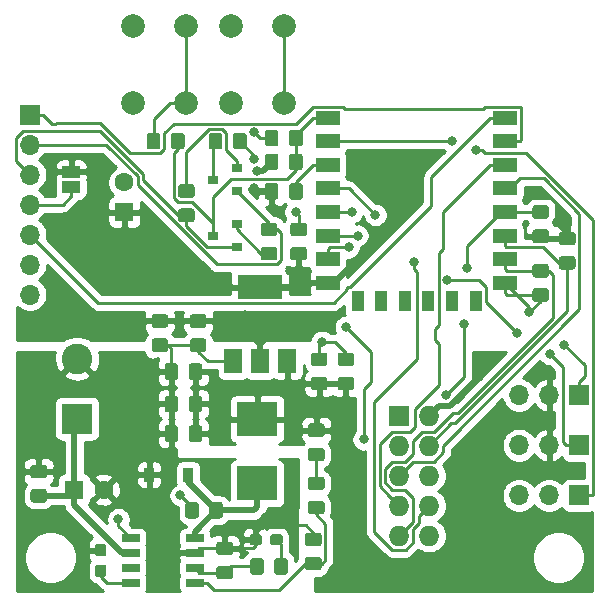
<source format=gbr>
G04 #@! TF.GenerationSoftware,KiCad,Pcbnew,(5.1.5)-3*
G04 #@! TF.CreationDate,2021-01-11T18:37:13+01:00*
G04 #@! TF.ProjectId,esp12Board,65737031-3242-46f6-9172-642e6b696361,rev?*
G04 #@! TF.SameCoordinates,Original*
G04 #@! TF.FileFunction,Copper,L1,Top*
G04 #@! TF.FilePolarity,Positive*
%FSLAX46Y46*%
G04 Gerber Fmt 4.6, Leading zero omitted, Abs format (unit mm)*
G04 Created by KiCad (PCBNEW (5.1.5)-3) date 2021-01-11 18:37:13*
%MOMM*%
%LPD*%
G04 APERTURE LIST*
%ADD10O,1.727200X1.727200*%
%ADD11R,1.727200X1.727200*%
%ADD12O,1.700000X1.700000*%
%ADD13R,1.700000X1.700000*%
%ADD14C,0.100000*%
%ADD15C,1.600000*%
%ADD16R,1.600000X1.600000*%
%ADD17C,2.600000*%
%ADD18R,2.600000X2.600000*%
%ADD19R,1.500000X2.000000*%
%ADD20R,3.800000X2.000000*%
%ADD21R,1.100000X1.700000*%
%ADD22R,2.000000X1.200000*%
%ADD23C,2.000000*%
%ADD24R,0.900000X0.800000*%
%ADD25R,3.500000X2.950000*%
%ADD26R,1.500000X1.000000*%
%ADD27R,1.525000X0.650000*%
%ADD28R,0.900000X1.200000*%
%ADD29C,0.800000*%
%ADD30C,0.250000*%
%ADD31C,0.500000*%
%ADD32C,0.254000*%
G04 APERTURE END LIST*
D10*
X65540000Y-79660000D03*
X63000000Y-79660000D03*
X65540000Y-77120000D03*
X63000000Y-77120000D03*
X65540000Y-74580000D03*
X63000000Y-74580000D03*
X65540000Y-72040000D03*
X63000000Y-72040000D03*
X65540000Y-69500000D03*
D11*
X63000000Y-69500000D03*
D12*
X73170000Y-76250000D03*
X75710000Y-76250000D03*
D13*
X78250000Y-76250000D03*
D12*
X73170000Y-72000000D03*
X75710000Y-72000000D03*
D13*
X78250000Y-72000000D03*
G04 #@! TA.AperFunction,SMDPad,CuDef*
D14*
G36*
X58974505Y-64151204D02*
G01*
X58998773Y-64154804D01*
X59022572Y-64160765D01*
X59045671Y-64169030D01*
X59067850Y-64179520D01*
X59088893Y-64192132D01*
X59108599Y-64206747D01*
X59126777Y-64223223D01*
X59143253Y-64241401D01*
X59157868Y-64261107D01*
X59170480Y-64282150D01*
X59180970Y-64304329D01*
X59189235Y-64327428D01*
X59195196Y-64351227D01*
X59198796Y-64375495D01*
X59200000Y-64399999D01*
X59200000Y-65050001D01*
X59198796Y-65074505D01*
X59195196Y-65098773D01*
X59189235Y-65122572D01*
X59180970Y-65145671D01*
X59170480Y-65167850D01*
X59157868Y-65188893D01*
X59143253Y-65208599D01*
X59126777Y-65226777D01*
X59108599Y-65243253D01*
X59088893Y-65257868D01*
X59067850Y-65270480D01*
X59045671Y-65280970D01*
X59022572Y-65289235D01*
X58998773Y-65295196D01*
X58974505Y-65298796D01*
X58950001Y-65300000D01*
X58049999Y-65300000D01*
X58025495Y-65298796D01*
X58001227Y-65295196D01*
X57977428Y-65289235D01*
X57954329Y-65280970D01*
X57932150Y-65270480D01*
X57911107Y-65257868D01*
X57891401Y-65243253D01*
X57873223Y-65226777D01*
X57856747Y-65208599D01*
X57842132Y-65188893D01*
X57829520Y-65167850D01*
X57819030Y-65145671D01*
X57810765Y-65122572D01*
X57804804Y-65098773D01*
X57801204Y-65074505D01*
X57800000Y-65050001D01*
X57800000Y-64399999D01*
X57801204Y-64375495D01*
X57804804Y-64351227D01*
X57810765Y-64327428D01*
X57819030Y-64304329D01*
X57829520Y-64282150D01*
X57842132Y-64261107D01*
X57856747Y-64241401D01*
X57873223Y-64223223D01*
X57891401Y-64206747D01*
X57911107Y-64192132D01*
X57932150Y-64179520D01*
X57954329Y-64169030D01*
X57977428Y-64160765D01*
X58001227Y-64154804D01*
X58025495Y-64151204D01*
X58049999Y-64150000D01*
X58950001Y-64150000D01*
X58974505Y-64151204D01*
G37*
G04 #@! TD.AperFunction*
G04 #@! TA.AperFunction,SMDPad,CuDef*
G36*
X58974505Y-66201204D02*
G01*
X58998773Y-66204804D01*
X59022572Y-66210765D01*
X59045671Y-66219030D01*
X59067850Y-66229520D01*
X59088893Y-66242132D01*
X59108599Y-66256747D01*
X59126777Y-66273223D01*
X59143253Y-66291401D01*
X59157868Y-66311107D01*
X59170480Y-66332150D01*
X59180970Y-66354329D01*
X59189235Y-66377428D01*
X59195196Y-66401227D01*
X59198796Y-66425495D01*
X59200000Y-66449999D01*
X59200000Y-67100001D01*
X59198796Y-67124505D01*
X59195196Y-67148773D01*
X59189235Y-67172572D01*
X59180970Y-67195671D01*
X59170480Y-67217850D01*
X59157868Y-67238893D01*
X59143253Y-67258599D01*
X59126777Y-67276777D01*
X59108599Y-67293253D01*
X59088893Y-67307868D01*
X59067850Y-67320480D01*
X59045671Y-67330970D01*
X59022572Y-67339235D01*
X58998773Y-67345196D01*
X58974505Y-67348796D01*
X58950001Y-67350000D01*
X58049999Y-67350000D01*
X58025495Y-67348796D01*
X58001227Y-67345196D01*
X57977428Y-67339235D01*
X57954329Y-67330970D01*
X57932150Y-67320480D01*
X57911107Y-67307868D01*
X57891401Y-67293253D01*
X57873223Y-67276777D01*
X57856747Y-67258599D01*
X57842132Y-67238893D01*
X57829520Y-67217850D01*
X57819030Y-67195671D01*
X57810765Y-67172572D01*
X57804804Y-67148773D01*
X57801204Y-67124505D01*
X57800000Y-67100001D01*
X57800000Y-66449999D01*
X57801204Y-66425495D01*
X57804804Y-66401227D01*
X57810765Y-66377428D01*
X57819030Y-66354329D01*
X57829520Y-66332150D01*
X57842132Y-66311107D01*
X57856747Y-66291401D01*
X57873223Y-66273223D01*
X57891401Y-66256747D01*
X57911107Y-66242132D01*
X57932150Y-66229520D01*
X57954329Y-66219030D01*
X57977428Y-66210765D01*
X58001227Y-66204804D01*
X58025495Y-66201204D01*
X58049999Y-66200000D01*
X58950001Y-66200000D01*
X58974505Y-66201204D01*
G37*
G04 #@! TD.AperFunction*
G04 #@! TA.AperFunction,SMDPad,CuDef*
G36*
X32974505Y-73651204D02*
G01*
X32998773Y-73654804D01*
X33022572Y-73660765D01*
X33045671Y-73669030D01*
X33067850Y-73679520D01*
X33088893Y-73692132D01*
X33108599Y-73706747D01*
X33126777Y-73723223D01*
X33143253Y-73741401D01*
X33157868Y-73761107D01*
X33170480Y-73782150D01*
X33180970Y-73804329D01*
X33189235Y-73827428D01*
X33195196Y-73851227D01*
X33198796Y-73875495D01*
X33200000Y-73899999D01*
X33200000Y-74550001D01*
X33198796Y-74574505D01*
X33195196Y-74598773D01*
X33189235Y-74622572D01*
X33180970Y-74645671D01*
X33170480Y-74667850D01*
X33157868Y-74688893D01*
X33143253Y-74708599D01*
X33126777Y-74726777D01*
X33108599Y-74743253D01*
X33088893Y-74757868D01*
X33067850Y-74770480D01*
X33045671Y-74780970D01*
X33022572Y-74789235D01*
X32998773Y-74795196D01*
X32974505Y-74798796D01*
X32950001Y-74800000D01*
X32049999Y-74800000D01*
X32025495Y-74798796D01*
X32001227Y-74795196D01*
X31977428Y-74789235D01*
X31954329Y-74780970D01*
X31932150Y-74770480D01*
X31911107Y-74757868D01*
X31891401Y-74743253D01*
X31873223Y-74726777D01*
X31856747Y-74708599D01*
X31842132Y-74688893D01*
X31829520Y-74667850D01*
X31819030Y-74645671D01*
X31810765Y-74622572D01*
X31804804Y-74598773D01*
X31801204Y-74574505D01*
X31800000Y-74550001D01*
X31800000Y-73899999D01*
X31801204Y-73875495D01*
X31804804Y-73851227D01*
X31810765Y-73827428D01*
X31819030Y-73804329D01*
X31829520Y-73782150D01*
X31842132Y-73761107D01*
X31856747Y-73741401D01*
X31873223Y-73723223D01*
X31891401Y-73706747D01*
X31911107Y-73692132D01*
X31932150Y-73679520D01*
X31954329Y-73669030D01*
X31977428Y-73660765D01*
X32001227Y-73654804D01*
X32025495Y-73651204D01*
X32049999Y-73650000D01*
X32950001Y-73650000D01*
X32974505Y-73651204D01*
G37*
G04 #@! TD.AperFunction*
G04 #@! TA.AperFunction,SMDPad,CuDef*
G36*
X32974505Y-75701204D02*
G01*
X32998773Y-75704804D01*
X33022572Y-75710765D01*
X33045671Y-75719030D01*
X33067850Y-75729520D01*
X33088893Y-75742132D01*
X33108599Y-75756747D01*
X33126777Y-75773223D01*
X33143253Y-75791401D01*
X33157868Y-75811107D01*
X33170480Y-75832150D01*
X33180970Y-75854329D01*
X33189235Y-75877428D01*
X33195196Y-75901227D01*
X33198796Y-75925495D01*
X33200000Y-75949999D01*
X33200000Y-76600001D01*
X33198796Y-76624505D01*
X33195196Y-76648773D01*
X33189235Y-76672572D01*
X33180970Y-76695671D01*
X33170480Y-76717850D01*
X33157868Y-76738893D01*
X33143253Y-76758599D01*
X33126777Y-76776777D01*
X33108599Y-76793253D01*
X33088893Y-76807868D01*
X33067850Y-76820480D01*
X33045671Y-76830970D01*
X33022572Y-76839235D01*
X32998773Y-76845196D01*
X32974505Y-76848796D01*
X32950001Y-76850000D01*
X32049999Y-76850000D01*
X32025495Y-76848796D01*
X32001227Y-76845196D01*
X31977428Y-76839235D01*
X31954329Y-76830970D01*
X31932150Y-76820480D01*
X31911107Y-76807868D01*
X31891401Y-76793253D01*
X31873223Y-76776777D01*
X31856747Y-76758599D01*
X31842132Y-76738893D01*
X31829520Y-76717850D01*
X31819030Y-76695671D01*
X31810765Y-76672572D01*
X31804804Y-76648773D01*
X31801204Y-76624505D01*
X31800000Y-76600001D01*
X31800000Y-75949999D01*
X31801204Y-75925495D01*
X31804804Y-75901227D01*
X31810765Y-75877428D01*
X31819030Y-75854329D01*
X31829520Y-75832150D01*
X31842132Y-75811107D01*
X31856747Y-75791401D01*
X31873223Y-75773223D01*
X31891401Y-75756747D01*
X31911107Y-75742132D01*
X31932150Y-75729520D01*
X31954329Y-75719030D01*
X31977428Y-75710765D01*
X32001227Y-75704804D01*
X32025495Y-75701204D01*
X32049999Y-75700000D01*
X32950001Y-75700000D01*
X32974505Y-75701204D01*
G37*
G04 #@! TD.AperFunction*
D15*
X38000000Y-75750000D03*
D16*
X35500000Y-75750000D03*
D15*
X39750000Y-49750000D03*
D16*
X39750000Y-52250000D03*
D17*
X35750000Y-64670000D03*
D18*
X35750000Y-69750000D03*
D19*
X48950000Y-64900000D03*
X53550000Y-64900000D03*
X51250000Y-64900000D03*
D20*
X51250000Y-58600000D03*
D21*
X69500000Y-59750000D03*
X67500000Y-59750000D03*
X65500000Y-59750000D03*
X63500000Y-59750000D03*
X61500000Y-59750000D03*
X59500000Y-59750000D03*
D22*
X72000000Y-44250000D03*
X72000000Y-46250000D03*
X72000000Y-48250000D03*
X72000000Y-50250000D03*
X72000000Y-52250000D03*
X72000000Y-54250000D03*
X72000000Y-56250000D03*
X72000000Y-58250000D03*
X57000000Y-58250000D03*
X57000000Y-56250000D03*
X57000000Y-54250000D03*
X57000000Y-52250000D03*
X57000000Y-50250000D03*
X57000000Y-48250000D03*
X57000000Y-46250000D03*
X57000000Y-44250000D03*
D23*
X45000000Y-43000000D03*
X40500000Y-43000000D03*
X45000000Y-36500000D03*
X40500000Y-36500000D03*
X53250000Y-43000000D03*
X48750000Y-43000000D03*
X53250000Y-36500000D03*
X48750000Y-36500000D03*
G04 #@! TA.AperFunction,SMDPad,CuDef*
D14*
G36*
X56224505Y-81451204D02*
G01*
X56248773Y-81454804D01*
X56272572Y-81460765D01*
X56295671Y-81469030D01*
X56317850Y-81479520D01*
X56338893Y-81492132D01*
X56358599Y-81506747D01*
X56376777Y-81523223D01*
X56393253Y-81541401D01*
X56407868Y-81561107D01*
X56420480Y-81582150D01*
X56430970Y-81604329D01*
X56439235Y-81627428D01*
X56445196Y-81651227D01*
X56448796Y-81675495D01*
X56450000Y-81699999D01*
X56450000Y-82350001D01*
X56448796Y-82374505D01*
X56445196Y-82398773D01*
X56439235Y-82422572D01*
X56430970Y-82445671D01*
X56420480Y-82467850D01*
X56407868Y-82488893D01*
X56393253Y-82508599D01*
X56376777Y-82526777D01*
X56358599Y-82543253D01*
X56338893Y-82557868D01*
X56317850Y-82570480D01*
X56295671Y-82580970D01*
X56272572Y-82589235D01*
X56248773Y-82595196D01*
X56224505Y-82598796D01*
X56200001Y-82600000D01*
X55299999Y-82600000D01*
X55275495Y-82598796D01*
X55251227Y-82595196D01*
X55227428Y-82589235D01*
X55204329Y-82580970D01*
X55182150Y-82570480D01*
X55161107Y-82557868D01*
X55141401Y-82543253D01*
X55123223Y-82526777D01*
X55106747Y-82508599D01*
X55092132Y-82488893D01*
X55079520Y-82467850D01*
X55069030Y-82445671D01*
X55060765Y-82422572D01*
X55054804Y-82398773D01*
X55051204Y-82374505D01*
X55050000Y-82350001D01*
X55050000Y-81699999D01*
X55051204Y-81675495D01*
X55054804Y-81651227D01*
X55060765Y-81627428D01*
X55069030Y-81604329D01*
X55079520Y-81582150D01*
X55092132Y-81561107D01*
X55106747Y-81541401D01*
X55123223Y-81523223D01*
X55141401Y-81506747D01*
X55161107Y-81492132D01*
X55182150Y-81479520D01*
X55204329Y-81469030D01*
X55227428Y-81460765D01*
X55251227Y-81454804D01*
X55275495Y-81451204D01*
X55299999Y-81450000D01*
X56200001Y-81450000D01*
X56224505Y-81451204D01*
G37*
G04 #@! TD.AperFunction*
G04 #@! TA.AperFunction,SMDPad,CuDef*
G36*
X56224505Y-79401204D02*
G01*
X56248773Y-79404804D01*
X56272572Y-79410765D01*
X56295671Y-79419030D01*
X56317850Y-79429520D01*
X56338893Y-79442132D01*
X56358599Y-79456747D01*
X56376777Y-79473223D01*
X56393253Y-79491401D01*
X56407868Y-79511107D01*
X56420480Y-79532150D01*
X56430970Y-79554329D01*
X56439235Y-79577428D01*
X56445196Y-79601227D01*
X56448796Y-79625495D01*
X56450000Y-79649999D01*
X56450000Y-80300001D01*
X56448796Y-80324505D01*
X56445196Y-80348773D01*
X56439235Y-80372572D01*
X56430970Y-80395671D01*
X56420480Y-80417850D01*
X56407868Y-80438893D01*
X56393253Y-80458599D01*
X56376777Y-80476777D01*
X56358599Y-80493253D01*
X56338893Y-80507868D01*
X56317850Y-80520480D01*
X56295671Y-80530970D01*
X56272572Y-80539235D01*
X56248773Y-80545196D01*
X56224505Y-80548796D01*
X56200001Y-80550000D01*
X55299999Y-80550000D01*
X55275495Y-80548796D01*
X55251227Y-80545196D01*
X55227428Y-80539235D01*
X55204329Y-80530970D01*
X55182150Y-80520480D01*
X55161107Y-80507868D01*
X55141401Y-80493253D01*
X55123223Y-80476777D01*
X55106747Y-80458599D01*
X55092132Y-80438893D01*
X55079520Y-80417850D01*
X55069030Y-80395671D01*
X55060765Y-80372572D01*
X55054804Y-80348773D01*
X55051204Y-80324505D01*
X55050000Y-80300001D01*
X55050000Y-79649999D01*
X55051204Y-79625495D01*
X55054804Y-79601227D01*
X55060765Y-79577428D01*
X55069030Y-79554329D01*
X55079520Y-79532150D01*
X55092132Y-79511107D01*
X55106747Y-79491401D01*
X55123223Y-79473223D01*
X55141401Y-79456747D01*
X55161107Y-79442132D01*
X55182150Y-79429520D01*
X55204329Y-79419030D01*
X55227428Y-79410765D01*
X55251227Y-79404804D01*
X55275495Y-79401204D01*
X55299999Y-79400000D01*
X56200001Y-79400000D01*
X56224505Y-79401204D01*
G37*
G04 #@! TD.AperFunction*
G04 #@! TA.AperFunction,SMDPad,CuDef*
G36*
X56474505Y-74651204D02*
G01*
X56498773Y-74654804D01*
X56522572Y-74660765D01*
X56545671Y-74669030D01*
X56567850Y-74679520D01*
X56588893Y-74692132D01*
X56608599Y-74706747D01*
X56626777Y-74723223D01*
X56643253Y-74741401D01*
X56657868Y-74761107D01*
X56670480Y-74782150D01*
X56680970Y-74804329D01*
X56689235Y-74827428D01*
X56695196Y-74851227D01*
X56698796Y-74875495D01*
X56700000Y-74899999D01*
X56700000Y-75550001D01*
X56698796Y-75574505D01*
X56695196Y-75598773D01*
X56689235Y-75622572D01*
X56680970Y-75645671D01*
X56670480Y-75667850D01*
X56657868Y-75688893D01*
X56643253Y-75708599D01*
X56626777Y-75726777D01*
X56608599Y-75743253D01*
X56588893Y-75757868D01*
X56567850Y-75770480D01*
X56545671Y-75780970D01*
X56522572Y-75789235D01*
X56498773Y-75795196D01*
X56474505Y-75798796D01*
X56450001Y-75800000D01*
X55549999Y-75800000D01*
X55525495Y-75798796D01*
X55501227Y-75795196D01*
X55477428Y-75789235D01*
X55454329Y-75780970D01*
X55432150Y-75770480D01*
X55411107Y-75757868D01*
X55391401Y-75743253D01*
X55373223Y-75726777D01*
X55356747Y-75708599D01*
X55342132Y-75688893D01*
X55329520Y-75667850D01*
X55319030Y-75645671D01*
X55310765Y-75622572D01*
X55304804Y-75598773D01*
X55301204Y-75574505D01*
X55300000Y-75550001D01*
X55300000Y-74899999D01*
X55301204Y-74875495D01*
X55304804Y-74851227D01*
X55310765Y-74827428D01*
X55319030Y-74804329D01*
X55329520Y-74782150D01*
X55342132Y-74761107D01*
X55356747Y-74741401D01*
X55373223Y-74723223D01*
X55391401Y-74706747D01*
X55411107Y-74692132D01*
X55432150Y-74679520D01*
X55454329Y-74669030D01*
X55477428Y-74660765D01*
X55501227Y-74654804D01*
X55525495Y-74651204D01*
X55549999Y-74650000D01*
X56450001Y-74650000D01*
X56474505Y-74651204D01*
G37*
G04 #@! TD.AperFunction*
G04 #@! TA.AperFunction,SMDPad,CuDef*
G36*
X56474505Y-76701204D02*
G01*
X56498773Y-76704804D01*
X56522572Y-76710765D01*
X56545671Y-76719030D01*
X56567850Y-76729520D01*
X56588893Y-76742132D01*
X56608599Y-76756747D01*
X56626777Y-76773223D01*
X56643253Y-76791401D01*
X56657868Y-76811107D01*
X56670480Y-76832150D01*
X56680970Y-76854329D01*
X56689235Y-76877428D01*
X56695196Y-76901227D01*
X56698796Y-76925495D01*
X56700000Y-76949999D01*
X56700000Y-77600001D01*
X56698796Y-77624505D01*
X56695196Y-77648773D01*
X56689235Y-77672572D01*
X56680970Y-77695671D01*
X56670480Y-77717850D01*
X56657868Y-77738893D01*
X56643253Y-77758599D01*
X56626777Y-77776777D01*
X56608599Y-77793253D01*
X56588893Y-77807868D01*
X56567850Y-77820480D01*
X56545671Y-77830970D01*
X56522572Y-77839235D01*
X56498773Y-77845196D01*
X56474505Y-77848796D01*
X56450001Y-77850000D01*
X55549999Y-77850000D01*
X55525495Y-77848796D01*
X55501227Y-77845196D01*
X55477428Y-77839235D01*
X55454329Y-77830970D01*
X55432150Y-77820480D01*
X55411107Y-77807868D01*
X55391401Y-77793253D01*
X55373223Y-77776777D01*
X55356747Y-77758599D01*
X55342132Y-77738893D01*
X55329520Y-77717850D01*
X55319030Y-77695671D01*
X55310765Y-77672572D01*
X55304804Y-77648773D01*
X55301204Y-77624505D01*
X55300000Y-77600001D01*
X55300000Y-76949999D01*
X55301204Y-76925495D01*
X55304804Y-76901227D01*
X55310765Y-76877428D01*
X55319030Y-76854329D01*
X55329520Y-76832150D01*
X55342132Y-76811107D01*
X55356747Y-76791401D01*
X55373223Y-76773223D01*
X55391401Y-76756747D01*
X55411107Y-76742132D01*
X55432150Y-76729520D01*
X55454329Y-76719030D01*
X55477428Y-76710765D01*
X55501227Y-76704804D01*
X55525495Y-76701204D01*
X55549999Y-76700000D01*
X56450001Y-76700000D01*
X56474505Y-76701204D01*
G37*
G04 #@! TD.AperFunction*
G04 #@! TA.AperFunction,SMDPad,CuDef*
G36*
X56474505Y-70151204D02*
G01*
X56498773Y-70154804D01*
X56522572Y-70160765D01*
X56545671Y-70169030D01*
X56567850Y-70179520D01*
X56588893Y-70192132D01*
X56608599Y-70206747D01*
X56626777Y-70223223D01*
X56643253Y-70241401D01*
X56657868Y-70261107D01*
X56670480Y-70282150D01*
X56680970Y-70304329D01*
X56689235Y-70327428D01*
X56695196Y-70351227D01*
X56698796Y-70375495D01*
X56700000Y-70399999D01*
X56700000Y-71050001D01*
X56698796Y-71074505D01*
X56695196Y-71098773D01*
X56689235Y-71122572D01*
X56680970Y-71145671D01*
X56670480Y-71167850D01*
X56657868Y-71188893D01*
X56643253Y-71208599D01*
X56626777Y-71226777D01*
X56608599Y-71243253D01*
X56588893Y-71257868D01*
X56567850Y-71270480D01*
X56545671Y-71280970D01*
X56522572Y-71289235D01*
X56498773Y-71295196D01*
X56474505Y-71298796D01*
X56450001Y-71300000D01*
X55549999Y-71300000D01*
X55525495Y-71298796D01*
X55501227Y-71295196D01*
X55477428Y-71289235D01*
X55454329Y-71280970D01*
X55432150Y-71270480D01*
X55411107Y-71257868D01*
X55391401Y-71243253D01*
X55373223Y-71226777D01*
X55356747Y-71208599D01*
X55342132Y-71188893D01*
X55329520Y-71167850D01*
X55319030Y-71145671D01*
X55310765Y-71122572D01*
X55304804Y-71098773D01*
X55301204Y-71074505D01*
X55300000Y-71050001D01*
X55300000Y-70399999D01*
X55301204Y-70375495D01*
X55304804Y-70351227D01*
X55310765Y-70327428D01*
X55319030Y-70304329D01*
X55329520Y-70282150D01*
X55342132Y-70261107D01*
X55356747Y-70241401D01*
X55373223Y-70223223D01*
X55391401Y-70206747D01*
X55411107Y-70192132D01*
X55432150Y-70179520D01*
X55454329Y-70169030D01*
X55477428Y-70160765D01*
X55501227Y-70154804D01*
X55525495Y-70151204D01*
X55549999Y-70150000D01*
X56450001Y-70150000D01*
X56474505Y-70151204D01*
G37*
G04 #@! TD.AperFunction*
G04 #@! TA.AperFunction,SMDPad,CuDef*
G36*
X56474505Y-72201204D02*
G01*
X56498773Y-72204804D01*
X56522572Y-72210765D01*
X56545671Y-72219030D01*
X56567850Y-72229520D01*
X56588893Y-72242132D01*
X56608599Y-72256747D01*
X56626777Y-72273223D01*
X56643253Y-72291401D01*
X56657868Y-72311107D01*
X56670480Y-72332150D01*
X56680970Y-72354329D01*
X56689235Y-72377428D01*
X56695196Y-72401227D01*
X56698796Y-72425495D01*
X56700000Y-72449999D01*
X56700000Y-73100001D01*
X56698796Y-73124505D01*
X56695196Y-73148773D01*
X56689235Y-73172572D01*
X56680970Y-73195671D01*
X56670480Y-73217850D01*
X56657868Y-73238893D01*
X56643253Y-73258599D01*
X56626777Y-73276777D01*
X56608599Y-73293253D01*
X56588893Y-73307868D01*
X56567850Y-73320480D01*
X56545671Y-73330970D01*
X56522572Y-73339235D01*
X56498773Y-73345196D01*
X56474505Y-73348796D01*
X56450001Y-73350000D01*
X55549999Y-73350000D01*
X55525495Y-73348796D01*
X55501227Y-73345196D01*
X55477428Y-73339235D01*
X55454329Y-73330970D01*
X55432150Y-73320480D01*
X55411107Y-73307868D01*
X55391401Y-73293253D01*
X55373223Y-73276777D01*
X55356747Y-73258599D01*
X55342132Y-73238893D01*
X55329520Y-73217850D01*
X55319030Y-73195671D01*
X55310765Y-73172572D01*
X55304804Y-73148773D01*
X55301204Y-73124505D01*
X55300000Y-73100001D01*
X55300000Y-72449999D01*
X55301204Y-72425495D01*
X55304804Y-72401227D01*
X55310765Y-72377428D01*
X55319030Y-72354329D01*
X55329520Y-72332150D01*
X55342132Y-72311107D01*
X55356747Y-72291401D01*
X55373223Y-72273223D01*
X55391401Y-72256747D01*
X55411107Y-72242132D01*
X55432150Y-72229520D01*
X55454329Y-72219030D01*
X55477428Y-72210765D01*
X55501227Y-72204804D01*
X55525495Y-72201204D01*
X55549999Y-72200000D01*
X56450001Y-72200000D01*
X56474505Y-72201204D01*
G37*
G04 #@! TD.AperFunction*
G04 #@! TA.AperFunction,SMDPad,CuDef*
G36*
X51324505Y-81551204D02*
G01*
X51348773Y-81554804D01*
X51372572Y-81560765D01*
X51395671Y-81569030D01*
X51417850Y-81579520D01*
X51438893Y-81592132D01*
X51458599Y-81606747D01*
X51476777Y-81623223D01*
X51493253Y-81641401D01*
X51507868Y-81661107D01*
X51520480Y-81682150D01*
X51530970Y-81704329D01*
X51539235Y-81727428D01*
X51545196Y-81751227D01*
X51548796Y-81775495D01*
X51550000Y-81799999D01*
X51550000Y-82700001D01*
X51548796Y-82724505D01*
X51545196Y-82748773D01*
X51539235Y-82772572D01*
X51530970Y-82795671D01*
X51520480Y-82817850D01*
X51507868Y-82838893D01*
X51493253Y-82858599D01*
X51476777Y-82876777D01*
X51458599Y-82893253D01*
X51438893Y-82907868D01*
X51417850Y-82920480D01*
X51395671Y-82930970D01*
X51372572Y-82939235D01*
X51348773Y-82945196D01*
X51324505Y-82948796D01*
X51300001Y-82950000D01*
X50649999Y-82950000D01*
X50625495Y-82948796D01*
X50601227Y-82945196D01*
X50577428Y-82939235D01*
X50554329Y-82930970D01*
X50532150Y-82920480D01*
X50511107Y-82907868D01*
X50491401Y-82893253D01*
X50473223Y-82876777D01*
X50456747Y-82858599D01*
X50442132Y-82838893D01*
X50429520Y-82817850D01*
X50419030Y-82795671D01*
X50410765Y-82772572D01*
X50404804Y-82748773D01*
X50401204Y-82724505D01*
X50400000Y-82700001D01*
X50400000Y-81799999D01*
X50401204Y-81775495D01*
X50404804Y-81751227D01*
X50410765Y-81727428D01*
X50419030Y-81704329D01*
X50429520Y-81682150D01*
X50442132Y-81661107D01*
X50456747Y-81641401D01*
X50473223Y-81623223D01*
X50491401Y-81606747D01*
X50511107Y-81592132D01*
X50532150Y-81579520D01*
X50554329Y-81569030D01*
X50577428Y-81560765D01*
X50601227Y-81554804D01*
X50625495Y-81551204D01*
X50649999Y-81550000D01*
X51300001Y-81550000D01*
X51324505Y-81551204D01*
G37*
G04 #@! TD.AperFunction*
G04 #@! TA.AperFunction,SMDPad,CuDef*
G36*
X53374505Y-81551204D02*
G01*
X53398773Y-81554804D01*
X53422572Y-81560765D01*
X53445671Y-81569030D01*
X53467850Y-81579520D01*
X53488893Y-81592132D01*
X53508599Y-81606747D01*
X53526777Y-81623223D01*
X53543253Y-81641401D01*
X53557868Y-81661107D01*
X53570480Y-81682150D01*
X53580970Y-81704329D01*
X53589235Y-81727428D01*
X53595196Y-81751227D01*
X53598796Y-81775495D01*
X53600000Y-81799999D01*
X53600000Y-82700001D01*
X53598796Y-82724505D01*
X53595196Y-82748773D01*
X53589235Y-82772572D01*
X53580970Y-82795671D01*
X53570480Y-82817850D01*
X53557868Y-82838893D01*
X53543253Y-82858599D01*
X53526777Y-82876777D01*
X53508599Y-82893253D01*
X53488893Y-82907868D01*
X53467850Y-82920480D01*
X53445671Y-82930970D01*
X53422572Y-82939235D01*
X53398773Y-82945196D01*
X53374505Y-82948796D01*
X53350001Y-82950000D01*
X52699999Y-82950000D01*
X52675495Y-82948796D01*
X52651227Y-82945196D01*
X52627428Y-82939235D01*
X52604329Y-82930970D01*
X52582150Y-82920480D01*
X52561107Y-82907868D01*
X52541401Y-82893253D01*
X52523223Y-82876777D01*
X52506747Y-82858599D01*
X52492132Y-82838893D01*
X52479520Y-82817850D01*
X52469030Y-82795671D01*
X52460765Y-82772572D01*
X52454804Y-82748773D01*
X52451204Y-82724505D01*
X52450000Y-82700001D01*
X52450000Y-81799999D01*
X52451204Y-81775495D01*
X52454804Y-81751227D01*
X52460765Y-81727428D01*
X52469030Y-81704329D01*
X52479520Y-81682150D01*
X52492132Y-81661107D01*
X52506747Y-81641401D01*
X52523223Y-81623223D01*
X52541401Y-81606747D01*
X52561107Y-81592132D01*
X52582150Y-81579520D01*
X52604329Y-81569030D01*
X52627428Y-81560765D01*
X52651227Y-81554804D01*
X52675495Y-81551204D01*
X52699999Y-81550000D01*
X53350001Y-81550000D01*
X53374505Y-81551204D01*
G37*
G04 #@! TD.AperFunction*
G04 #@! TA.AperFunction,SMDPad,CuDef*
G36*
X75474505Y-58701204D02*
G01*
X75498773Y-58704804D01*
X75522572Y-58710765D01*
X75545671Y-58719030D01*
X75567850Y-58729520D01*
X75588893Y-58742132D01*
X75608599Y-58756747D01*
X75626777Y-58773223D01*
X75643253Y-58791401D01*
X75657868Y-58811107D01*
X75670480Y-58832150D01*
X75680970Y-58854329D01*
X75689235Y-58877428D01*
X75695196Y-58901227D01*
X75698796Y-58925495D01*
X75700000Y-58949999D01*
X75700000Y-59600001D01*
X75698796Y-59624505D01*
X75695196Y-59648773D01*
X75689235Y-59672572D01*
X75680970Y-59695671D01*
X75670480Y-59717850D01*
X75657868Y-59738893D01*
X75643253Y-59758599D01*
X75626777Y-59776777D01*
X75608599Y-59793253D01*
X75588893Y-59807868D01*
X75567850Y-59820480D01*
X75545671Y-59830970D01*
X75522572Y-59839235D01*
X75498773Y-59845196D01*
X75474505Y-59848796D01*
X75450001Y-59850000D01*
X74549999Y-59850000D01*
X74525495Y-59848796D01*
X74501227Y-59845196D01*
X74477428Y-59839235D01*
X74454329Y-59830970D01*
X74432150Y-59820480D01*
X74411107Y-59807868D01*
X74391401Y-59793253D01*
X74373223Y-59776777D01*
X74356747Y-59758599D01*
X74342132Y-59738893D01*
X74329520Y-59717850D01*
X74319030Y-59695671D01*
X74310765Y-59672572D01*
X74304804Y-59648773D01*
X74301204Y-59624505D01*
X74300000Y-59600001D01*
X74300000Y-58949999D01*
X74301204Y-58925495D01*
X74304804Y-58901227D01*
X74310765Y-58877428D01*
X74319030Y-58854329D01*
X74329520Y-58832150D01*
X74342132Y-58811107D01*
X74356747Y-58791401D01*
X74373223Y-58773223D01*
X74391401Y-58756747D01*
X74411107Y-58742132D01*
X74432150Y-58729520D01*
X74454329Y-58719030D01*
X74477428Y-58710765D01*
X74501227Y-58704804D01*
X74525495Y-58701204D01*
X74549999Y-58700000D01*
X75450001Y-58700000D01*
X75474505Y-58701204D01*
G37*
G04 #@! TD.AperFunction*
G04 #@! TA.AperFunction,SMDPad,CuDef*
G36*
X75474505Y-56651204D02*
G01*
X75498773Y-56654804D01*
X75522572Y-56660765D01*
X75545671Y-56669030D01*
X75567850Y-56679520D01*
X75588893Y-56692132D01*
X75608599Y-56706747D01*
X75626777Y-56723223D01*
X75643253Y-56741401D01*
X75657868Y-56761107D01*
X75670480Y-56782150D01*
X75680970Y-56804329D01*
X75689235Y-56827428D01*
X75695196Y-56851227D01*
X75698796Y-56875495D01*
X75700000Y-56899999D01*
X75700000Y-57550001D01*
X75698796Y-57574505D01*
X75695196Y-57598773D01*
X75689235Y-57622572D01*
X75680970Y-57645671D01*
X75670480Y-57667850D01*
X75657868Y-57688893D01*
X75643253Y-57708599D01*
X75626777Y-57726777D01*
X75608599Y-57743253D01*
X75588893Y-57757868D01*
X75567850Y-57770480D01*
X75545671Y-57780970D01*
X75522572Y-57789235D01*
X75498773Y-57795196D01*
X75474505Y-57798796D01*
X75450001Y-57800000D01*
X74549999Y-57800000D01*
X74525495Y-57798796D01*
X74501227Y-57795196D01*
X74477428Y-57789235D01*
X74454329Y-57780970D01*
X74432150Y-57770480D01*
X74411107Y-57757868D01*
X74391401Y-57743253D01*
X74373223Y-57726777D01*
X74356747Y-57708599D01*
X74342132Y-57688893D01*
X74329520Y-57667850D01*
X74319030Y-57645671D01*
X74310765Y-57622572D01*
X74304804Y-57598773D01*
X74301204Y-57574505D01*
X74300000Y-57550001D01*
X74300000Y-56899999D01*
X74301204Y-56875495D01*
X74304804Y-56851227D01*
X74310765Y-56827428D01*
X74319030Y-56804329D01*
X74329520Y-56782150D01*
X74342132Y-56761107D01*
X74356747Y-56741401D01*
X74373223Y-56723223D01*
X74391401Y-56706747D01*
X74411107Y-56692132D01*
X74432150Y-56679520D01*
X74454329Y-56669030D01*
X74477428Y-56660765D01*
X74501227Y-56654804D01*
X74525495Y-56651204D01*
X74549999Y-56650000D01*
X75450001Y-56650000D01*
X75474505Y-56651204D01*
G37*
G04 #@! TD.AperFunction*
G04 #@! TA.AperFunction,SMDPad,CuDef*
G36*
X42574505Y-45551204D02*
G01*
X42598773Y-45554804D01*
X42622572Y-45560765D01*
X42645671Y-45569030D01*
X42667850Y-45579520D01*
X42688893Y-45592132D01*
X42708599Y-45606747D01*
X42726777Y-45623223D01*
X42743253Y-45641401D01*
X42757868Y-45661107D01*
X42770480Y-45682150D01*
X42780970Y-45704329D01*
X42789235Y-45727428D01*
X42795196Y-45751227D01*
X42798796Y-45775495D01*
X42800000Y-45799999D01*
X42800000Y-46700001D01*
X42798796Y-46724505D01*
X42795196Y-46748773D01*
X42789235Y-46772572D01*
X42780970Y-46795671D01*
X42770480Y-46817850D01*
X42757868Y-46838893D01*
X42743253Y-46858599D01*
X42726777Y-46876777D01*
X42708599Y-46893253D01*
X42688893Y-46907868D01*
X42667850Y-46920480D01*
X42645671Y-46930970D01*
X42622572Y-46939235D01*
X42598773Y-46945196D01*
X42574505Y-46948796D01*
X42550001Y-46950000D01*
X41899999Y-46950000D01*
X41875495Y-46948796D01*
X41851227Y-46945196D01*
X41827428Y-46939235D01*
X41804329Y-46930970D01*
X41782150Y-46920480D01*
X41761107Y-46907868D01*
X41741401Y-46893253D01*
X41723223Y-46876777D01*
X41706747Y-46858599D01*
X41692132Y-46838893D01*
X41679520Y-46817850D01*
X41669030Y-46795671D01*
X41660765Y-46772572D01*
X41654804Y-46748773D01*
X41651204Y-46724505D01*
X41650000Y-46700001D01*
X41650000Y-45799999D01*
X41651204Y-45775495D01*
X41654804Y-45751227D01*
X41660765Y-45727428D01*
X41669030Y-45704329D01*
X41679520Y-45682150D01*
X41692132Y-45661107D01*
X41706747Y-45641401D01*
X41723223Y-45623223D01*
X41741401Y-45606747D01*
X41761107Y-45592132D01*
X41782150Y-45579520D01*
X41804329Y-45569030D01*
X41827428Y-45560765D01*
X41851227Y-45554804D01*
X41875495Y-45551204D01*
X41899999Y-45550000D01*
X42550001Y-45550000D01*
X42574505Y-45551204D01*
G37*
G04 #@! TD.AperFunction*
G04 #@! TA.AperFunction,SMDPad,CuDef*
G36*
X44624505Y-45551204D02*
G01*
X44648773Y-45554804D01*
X44672572Y-45560765D01*
X44695671Y-45569030D01*
X44717850Y-45579520D01*
X44738893Y-45592132D01*
X44758599Y-45606747D01*
X44776777Y-45623223D01*
X44793253Y-45641401D01*
X44807868Y-45661107D01*
X44820480Y-45682150D01*
X44830970Y-45704329D01*
X44839235Y-45727428D01*
X44845196Y-45751227D01*
X44848796Y-45775495D01*
X44850000Y-45799999D01*
X44850000Y-46700001D01*
X44848796Y-46724505D01*
X44845196Y-46748773D01*
X44839235Y-46772572D01*
X44830970Y-46795671D01*
X44820480Y-46817850D01*
X44807868Y-46838893D01*
X44793253Y-46858599D01*
X44776777Y-46876777D01*
X44758599Y-46893253D01*
X44738893Y-46907868D01*
X44717850Y-46920480D01*
X44695671Y-46930970D01*
X44672572Y-46939235D01*
X44648773Y-46945196D01*
X44624505Y-46948796D01*
X44600001Y-46950000D01*
X43949999Y-46950000D01*
X43925495Y-46948796D01*
X43901227Y-46945196D01*
X43877428Y-46939235D01*
X43854329Y-46930970D01*
X43832150Y-46920480D01*
X43811107Y-46907868D01*
X43791401Y-46893253D01*
X43773223Y-46876777D01*
X43756747Y-46858599D01*
X43742132Y-46838893D01*
X43729520Y-46817850D01*
X43719030Y-46795671D01*
X43710765Y-46772572D01*
X43704804Y-46748773D01*
X43701204Y-46724505D01*
X43700000Y-46700001D01*
X43700000Y-45799999D01*
X43701204Y-45775495D01*
X43704804Y-45751227D01*
X43710765Y-45727428D01*
X43719030Y-45704329D01*
X43729520Y-45682150D01*
X43742132Y-45661107D01*
X43756747Y-45641401D01*
X43773223Y-45623223D01*
X43791401Y-45606747D01*
X43811107Y-45592132D01*
X43832150Y-45579520D01*
X43854329Y-45569030D01*
X43877428Y-45560765D01*
X43901227Y-45554804D01*
X43925495Y-45551204D01*
X43949999Y-45550000D01*
X44600001Y-45550000D01*
X44624505Y-45551204D01*
G37*
G04 #@! TD.AperFunction*
G04 #@! TA.AperFunction,SMDPad,CuDef*
G36*
X49874505Y-45551204D02*
G01*
X49898773Y-45554804D01*
X49922572Y-45560765D01*
X49945671Y-45569030D01*
X49967850Y-45579520D01*
X49988893Y-45592132D01*
X50008599Y-45606747D01*
X50026777Y-45623223D01*
X50043253Y-45641401D01*
X50057868Y-45661107D01*
X50070480Y-45682150D01*
X50080970Y-45704329D01*
X50089235Y-45727428D01*
X50095196Y-45751227D01*
X50098796Y-45775495D01*
X50100000Y-45799999D01*
X50100000Y-46700001D01*
X50098796Y-46724505D01*
X50095196Y-46748773D01*
X50089235Y-46772572D01*
X50080970Y-46795671D01*
X50070480Y-46817850D01*
X50057868Y-46838893D01*
X50043253Y-46858599D01*
X50026777Y-46876777D01*
X50008599Y-46893253D01*
X49988893Y-46907868D01*
X49967850Y-46920480D01*
X49945671Y-46930970D01*
X49922572Y-46939235D01*
X49898773Y-46945196D01*
X49874505Y-46948796D01*
X49850001Y-46950000D01*
X49199999Y-46950000D01*
X49175495Y-46948796D01*
X49151227Y-46945196D01*
X49127428Y-46939235D01*
X49104329Y-46930970D01*
X49082150Y-46920480D01*
X49061107Y-46907868D01*
X49041401Y-46893253D01*
X49023223Y-46876777D01*
X49006747Y-46858599D01*
X48992132Y-46838893D01*
X48979520Y-46817850D01*
X48969030Y-46795671D01*
X48960765Y-46772572D01*
X48954804Y-46748773D01*
X48951204Y-46724505D01*
X48950000Y-46700001D01*
X48950000Y-45799999D01*
X48951204Y-45775495D01*
X48954804Y-45751227D01*
X48960765Y-45727428D01*
X48969030Y-45704329D01*
X48979520Y-45682150D01*
X48992132Y-45661107D01*
X49006747Y-45641401D01*
X49023223Y-45623223D01*
X49041401Y-45606747D01*
X49061107Y-45592132D01*
X49082150Y-45579520D01*
X49104329Y-45569030D01*
X49127428Y-45560765D01*
X49151227Y-45554804D01*
X49175495Y-45551204D01*
X49199999Y-45550000D01*
X49850001Y-45550000D01*
X49874505Y-45551204D01*
G37*
G04 #@! TD.AperFunction*
G04 #@! TA.AperFunction,SMDPad,CuDef*
G36*
X47824505Y-45551204D02*
G01*
X47848773Y-45554804D01*
X47872572Y-45560765D01*
X47895671Y-45569030D01*
X47917850Y-45579520D01*
X47938893Y-45592132D01*
X47958599Y-45606747D01*
X47976777Y-45623223D01*
X47993253Y-45641401D01*
X48007868Y-45661107D01*
X48020480Y-45682150D01*
X48030970Y-45704329D01*
X48039235Y-45727428D01*
X48045196Y-45751227D01*
X48048796Y-45775495D01*
X48050000Y-45799999D01*
X48050000Y-46700001D01*
X48048796Y-46724505D01*
X48045196Y-46748773D01*
X48039235Y-46772572D01*
X48030970Y-46795671D01*
X48020480Y-46817850D01*
X48007868Y-46838893D01*
X47993253Y-46858599D01*
X47976777Y-46876777D01*
X47958599Y-46893253D01*
X47938893Y-46907868D01*
X47917850Y-46920480D01*
X47895671Y-46930970D01*
X47872572Y-46939235D01*
X47848773Y-46945196D01*
X47824505Y-46948796D01*
X47800001Y-46950000D01*
X47149999Y-46950000D01*
X47125495Y-46948796D01*
X47101227Y-46945196D01*
X47077428Y-46939235D01*
X47054329Y-46930970D01*
X47032150Y-46920480D01*
X47011107Y-46907868D01*
X46991401Y-46893253D01*
X46973223Y-46876777D01*
X46956747Y-46858599D01*
X46942132Y-46838893D01*
X46929520Y-46817850D01*
X46919030Y-46795671D01*
X46910765Y-46772572D01*
X46904804Y-46748773D01*
X46901204Y-46724505D01*
X46900000Y-46700001D01*
X46900000Y-45799999D01*
X46901204Y-45775495D01*
X46904804Y-45751227D01*
X46910765Y-45727428D01*
X46919030Y-45704329D01*
X46929520Y-45682150D01*
X46942132Y-45661107D01*
X46956747Y-45641401D01*
X46973223Y-45623223D01*
X46991401Y-45606747D01*
X47011107Y-45592132D01*
X47032150Y-45579520D01*
X47054329Y-45569030D01*
X47077428Y-45560765D01*
X47101227Y-45554804D01*
X47125495Y-45551204D01*
X47149999Y-45550000D01*
X47800001Y-45550000D01*
X47824505Y-45551204D01*
G37*
G04 #@! TD.AperFunction*
G04 #@! TA.AperFunction,SMDPad,CuDef*
G36*
X45474505Y-49901204D02*
G01*
X45498773Y-49904804D01*
X45522572Y-49910765D01*
X45545671Y-49919030D01*
X45567850Y-49929520D01*
X45588893Y-49942132D01*
X45608599Y-49956747D01*
X45626777Y-49973223D01*
X45643253Y-49991401D01*
X45657868Y-50011107D01*
X45670480Y-50032150D01*
X45680970Y-50054329D01*
X45689235Y-50077428D01*
X45695196Y-50101227D01*
X45698796Y-50125495D01*
X45700000Y-50149999D01*
X45700000Y-50800001D01*
X45698796Y-50824505D01*
X45695196Y-50848773D01*
X45689235Y-50872572D01*
X45680970Y-50895671D01*
X45670480Y-50917850D01*
X45657868Y-50938893D01*
X45643253Y-50958599D01*
X45626777Y-50976777D01*
X45608599Y-50993253D01*
X45588893Y-51007868D01*
X45567850Y-51020480D01*
X45545671Y-51030970D01*
X45522572Y-51039235D01*
X45498773Y-51045196D01*
X45474505Y-51048796D01*
X45450001Y-51050000D01*
X44549999Y-51050000D01*
X44525495Y-51048796D01*
X44501227Y-51045196D01*
X44477428Y-51039235D01*
X44454329Y-51030970D01*
X44432150Y-51020480D01*
X44411107Y-51007868D01*
X44391401Y-50993253D01*
X44373223Y-50976777D01*
X44356747Y-50958599D01*
X44342132Y-50938893D01*
X44329520Y-50917850D01*
X44319030Y-50895671D01*
X44310765Y-50872572D01*
X44304804Y-50848773D01*
X44301204Y-50824505D01*
X44300000Y-50800001D01*
X44300000Y-50149999D01*
X44301204Y-50125495D01*
X44304804Y-50101227D01*
X44310765Y-50077428D01*
X44319030Y-50054329D01*
X44329520Y-50032150D01*
X44342132Y-50011107D01*
X44356747Y-49991401D01*
X44373223Y-49973223D01*
X44391401Y-49956747D01*
X44411107Y-49942132D01*
X44432150Y-49929520D01*
X44454329Y-49919030D01*
X44477428Y-49910765D01*
X44501227Y-49904804D01*
X44525495Y-49901204D01*
X44549999Y-49900000D01*
X45450001Y-49900000D01*
X45474505Y-49901204D01*
G37*
G04 #@! TD.AperFunction*
G04 #@! TA.AperFunction,SMDPad,CuDef*
G36*
X45474505Y-51951204D02*
G01*
X45498773Y-51954804D01*
X45522572Y-51960765D01*
X45545671Y-51969030D01*
X45567850Y-51979520D01*
X45588893Y-51992132D01*
X45608599Y-52006747D01*
X45626777Y-52023223D01*
X45643253Y-52041401D01*
X45657868Y-52061107D01*
X45670480Y-52082150D01*
X45680970Y-52104329D01*
X45689235Y-52127428D01*
X45695196Y-52151227D01*
X45698796Y-52175495D01*
X45700000Y-52199999D01*
X45700000Y-52850001D01*
X45698796Y-52874505D01*
X45695196Y-52898773D01*
X45689235Y-52922572D01*
X45680970Y-52945671D01*
X45670480Y-52967850D01*
X45657868Y-52988893D01*
X45643253Y-53008599D01*
X45626777Y-53026777D01*
X45608599Y-53043253D01*
X45588893Y-53057868D01*
X45567850Y-53070480D01*
X45545671Y-53080970D01*
X45522572Y-53089235D01*
X45498773Y-53095196D01*
X45474505Y-53098796D01*
X45450001Y-53100000D01*
X44549999Y-53100000D01*
X44525495Y-53098796D01*
X44501227Y-53095196D01*
X44477428Y-53089235D01*
X44454329Y-53080970D01*
X44432150Y-53070480D01*
X44411107Y-53057868D01*
X44391401Y-53043253D01*
X44373223Y-53026777D01*
X44356747Y-53008599D01*
X44342132Y-52988893D01*
X44329520Y-52967850D01*
X44319030Y-52945671D01*
X44310765Y-52922572D01*
X44304804Y-52898773D01*
X44301204Y-52874505D01*
X44300000Y-52850001D01*
X44300000Y-52199999D01*
X44301204Y-52175495D01*
X44304804Y-52151227D01*
X44310765Y-52127428D01*
X44319030Y-52104329D01*
X44329520Y-52082150D01*
X44342132Y-52061107D01*
X44356747Y-52041401D01*
X44373223Y-52023223D01*
X44391401Y-52006747D01*
X44411107Y-51992132D01*
X44432150Y-51979520D01*
X44454329Y-51969030D01*
X44477428Y-51960765D01*
X44501227Y-51954804D01*
X44525495Y-51951204D01*
X44549999Y-51950000D01*
X45450001Y-51950000D01*
X45474505Y-51951204D01*
G37*
G04 #@! TD.AperFunction*
G04 #@! TA.AperFunction,SMDPad,CuDef*
G36*
X52474505Y-55201204D02*
G01*
X52498773Y-55204804D01*
X52522572Y-55210765D01*
X52545671Y-55219030D01*
X52567850Y-55229520D01*
X52588893Y-55242132D01*
X52608599Y-55256747D01*
X52626777Y-55273223D01*
X52643253Y-55291401D01*
X52657868Y-55311107D01*
X52670480Y-55332150D01*
X52680970Y-55354329D01*
X52689235Y-55377428D01*
X52695196Y-55401227D01*
X52698796Y-55425495D01*
X52700000Y-55449999D01*
X52700000Y-56100001D01*
X52698796Y-56124505D01*
X52695196Y-56148773D01*
X52689235Y-56172572D01*
X52680970Y-56195671D01*
X52670480Y-56217850D01*
X52657868Y-56238893D01*
X52643253Y-56258599D01*
X52626777Y-56276777D01*
X52608599Y-56293253D01*
X52588893Y-56307868D01*
X52567850Y-56320480D01*
X52545671Y-56330970D01*
X52522572Y-56339235D01*
X52498773Y-56345196D01*
X52474505Y-56348796D01*
X52450001Y-56350000D01*
X51549999Y-56350000D01*
X51525495Y-56348796D01*
X51501227Y-56345196D01*
X51477428Y-56339235D01*
X51454329Y-56330970D01*
X51432150Y-56320480D01*
X51411107Y-56307868D01*
X51391401Y-56293253D01*
X51373223Y-56276777D01*
X51356747Y-56258599D01*
X51342132Y-56238893D01*
X51329520Y-56217850D01*
X51319030Y-56195671D01*
X51310765Y-56172572D01*
X51304804Y-56148773D01*
X51301204Y-56124505D01*
X51300000Y-56100001D01*
X51300000Y-55449999D01*
X51301204Y-55425495D01*
X51304804Y-55401227D01*
X51310765Y-55377428D01*
X51319030Y-55354329D01*
X51329520Y-55332150D01*
X51342132Y-55311107D01*
X51356747Y-55291401D01*
X51373223Y-55273223D01*
X51391401Y-55256747D01*
X51411107Y-55242132D01*
X51432150Y-55229520D01*
X51454329Y-55219030D01*
X51477428Y-55210765D01*
X51501227Y-55204804D01*
X51525495Y-55201204D01*
X51549999Y-55200000D01*
X52450001Y-55200000D01*
X52474505Y-55201204D01*
G37*
G04 #@! TD.AperFunction*
G04 #@! TA.AperFunction,SMDPad,CuDef*
G36*
X52474505Y-53151204D02*
G01*
X52498773Y-53154804D01*
X52522572Y-53160765D01*
X52545671Y-53169030D01*
X52567850Y-53179520D01*
X52588893Y-53192132D01*
X52608599Y-53206747D01*
X52626777Y-53223223D01*
X52643253Y-53241401D01*
X52657868Y-53261107D01*
X52670480Y-53282150D01*
X52680970Y-53304329D01*
X52689235Y-53327428D01*
X52695196Y-53351227D01*
X52698796Y-53375495D01*
X52700000Y-53399999D01*
X52700000Y-54050001D01*
X52698796Y-54074505D01*
X52695196Y-54098773D01*
X52689235Y-54122572D01*
X52680970Y-54145671D01*
X52670480Y-54167850D01*
X52657868Y-54188893D01*
X52643253Y-54208599D01*
X52626777Y-54226777D01*
X52608599Y-54243253D01*
X52588893Y-54257868D01*
X52567850Y-54270480D01*
X52545671Y-54280970D01*
X52522572Y-54289235D01*
X52498773Y-54295196D01*
X52474505Y-54298796D01*
X52450001Y-54300000D01*
X51549999Y-54300000D01*
X51525495Y-54298796D01*
X51501227Y-54295196D01*
X51477428Y-54289235D01*
X51454329Y-54280970D01*
X51432150Y-54270480D01*
X51411107Y-54257868D01*
X51391401Y-54243253D01*
X51373223Y-54226777D01*
X51356747Y-54208599D01*
X51342132Y-54188893D01*
X51329520Y-54167850D01*
X51319030Y-54145671D01*
X51310765Y-54122572D01*
X51304804Y-54098773D01*
X51301204Y-54074505D01*
X51300000Y-54050001D01*
X51300000Y-53399999D01*
X51301204Y-53375495D01*
X51304804Y-53351227D01*
X51310765Y-53327428D01*
X51319030Y-53304329D01*
X51329520Y-53282150D01*
X51342132Y-53261107D01*
X51356747Y-53241401D01*
X51373223Y-53223223D01*
X51391401Y-53206747D01*
X51411107Y-53192132D01*
X51432150Y-53179520D01*
X51454329Y-53169030D01*
X51477428Y-53160765D01*
X51501227Y-53154804D01*
X51525495Y-53151204D01*
X51549999Y-53150000D01*
X52450001Y-53150000D01*
X52474505Y-53151204D01*
G37*
G04 #@! TD.AperFunction*
G04 #@! TA.AperFunction,SMDPad,CuDef*
G36*
X54624505Y-47301204D02*
G01*
X54648773Y-47304804D01*
X54672572Y-47310765D01*
X54695671Y-47319030D01*
X54717850Y-47329520D01*
X54738893Y-47342132D01*
X54758599Y-47356747D01*
X54776777Y-47373223D01*
X54793253Y-47391401D01*
X54807868Y-47411107D01*
X54820480Y-47432150D01*
X54830970Y-47454329D01*
X54839235Y-47477428D01*
X54845196Y-47501227D01*
X54848796Y-47525495D01*
X54850000Y-47549999D01*
X54850000Y-48450001D01*
X54848796Y-48474505D01*
X54845196Y-48498773D01*
X54839235Y-48522572D01*
X54830970Y-48545671D01*
X54820480Y-48567850D01*
X54807868Y-48588893D01*
X54793253Y-48608599D01*
X54776777Y-48626777D01*
X54758599Y-48643253D01*
X54738893Y-48657868D01*
X54717850Y-48670480D01*
X54695671Y-48680970D01*
X54672572Y-48689235D01*
X54648773Y-48695196D01*
X54624505Y-48698796D01*
X54600001Y-48700000D01*
X53949999Y-48700000D01*
X53925495Y-48698796D01*
X53901227Y-48695196D01*
X53877428Y-48689235D01*
X53854329Y-48680970D01*
X53832150Y-48670480D01*
X53811107Y-48657868D01*
X53791401Y-48643253D01*
X53773223Y-48626777D01*
X53756747Y-48608599D01*
X53742132Y-48588893D01*
X53729520Y-48567850D01*
X53719030Y-48545671D01*
X53710765Y-48522572D01*
X53704804Y-48498773D01*
X53701204Y-48474505D01*
X53700000Y-48450001D01*
X53700000Y-47549999D01*
X53701204Y-47525495D01*
X53704804Y-47501227D01*
X53710765Y-47477428D01*
X53719030Y-47454329D01*
X53729520Y-47432150D01*
X53742132Y-47411107D01*
X53756747Y-47391401D01*
X53773223Y-47373223D01*
X53791401Y-47356747D01*
X53811107Y-47342132D01*
X53832150Y-47329520D01*
X53854329Y-47319030D01*
X53877428Y-47310765D01*
X53901227Y-47304804D01*
X53925495Y-47301204D01*
X53949999Y-47300000D01*
X54600001Y-47300000D01*
X54624505Y-47301204D01*
G37*
G04 #@! TD.AperFunction*
G04 #@! TA.AperFunction,SMDPad,CuDef*
G36*
X52574505Y-47301204D02*
G01*
X52598773Y-47304804D01*
X52622572Y-47310765D01*
X52645671Y-47319030D01*
X52667850Y-47329520D01*
X52688893Y-47342132D01*
X52708599Y-47356747D01*
X52726777Y-47373223D01*
X52743253Y-47391401D01*
X52757868Y-47411107D01*
X52770480Y-47432150D01*
X52780970Y-47454329D01*
X52789235Y-47477428D01*
X52795196Y-47501227D01*
X52798796Y-47525495D01*
X52800000Y-47549999D01*
X52800000Y-48450001D01*
X52798796Y-48474505D01*
X52795196Y-48498773D01*
X52789235Y-48522572D01*
X52780970Y-48545671D01*
X52770480Y-48567850D01*
X52757868Y-48588893D01*
X52743253Y-48608599D01*
X52726777Y-48626777D01*
X52708599Y-48643253D01*
X52688893Y-48657868D01*
X52667850Y-48670480D01*
X52645671Y-48680970D01*
X52622572Y-48689235D01*
X52598773Y-48695196D01*
X52574505Y-48698796D01*
X52550001Y-48700000D01*
X51899999Y-48700000D01*
X51875495Y-48698796D01*
X51851227Y-48695196D01*
X51827428Y-48689235D01*
X51804329Y-48680970D01*
X51782150Y-48670480D01*
X51761107Y-48657868D01*
X51741401Y-48643253D01*
X51723223Y-48626777D01*
X51706747Y-48608599D01*
X51692132Y-48588893D01*
X51679520Y-48567850D01*
X51669030Y-48545671D01*
X51660765Y-48522572D01*
X51654804Y-48498773D01*
X51651204Y-48474505D01*
X51650000Y-48450001D01*
X51650000Y-47549999D01*
X51651204Y-47525495D01*
X51654804Y-47501227D01*
X51660765Y-47477428D01*
X51669030Y-47454329D01*
X51679520Y-47432150D01*
X51692132Y-47411107D01*
X51706747Y-47391401D01*
X51723223Y-47373223D01*
X51741401Y-47356747D01*
X51761107Y-47342132D01*
X51782150Y-47329520D01*
X51804329Y-47319030D01*
X51827428Y-47310765D01*
X51851227Y-47304804D01*
X51875495Y-47301204D01*
X51899999Y-47300000D01*
X52550001Y-47300000D01*
X52574505Y-47301204D01*
G37*
G04 #@! TD.AperFunction*
G04 #@! TA.AperFunction,SMDPad,CuDef*
G36*
X75474505Y-51676204D02*
G01*
X75498773Y-51679804D01*
X75522572Y-51685765D01*
X75545671Y-51694030D01*
X75567850Y-51704520D01*
X75588893Y-51717132D01*
X75608599Y-51731747D01*
X75626777Y-51748223D01*
X75643253Y-51766401D01*
X75657868Y-51786107D01*
X75670480Y-51807150D01*
X75680970Y-51829329D01*
X75689235Y-51852428D01*
X75695196Y-51876227D01*
X75698796Y-51900495D01*
X75700000Y-51924999D01*
X75700000Y-52575001D01*
X75698796Y-52599505D01*
X75695196Y-52623773D01*
X75689235Y-52647572D01*
X75680970Y-52670671D01*
X75670480Y-52692850D01*
X75657868Y-52713893D01*
X75643253Y-52733599D01*
X75626777Y-52751777D01*
X75608599Y-52768253D01*
X75588893Y-52782868D01*
X75567850Y-52795480D01*
X75545671Y-52805970D01*
X75522572Y-52814235D01*
X75498773Y-52820196D01*
X75474505Y-52823796D01*
X75450001Y-52825000D01*
X74549999Y-52825000D01*
X74525495Y-52823796D01*
X74501227Y-52820196D01*
X74477428Y-52814235D01*
X74454329Y-52805970D01*
X74432150Y-52795480D01*
X74411107Y-52782868D01*
X74391401Y-52768253D01*
X74373223Y-52751777D01*
X74356747Y-52733599D01*
X74342132Y-52713893D01*
X74329520Y-52692850D01*
X74319030Y-52670671D01*
X74310765Y-52647572D01*
X74304804Y-52623773D01*
X74301204Y-52599505D01*
X74300000Y-52575001D01*
X74300000Y-51924999D01*
X74301204Y-51900495D01*
X74304804Y-51876227D01*
X74310765Y-51852428D01*
X74319030Y-51829329D01*
X74329520Y-51807150D01*
X74342132Y-51786107D01*
X74356747Y-51766401D01*
X74373223Y-51748223D01*
X74391401Y-51731747D01*
X74411107Y-51717132D01*
X74432150Y-51704520D01*
X74454329Y-51694030D01*
X74477428Y-51685765D01*
X74501227Y-51679804D01*
X74525495Y-51676204D01*
X74549999Y-51675000D01*
X75450001Y-51675000D01*
X75474505Y-51676204D01*
G37*
G04 #@! TD.AperFunction*
G04 #@! TA.AperFunction,SMDPad,CuDef*
G36*
X75474505Y-53726204D02*
G01*
X75498773Y-53729804D01*
X75522572Y-53735765D01*
X75545671Y-53744030D01*
X75567850Y-53754520D01*
X75588893Y-53767132D01*
X75608599Y-53781747D01*
X75626777Y-53798223D01*
X75643253Y-53816401D01*
X75657868Y-53836107D01*
X75670480Y-53857150D01*
X75680970Y-53879329D01*
X75689235Y-53902428D01*
X75695196Y-53926227D01*
X75698796Y-53950495D01*
X75700000Y-53974999D01*
X75700000Y-54625001D01*
X75698796Y-54649505D01*
X75695196Y-54673773D01*
X75689235Y-54697572D01*
X75680970Y-54720671D01*
X75670480Y-54742850D01*
X75657868Y-54763893D01*
X75643253Y-54783599D01*
X75626777Y-54801777D01*
X75608599Y-54818253D01*
X75588893Y-54832868D01*
X75567850Y-54845480D01*
X75545671Y-54855970D01*
X75522572Y-54864235D01*
X75498773Y-54870196D01*
X75474505Y-54873796D01*
X75450001Y-54875000D01*
X74549999Y-54875000D01*
X74525495Y-54873796D01*
X74501227Y-54870196D01*
X74477428Y-54864235D01*
X74454329Y-54855970D01*
X74432150Y-54845480D01*
X74411107Y-54832868D01*
X74391401Y-54818253D01*
X74373223Y-54801777D01*
X74356747Y-54783599D01*
X74342132Y-54763893D01*
X74329520Y-54742850D01*
X74319030Y-54720671D01*
X74310765Y-54697572D01*
X74304804Y-54673773D01*
X74301204Y-54649505D01*
X74300000Y-54625001D01*
X74300000Y-53974999D01*
X74301204Y-53950495D01*
X74304804Y-53926227D01*
X74310765Y-53902428D01*
X74319030Y-53879329D01*
X74329520Y-53857150D01*
X74342132Y-53836107D01*
X74356747Y-53816401D01*
X74373223Y-53798223D01*
X74391401Y-53781747D01*
X74411107Y-53767132D01*
X74432150Y-53754520D01*
X74454329Y-53744030D01*
X74477428Y-53735765D01*
X74501227Y-53729804D01*
X74525495Y-53726204D01*
X74549999Y-53725000D01*
X75450001Y-53725000D01*
X75474505Y-53726204D01*
G37*
G04 #@! TD.AperFunction*
G04 #@! TA.AperFunction,SMDPad,CuDef*
G36*
X77724505Y-55976204D02*
G01*
X77748773Y-55979804D01*
X77772572Y-55985765D01*
X77795671Y-55994030D01*
X77817850Y-56004520D01*
X77838893Y-56017132D01*
X77858599Y-56031747D01*
X77876777Y-56048223D01*
X77893253Y-56066401D01*
X77907868Y-56086107D01*
X77920480Y-56107150D01*
X77930970Y-56129329D01*
X77939235Y-56152428D01*
X77945196Y-56176227D01*
X77948796Y-56200495D01*
X77950000Y-56224999D01*
X77950000Y-56875001D01*
X77948796Y-56899505D01*
X77945196Y-56923773D01*
X77939235Y-56947572D01*
X77930970Y-56970671D01*
X77920480Y-56992850D01*
X77907868Y-57013893D01*
X77893253Y-57033599D01*
X77876777Y-57051777D01*
X77858599Y-57068253D01*
X77838893Y-57082868D01*
X77817850Y-57095480D01*
X77795671Y-57105970D01*
X77772572Y-57114235D01*
X77748773Y-57120196D01*
X77724505Y-57123796D01*
X77700001Y-57125000D01*
X76799999Y-57125000D01*
X76775495Y-57123796D01*
X76751227Y-57120196D01*
X76727428Y-57114235D01*
X76704329Y-57105970D01*
X76682150Y-57095480D01*
X76661107Y-57082868D01*
X76641401Y-57068253D01*
X76623223Y-57051777D01*
X76606747Y-57033599D01*
X76592132Y-57013893D01*
X76579520Y-56992850D01*
X76569030Y-56970671D01*
X76560765Y-56947572D01*
X76554804Y-56923773D01*
X76551204Y-56899505D01*
X76550000Y-56875001D01*
X76550000Y-56224999D01*
X76551204Y-56200495D01*
X76554804Y-56176227D01*
X76560765Y-56152428D01*
X76569030Y-56129329D01*
X76579520Y-56107150D01*
X76592132Y-56086107D01*
X76606747Y-56066401D01*
X76623223Y-56048223D01*
X76641401Y-56031747D01*
X76661107Y-56017132D01*
X76682150Y-56004520D01*
X76704329Y-55994030D01*
X76727428Y-55985765D01*
X76751227Y-55979804D01*
X76775495Y-55976204D01*
X76799999Y-55975000D01*
X77700001Y-55975000D01*
X77724505Y-55976204D01*
G37*
G04 #@! TD.AperFunction*
G04 #@! TA.AperFunction,SMDPad,CuDef*
G36*
X77724505Y-53926204D02*
G01*
X77748773Y-53929804D01*
X77772572Y-53935765D01*
X77795671Y-53944030D01*
X77817850Y-53954520D01*
X77838893Y-53967132D01*
X77858599Y-53981747D01*
X77876777Y-53998223D01*
X77893253Y-54016401D01*
X77907868Y-54036107D01*
X77920480Y-54057150D01*
X77930970Y-54079329D01*
X77939235Y-54102428D01*
X77945196Y-54126227D01*
X77948796Y-54150495D01*
X77950000Y-54174999D01*
X77950000Y-54825001D01*
X77948796Y-54849505D01*
X77945196Y-54873773D01*
X77939235Y-54897572D01*
X77930970Y-54920671D01*
X77920480Y-54942850D01*
X77907868Y-54963893D01*
X77893253Y-54983599D01*
X77876777Y-55001777D01*
X77858599Y-55018253D01*
X77838893Y-55032868D01*
X77817850Y-55045480D01*
X77795671Y-55055970D01*
X77772572Y-55064235D01*
X77748773Y-55070196D01*
X77724505Y-55073796D01*
X77700001Y-55075000D01*
X76799999Y-55075000D01*
X76775495Y-55073796D01*
X76751227Y-55070196D01*
X76727428Y-55064235D01*
X76704329Y-55055970D01*
X76682150Y-55045480D01*
X76661107Y-55032868D01*
X76641401Y-55018253D01*
X76623223Y-55001777D01*
X76606747Y-54983599D01*
X76592132Y-54963893D01*
X76579520Y-54942850D01*
X76569030Y-54920671D01*
X76560765Y-54897572D01*
X76554804Y-54873773D01*
X76551204Y-54849505D01*
X76550000Y-54825001D01*
X76550000Y-54174999D01*
X76551204Y-54150495D01*
X76554804Y-54126227D01*
X76560765Y-54102428D01*
X76569030Y-54079329D01*
X76579520Y-54057150D01*
X76592132Y-54036107D01*
X76606747Y-54016401D01*
X76623223Y-53998223D01*
X76641401Y-53981747D01*
X76661107Y-53967132D01*
X76682150Y-53954520D01*
X76704329Y-53944030D01*
X76727428Y-53935765D01*
X76751227Y-53929804D01*
X76775495Y-53926204D01*
X76799999Y-53925000D01*
X77700001Y-53925000D01*
X77724505Y-53926204D01*
G37*
G04 #@! TD.AperFunction*
G04 #@! TA.AperFunction,SMDPad,CuDef*
G36*
X54624505Y-49801204D02*
G01*
X54648773Y-49804804D01*
X54672572Y-49810765D01*
X54695671Y-49819030D01*
X54717850Y-49829520D01*
X54738893Y-49842132D01*
X54758599Y-49856747D01*
X54776777Y-49873223D01*
X54793253Y-49891401D01*
X54807868Y-49911107D01*
X54820480Y-49932150D01*
X54830970Y-49954329D01*
X54839235Y-49977428D01*
X54845196Y-50001227D01*
X54848796Y-50025495D01*
X54850000Y-50049999D01*
X54850000Y-50950001D01*
X54848796Y-50974505D01*
X54845196Y-50998773D01*
X54839235Y-51022572D01*
X54830970Y-51045671D01*
X54820480Y-51067850D01*
X54807868Y-51088893D01*
X54793253Y-51108599D01*
X54776777Y-51126777D01*
X54758599Y-51143253D01*
X54738893Y-51157868D01*
X54717850Y-51170480D01*
X54695671Y-51180970D01*
X54672572Y-51189235D01*
X54648773Y-51195196D01*
X54624505Y-51198796D01*
X54600001Y-51200000D01*
X53949999Y-51200000D01*
X53925495Y-51198796D01*
X53901227Y-51195196D01*
X53877428Y-51189235D01*
X53854329Y-51180970D01*
X53832150Y-51170480D01*
X53811107Y-51157868D01*
X53791401Y-51143253D01*
X53773223Y-51126777D01*
X53756747Y-51108599D01*
X53742132Y-51088893D01*
X53729520Y-51067850D01*
X53719030Y-51045671D01*
X53710765Y-51022572D01*
X53704804Y-50998773D01*
X53701204Y-50974505D01*
X53700000Y-50950001D01*
X53700000Y-50049999D01*
X53701204Y-50025495D01*
X53704804Y-50001227D01*
X53710765Y-49977428D01*
X53719030Y-49954329D01*
X53729520Y-49932150D01*
X53742132Y-49911107D01*
X53756747Y-49891401D01*
X53773223Y-49873223D01*
X53791401Y-49856747D01*
X53811107Y-49842132D01*
X53832150Y-49829520D01*
X53854329Y-49819030D01*
X53877428Y-49810765D01*
X53901227Y-49804804D01*
X53925495Y-49801204D01*
X53949999Y-49800000D01*
X54600001Y-49800000D01*
X54624505Y-49801204D01*
G37*
G04 #@! TD.AperFunction*
G04 #@! TA.AperFunction,SMDPad,CuDef*
G36*
X52574505Y-49801204D02*
G01*
X52598773Y-49804804D01*
X52622572Y-49810765D01*
X52645671Y-49819030D01*
X52667850Y-49829520D01*
X52688893Y-49842132D01*
X52708599Y-49856747D01*
X52726777Y-49873223D01*
X52743253Y-49891401D01*
X52757868Y-49911107D01*
X52770480Y-49932150D01*
X52780970Y-49954329D01*
X52789235Y-49977428D01*
X52795196Y-50001227D01*
X52798796Y-50025495D01*
X52800000Y-50049999D01*
X52800000Y-50950001D01*
X52798796Y-50974505D01*
X52795196Y-50998773D01*
X52789235Y-51022572D01*
X52780970Y-51045671D01*
X52770480Y-51067850D01*
X52757868Y-51088893D01*
X52743253Y-51108599D01*
X52726777Y-51126777D01*
X52708599Y-51143253D01*
X52688893Y-51157868D01*
X52667850Y-51170480D01*
X52645671Y-51180970D01*
X52622572Y-51189235D01*
X52598773Y-51195196D01*
X52574505Y-51198796D01*
X52550001Y-51200000D01*
X51899999Y-51200000D01*
X51875495Y-51198796D01*
X51851227Y-51195196D01*
X51827428Y-51189235D01*
X51804329Y-51180970D01*
X51782150Y-51170480D01*
X51761107Y-51157868D01*
X51741401Y-51143253D01*
X51723223Y-51126777D01*
X51706747Y-51108599D01*
X51692132Y-51088893D01*
X51679520Y-51067850D01*
X51669030Y-51045671D01*
X51660765Y-51022572D01*
X51654804Y-50998773D01*
X51651204Y-50974505D01*
X51650000Y-50950001D01*
X51650000Y-50049999D01*
X51651204Y-50025495D01*
X51654804Y-50001227D01*
X51660765Y-49977428D01*
X51669030Y-49954329D01*
X51679520Y-49932150D01*
X51692132Y-49911107D01*
X51706747Y-49891401D01*
X51723223Y-49873223D01*
X51741401Y-49856747D01*
X51761107Y-49842132D01*
X51782150Y-49829520D01*
X51804329Y-49819030D01*
X51827428Y-49810765D01*
X51851227Y-49804804D01*
X51875495Y-49801204D01*
X51899999Y-49800000D01*
X52550001Y-49800000D01*
X52574505Y-49801204D01*
G37*
G04 #@! TD.AperFunction*
D24*
X47250000Y-49500000D03*
X49250000Y-48550000D03*
X49250000Y-50450000D03*
X47250000Y-54250000D03*
X49250000Y-53300000D03*
X49250000Y-55200000D03*
D25*
X51000000Y-75225000D03*
X51000000Y-69775000D03*
D26*
X35250000Y-48850000D03*
X35250000Y-50150000D03*
D12*
X73170000Y-67750000D03*
X75710000Y-67750000D03*
D13*
X78250000Y-67750000D03*
D12*
X31750000Y-59240000D03*
X31750000Y-56700000D03*
X31750000Y-54160000D03*
X31750000Y-51620000D03*
X31750000Y-49080000D03*
X31750000Y-46540000D03*
D13*
X31750000Y-44000000D03*
D27*
X45712000Y-79845000D03*
X45712000Y-81115000D03*
X45712000Y-82385000D03*
X45712000Y-83655000D03*
X40288000Y-83655000D03*
X40288000Y-82385000D03*
X40288000Y-81115000D03*
X40288000Y-79845000D03*
D28*
X41850000Y-74500000D03*
X45150000Y-74500000D03*
G04 #@! TA.AperFunction,SMDPad,CuDef*
D14*
G36*
X44074505Y-70301204D02*
G01*
X44098773Y-70304804D01*
X44122572Y-70310765D01*
X44145671Y-70319030D01*
X44167850Y-70329520D01*
X44188893Y-70342132D01*
X44208599Y-70356747D01*
X44226777Y-70373223D01*
X44243253Y-70391401D01*
X44257868Y-70411107D01*
X44270480Y-70432150D01*
X44280970Y-70454329D01*
X44289235Y-70477428D01*
X44295196Y-70501227D01*
X44298796Y-70525495D01*
X44300000Y-70549999D01*
X44300000Y-71450001D01*
X44298796Y-71474505D01*
X44295196Y-71498773D01*
X44289235Y-71522572D01*
X44280970Y-71545671D01*
X44270480Y-71567850D01*
X44257868Y-71588893D01*
X44243253Y-71608599D01*
X44226777Y-71626777D01*
X44208599Y-71643253D01*
X44188893Y-71657868D01*
X44167850Y-71670480D01*
X44145671Y-71680970D01*
X44122572Y-71689235D01*
X44098773Y-71695196D01*
X44074505Y-71698796D01*
X44050001Y-71700000D01*
X43399999Y-71700000D01*
X43375495Y-71698796D01*
X43351227Y-71695196D01*
X43327428Y-71689235D01*
X43304329Y-71680970D01*
X43282150Y-71670480D01*
X43261107Y-71657868D01*
X43241401Y-71643253D01*
X43223223Y-71626777D01*
X43206747Y-71608599D01*
X43192132Y-71588893D01*
X43179520Y-71567850D01*
X43169030Y-71545671D01*
X43160765Y-71522572D01*
X43154804Y-71498773D01*
X43151204Y-71474505D01*
X43150000Y-71450001D01*
X43150000Y-70549999D01*
X43151204Y-70525495D01*
X43154804Y-70501227D01*
X43160765Y-70477428D01*
X43169030Y-70454329D01*
X43179520Y-70432150D01*
X43192132Y-70411107D01*
X43206747Y-70391401D01*
X43223223Y-70373223D01*
X43241401Y-70356747D01*
X43261107Y-70342132D01*
X43282150Y-70329520D01*
X43304329Y-70319030D01*
X43327428Y-70310765D01*
X43351227Y-70304804D01*
X43375495Y-70301204D01*
X43399999Y-70300000D01*
X44050001Y-70300000D01*
X44074505Y-70301204D01*
G37*
G04 #@! TD.AperFunction*
G04 #@! TA.AperFunction,SMDPad,CuDef*
G36*
X46124505Y-70301204D02*
G01*
X46148773Y-70304804D01*
X46172572Y-70310765D01*
X46195671Y-70319030D01*
X46217850Y-70329520D01*
X46238893Y-70342132D01*
X46258599Y-70356747D01*
X46276777Y-70373223D01*
X46293253Y-70391401D01*
X46307868Y-70411107D01*
X46320480Y-70432150D01*
X46330970Y-70454329D01*
X46339235Y-70477428D01*
X46345196Y-70501227D01*
X46348796Y-70525495D01*
X46350000Y-70549999D01*
X46350000Y-71450001D01*
X46348796Y-71474505D01*
X46345196Y-71498773D01*
X46339235Y-71522572D01*
X46330970Y-71545671D01*
X46320480Y-71567850D01*
X46307868Y-71588893D01*
X46293253Y-71608599D01*
X46276777Y-71626777D01*
X46258599Y-71643253D01*
X46238893Y-71657868D01*
X46217850Y-71670480D01*
X46195671Y-71680970D01*
X46172572Y-71689235D01*
X46148773Y-71695196D01*
X46124505Y-71698796D01*
X46100001Y-71700000D01*
X45449999Y-71700000D01*
X45425495Y-71698796D01*
X45401227Y-71695196D01*
X45377428Y-71689235D01*
X45354329Y-71680970D01*
X45332150Y-71670480D01*
X45311107Y-71657868D01*
X45291401Y-71643253D01*
X45273223Y-71626777D01*
X45256747Y-71608599D01*
X45242132Y-71588893D01*
X45229520Y-71567850D01*
X45219030Y-71545671D01*
X45210765Y-71522572D01*
X45204804Y-71498773D01*
X45201204Y-71474505D01*
X45200000Y-71450001D01*
X45200000Y-70549999D01*
X45201204Y-70525495D01*
X45204804Y-70501227D01*
X45210765Y-70477428D01*
X45219030Y-70454329D01*
X45229520Y-70432150D01*
X45242132Y-70411107D01*
X45256747Y-70391401D01*
X45273223Y-70373223D01*
X45291401Y-70356747D01*
X45311107Y-70342132D01*
X45332150Y-70329520D01*
X45354329Y-70319030D01*
X45377428Y-70310765D01*
X45401227Y-70304804D01*
X45425495Y-70301204D01*
X45449999Y-70300000D01*
X46100001Y-70300000D01*
X46124505Y-70301204D01*
G37*
G04 #@! TD.AperFunction*
G04 #@! TA.AperFunction,SMDPad,CuDef*
G36*
X44074505Y-65051204D02*
G01*
X44098773Y-65054804D01*
X44122572Y-65060765D01*
X44145671Y-65069030D01*
X44167850Y-65079520D01*
X44188893Y-65092132D01*
X44208599Y-65106747D01*
X44226777Y-65123223D01*
X44243253Y-65141401D01*
X44257868Y-65161107D01*
X44270480Y-65182150D01*
X44280970Y-65204329D01*
X44289235Y-65227428D01*
X44295196Y-65251227D01*
X44298796Y-65275495D01*
X44300000Y-65299999D01*
X44300000Y-66200001D01*
X44298796Y-66224505D01*
X44295196Y-66248773D01*
X44289235Y-66272572D01*
X44280970Y-66295671D01*
X44270480Y-66317850D01*
X44257868Y-66338893D01*
X44243253Y-66358599D01*
X44226777Y-66376777D01*
X44208599Y-66393253D01*
X44188893Y-66407868D01*
X44167850Y-66420480D01*
X44145671Y-66430970D01*
X44122572Y-66439235D01*
X44098773Y-66445196D01*
X44074505Y-66448796D01*
X44050001Y-66450000D01*
X43399999Y-66450000D01*
X43375495Y-66448796D01*
X43351227Y-66445196D01*
X43327428Y-66439235D01*
X43304329Y-66430970D01*
X43282150Y-66420480D01*
X43261107Y-66407868D01*
X43241401Y-66393253D01*
X43223223Y-66376777D01*
X43206747Y-66358599D01*
X43192132Y-66338893D01*
X43179520Y-66317850D01*
X43169030Y-66295671D01*
X43160765Y-66272572D01*
X43154804Y-66248773D01*
X43151204Y-66224505D01*
X43150000Y-66200001D01*
X43150000Y-65299999D01*
X43151204Y-65275495D01*
X43154804Y-65251227D01*
X43160765Y-65227428D01*
X43169030Y-65204329D01*
X43179520Y-65182150D01*
X43192132Y-65161107D01*
X43206747Y-65141401D01*
X43223223Y-65123223D01*
X43241401Y-65106747D01*
X43261107Y-65092132D01*
X43282150Y-65079520D01*
X43304329Y-65069030D01*
X43327428Y-65060765D01*
X43351227Y-65054804D01*
X43375495Y-65051204D01*
X43399999Y-65050000D01*
X44050001Y-65050000D01*
X44074505Y-65051204D01*
G37*
G04 #@! TD.AperFunction*
G04 #@! TA.AperFunction,SMDPad,CuDef*
G36*
X46124505Y-65051204D02*
G01*
X46148773Y-65054804D01*
X46172572Y-65060765D01*
X46195671Y-65069030D01*
X46217850Y-65079520D01*
X46238893Y-65092132D01*
X46258599Y-65106747D01*
X46276777Y-65123223D01*
X46293253Y-65141401D01*
X46307868Y-65161107D01*
X46320480Y-65182150D01*
X46330970Y-65204329D01*
X46339235Y-65227428D01*
X46345196Y-65251227D01*
X46348796Y-65275495D01*
X46350000Y-65299999D01*
X46350000Y-66200001D01*
X46348796Y-66224505D01*
X46345196Y-66248773D01*
X46339235Y-66272572D01*
X46330970Y-66295671D01*
X46320480Y-66317850D01*
X46307868Y-66338893D01*
X46293253Y-66358599D01*
X46276777Y-66376777D01*
X46258599Y-66393253D01*
X46238893Y-66407868D01*
X46217850Y-66420480D01*
X46195671Y-66430970D01*
X46172572Y-66439235D01*
X46148773Y-66445196D01*
X46124505Y-66448796D01*
X46100001Y-66450000D01*
X45449999Y-66450000D01*
X45425495Y-66448796D01*
X45401227Y-66445196D01*
X45377428Y-66439235D01*
X45354329Y-66430970D01*
X45332150Y-66420480D01*
X45311107Y-66407868D01*
X45291401Y-66393253D01*
X45273223Y-66376777D01*
X45256747Y-66358599D01*
X45242132Y-66338893D01*
X45229520Y-66317850D01*
X45219030Y-66295671D01*
X45210765Y-66272572D01*
X45204804Y-66248773D01*
X45201204Y-66224505D01*
X45200000Y-66200001D01*
X45200000Y-65299999D01*
X45201204Y-65275495D01*
X45204804Y-65251227D01*
X45210765Y-65227428D01*
X45219030Y-65204329D01*
X45229520Y-65182150D01*
X45242132Y-65161107D01*
X45256747Y-65141401D01*
X45273223Y-65123223D01*
X45291401Y-65106747D01*
X45311107Y-65092132D01*
X45332150Y-65079520D01*
X45354329Y-65069030D01*
X45377428Y-65060765D01*
X45401227Y-65054804D01*
X45425495Y-65051204D01*
X45449999Y-65050000D01*
X46100001Y-65050000D01*
X46124505Y-65051204D01*
G37*
G04 #@! TD.AperFunction*
G04 #@! TA.AperFunction,SMDPad,CuDef*
G36*
X44074505Y-67801204D02*
G01*
X44098773Y-67804804D01*
X44122572Y-67810765D01*
X44145671Y-67819030D01*
X44167850Y-67829520D01*
X44188893Y-67842132D01*
X44208599Y-67856747D01*
X44226777Y-67873223D01*
X44243253Y-67891401D01*
X44257868Y-67911107D01*
X44270480Y-67932150D01*
X44280970Y-67954329D01*
X44289235Y-67977428D01*
X44295196Y-68001227D01*
X44298796Y-68025495D01*
X44300000Y-68049999D01*
X44300000Y-68950001D01*
X44298796Y-68974505D01*
X44295196Y-68998773D01*
X44289235Y-69022572D01*
X44280970Y-69045671D01*
X44270480Y-69067850D01*
X44257868Y-69088893D01*
X44243253Y-69108599D01*
X44226777Y-69126777D01*
X44208599Y-69143253D01*
X44188893Y-69157868D01*
X44167850Y-69170480D01*
X44145671Y-69180970D01*
X44122572Y-69189235D01*
X44098773Y-69195196D01*
X44074505Y-69198796D01*
X44050001Y-69200000D01*
X43399999Y-69200000D01*
X43375495Y-69198796D01*
X43351227Y-69195196D01*
X43327428Y-69189235D01*
X43304329Y-69180970D01*
X43282150Y-69170480D01*
X43261107Y-69157868D01*
X43241401Y-69143253D01*
X43223223Y-69126777D01*
X43206747Y-69108599D01*
X43192132Y-69088893D01*
X43179520Y-69067850D01*
X43169030Y-69045671D01*
X43160765Y-69022572D01*
X43154804Y-68998773D01*
X43151204Y-68974505D01*
X43150000Y-68950001D01*
X43150000Y-68049999D01*
X43151204Y-68025495D01*
X43154804Y-68001227D01*
X43160765Y-67977428D01*
X43169030Y-67954329D01*
X43179520Y-67932150D01*
X43192132Y-67911107D01*
X43206747Y-67891401D01*
X43223223Y-67873223D01*
X43241401Y-67856747D01*
X43261107Y-67842132D01*
X43282150Y-67829520D01*
X43304329Y-67819030D01*
X43327428Y-67810765D01*
X43351227Y-67804804D01*
X43375495Y-67801204D01*
X43399999Y-67800000D01*
X44050001Y-67800000D01*
X44074505Y-67801204D01*
G37*
G04 #@! TD.AperFunction*
G04 #@! TA.AperFunction,SMDPad,CuDef*
G36*
X46124505Y-67801204D02*
G01*
X46148773Y-67804804D01*
X46172572Y-67810765D01*
X46195671Y-67819030D01*
X46217850Y-67829520D01*
X46238893Y-67842132D01*
X46258599Y-67856747D01*
X46276777Y-67873223D01*
X46293253Y-67891401D01*
X46307868Y-67911107D01*
X46320480Y-67932150D01*
X46330970Y-67954329D01*
X46339235Y-67977428D01*
X46345196Y-68001227D01*
X46348796Y-68025495D01*
X46350000Y-68049999D01*
X46350000Y-68950001D01*
X46348796Y-68974505D01*
X46345196Y-68998773D01*
X46339235Y-69022572D01*
X46330970Y-69045671D01*
X46320480Y-69067850D01*
X46307868Y-69088893D01*
X46293253Y-69108599D01*
X46276777Y-69126777D01*
X46258599Y-69143253D01*
X46238893Y-69157868D01*
X46217850Y-69170480D01*
X46195671Y-69180970D01*
X46172572Y-69189235D01*
X46148773Y-69195196D01*
X46124505Y-69198796D01*
X46100001Y-69200000D01*
X45449999Y-69200000D01*
X45425495Y-69198796D01*
X45401227Y-69195196D01*
X45377428Y-69189235D01*
X45354329Y-69180970D01*
X45332150Y-69170480D01*
X45311107Y-69157868D01*
X45291401Y-69143253D01*
X45273223Y-69126777D01*
X45256747Y-69108599D01*
X45242132Y-69088893D01*
X45229520Y-69067850D01*
X45219030Y-69045671D01*
X45210765Y-69022572D01*
X45204804Y-68998773D01*
X45201204Y-68974505D01*
X45200000Y-68950001D01*
X45200000Y-68049999D01*
X45201204Y-68025495D01*
X45204804Y-68001227D01*
X45210765Y-67977428D01*
X45219030Y-67954329D01*
X45229520Y-67932150D01*
X45242132Y-67911107D01*
X45256747Y-67891401D01*
X45273223Y-67873223D01*
X45291401Y-67856747D01*
X45311107Y-67842132D01*
X45332150Y-67829520D01*
X45354329Y-67819030D01*
X45377428Y-67810765D01*
X45401227Y-67804804D01*
X45425495Y-67801204D01*
X45449999Y-67800000D01*
X46100001Y-67800000D01*
X46124505Y-67801204D01*
G37*
G04 #@! TD.AperFunction*
G04 #@! TA.AperFunction,SMDPad,CuDef*
G36*
X43224505Y-62951204D02*
G01*
X43248773Y-62954804D01*
X43272572Y-62960765D01*
X43295671Y-62969030D01*
X43317850Y-62979520D01*
X43338893Y-62992132D01*
X43358599Y-63006747D01*
X43376777Y-63023223D01*
X43393253Y-63041401D01*
X43407868Y-63061107D01*
X43420480Y-63082150D01*
X43430970Y-63104329D01*
X43439235Y-63127428D01*
X43445196Y-63151227D01*
X43448796Y-63175495D01*
X43450000Y-63199999D01*
X43450000Y-63850001D01*
X43448796Y-63874505D01*
X43445196Y-63898773D01*
X43439235Y-63922572D01*
X43430970Y-63945671D01*
X43420480Y-63967850D01*
X43407868Y-63988893D01*
X43393253Y-64008599D01*
X43376777Y-64026777D01*
X43358599Y-64043253D01*
X43338893Y-64057868D01*
X43317850Y-64070480D01*
X43295671Y-64080970D01*
X43272572Y-64089235D01*
X43248773Y-64095196D01*
X43224505Y-64098796D01*
X43200001Y-64100000D01*
X42299999Y-64100000D01*
X42275495Y-64098796D01*
X42251227Y-64095196D01*
X42227428Y-64089235D01*
X42204329Y-64080970D01*
X42182150Y-64070480D01*
X42161107Y-64057868D01*
X42141401Y-64043253D01*
X42123223Y-64026777D01*
X42106747Y-64008599D01*
X42092132Y-63988893D01*
X42079520Y-63967850D01*
X42069030Y-63945671D01*
X42060765Y-63922572D01*
X42054804Y-63898773D01*
X42051204Y-63874505D01*
X42050000Y-63850001D01*
X42050000Y-63199999D01*
X42051204Y-63175495D01*
X42054804Y-63151227D01*
X42060765Y-63127428D01*
X42069030Y-63104329D01*
X42079520Y-63082150D01*
X42092132Y-63061107D01*
X42106747Y-63041401D01*
X42123223Y-63023223D01*
X42141401Y-63006747D01*
X42161107Y-62992132D01*
X42182150Y-62979520D01*
X42204329Y-62969030D01*
X42227428Y-62960765D01*
X42251227Y-62954804D01*
X42275495Y-62951204D01*
X42299999Y-62950000D01*
X43200001Y-62950000D01*
X43224505Y-62951204D01*
G37*
G04 #@! TD.AperFunction*
G04 #@! TA.AperFunction,SMDPad,CuDef*
G36*
X43224505Y-60901204D02*
G01*
X43248773Y-60904804D01*
X43272572Y-60910765D01*
X43295671Y-60919030D01*
X43317850Y-60929520D01*
X43338893Y-60942132D01*
X43358599Y-60956747D01*
X43376777Y-60973223D01*
X43393253Y-60991401D01*
X43407868Y-61011107D01*
X43420480Y-61032150D01*
X43430970Y-61054329D01*
X43439235Y-61077428D01*
X43445196Y-61101227D01*
X43448796Y-61125495D01*
X43450000Y-61149999D01*
X43450000Y-61800001D01*
X43448796Y-61824505D01*
X43445196Y-61848773D01*
X43439235Y-61872572D01*
X43430970Y-61895671D01*
X43420480Y-61917850D01*
X43407868Y-61938893D01*
X43393253Y-61958599D01*
X43376777Y-61976777D01*
X43358599Y-61993253D01*
X43338893Y-62007868D01*
X43317850Y-62020480D01*
X43295671Y-62030970D01*
X43272572Y-62039235D01*
X43248773Y-62045196D01*
X43224505Y-62048796D01*
X43200001Y-62050000D01*
X42299999Y-62050000D01*
X42275495Y-62048796D01*
X42251227Y-62045196D01*
X42227428Y-62039235D01*
X42204329Y-62030970D01*
X42182150Y-62020480D01*
X42161107Y-62007868D01*
X42141401Y-61993253D01*
X42123223Y-61976777D01*
X42106747Y-61958599D01*
X42092132Y-61938893D01*
X42079520Y-61917850D01*
X42069030Y-61895671D01*
X42060765Y-61872572D01*
X42054804Y-61848773D01*
X42051204Y-61824505D01*
X42050000Y-61800001D01*
X42050000Y-61149999D01*
X42051204Y-61125495D01*
X42054804Y-61101227D01*
X42060765Y-61077428D01*
X42069030Y-61054329D01*
X42079520Y-61032150D01*
X42092132Y-61011107D01*
X42106747Y-60991401D01*
X42123223Y-60973223D01*
X42141401Y-60956747D01*
X42161107Y-60942132D01*
X42182150Y-60929520D01*
X42204329Y-60919030D01*
X42227428Y-60910765D01*
X42251227Y-60904804D01*
X42275495Y-60901204D01*
X42299999Y-60900000D01*
X43200001Y-60900000D01*
X43224505Y-60901204D01*
G37*
G04 #@! TD.AperFunction*
G04 #@! TA.AperFunction,SMDPad,CuDef*
G36*
X51185779Y-79526144D02*
G01*
X51208834Y-79529563D01*
X51231443Y-79535227D01*
X51253387Y-79543079D01*
X51274457Y-79553044D01*
X51294448Y-79565026D01*
X51313168Y-79578910D01*
X51330438Y-79594562D01*
X51346090Y-79611832D01*
X51359974Y-79630552D01*
X51371956Y-79650543D01*
X51381921Y-79671613D01*
X51389773Y-79693557D01*
X51395437Y-79716166D01*
X51398856Y-79739221D01*
X51400000Y-79762500D01*
X51400000Y-80237500D01*
X51398856Y-80260779D01*
X51395437Y-80283834D01*
X51389773Y-80306443D01*
X51381921Y-80328387D01*
X51371956Y-80349457D01*
X51359974Y-80369448D01*
X51346090Y-80388168D01*
X51330438Y-80405438D01*
X51313168Y-80421090D01*
X51294448Y-80434974D01*
X51274457Y-80446956D01*
X51253387Y-80456921D01*
X51231443Y-80464773D01*
X51208834Y-80470437D01*
X51185779Y-80473856D01*
X51162500Y-80475000D01*
X50587500Y-80475000D01*
X50564221Y-80473856D01*
X50541166Y-80470437D01*
X50518557Y-80464773D01*
X50496613Y-80456921D01*
X50475543Y-80446956D01*
X50455552Y-80434974D01*
X50436832Y-80421090D01*
X50419562Y-80405438D01*
X50403910Y-80388168D01*
X50390026Y-80369448D01*
X50378044Y-80349457D01*
X50368079Y-80328387D01*
X50360227Y-80306443D01*
X50354563Y-80283834D01*
X50351144Y-80260779D01*
X50350000Y-80237500D01*
X50350000Y-79762500D01*
X50351144Y-79739221D01*
X50354563Y-79716166D01*
X50360227Y-79693557D01*
X50368079Y-79671613D01*
X50378044Y-79650543D01*
X50390026Y-79630552D01*
X50403910Y-79611832D01*
X50419562Y-79594562D01*
X50436832Y-79578910D01*
X50455552Y-79565026D01*
X50475543Y-79553044D01*
X50496613Y-79543079D01*
X50518557Y-79535227D01*
X50541166Y-79529563D01*
X50564221Y-79526144D01*
X50587500Y-79525000D01*
X51162500Y-79525000D01*
X51185779Y-79526144D01*
G37*
G04 #@! TD.AperFunction*
G04 #@! TA.AperFunction,SMDPad,CuDef*
G36*
X52935779Y-79526144D02*
G01*
X52958834Y-79529563D01*
X52981443Y-79535227D01*
X53003387Y-79543079D01*
X53024457Y-79553044D01*
X53044448Y-79565026D01*
X53063168Y-79578910D01*
X53080438Y-79594562D01*
X53096090Y-79611832D01*
X53109974Y-79630552D01*
X53121956Y-79650543D01*
X53131921Y-79671613D01*
X53139773Y-79693557D01*
X53145437Y-79716166D01*
X53148856Y-79739221D01*
X53150000Y-79762500D01*
X53150000Y-80237500D01*
X53148856Y-80260779D01*
X53145437Y-80283834D01*
X53139773Y-80306443D01*
X53131921Y-80328387D01*
X53121956Y-80349457D01*
X53109974Y-80369448D01*
X53096090Y-80388168D01*
X53080438Y-80405438D01*
X53063168Y-80421090D01*
X53044448Y-80434974D01*
X53024457Y-80446956D01*
X53003387Y-80456921D01*
X52981443Y-80464773D01*
X52958834Y-80470437D01*
X52935779Y-80473856D01*
X52912500Y-80475000D01*
X52337500Y-80475000D01*
X52314221Y-80473856D01*
X52291166Y-80470437D01*
X52268557Y-80464773D01*
X52246613Y-80456921D01*
X52225543Y-80446956D01*
X52205552Y-80434974D01*
X52186832Y-80421090D01*
X52169562Y-80405438D01*
X52153910Y-80388168D01*
X52140026Y-80369448D01*
X52128044Y-80349457D01*
X52118079Y-80328387D01*
X52110227Y-80306443D01*
X52104563Y-80283834D01*
X52101144Y-80260779D01*
X52100000Y-80237500D01*
X52100000Y-79762500D01*
X52101144Y-79739221D01*
X52104563Y-79716166D01*
X52110227Y-79693557D01*
X52118079Y-79671613D01*
X52128044Y-79650543D01*
X52140026Y-79630552D01*
X52153910Y-79611832D01*
X52169562Y-79594562D01*
X52186832Y-79578910D01*
X52205552Y-79565026D01*
X52225543Y-79553044D01*
X52246613Y-79543079D01*
X52268557Y-79535227D01*
X52291166Y-79529563D01*
X52314221Y-79526144D01*
X52337500Y-79525000D01*
X52912500Y-79525000D01*
X52935779Y-79526144D01*
G37*
G04 #@! TD.AperFunction*
G04 #@! TA.AperFunction,SMDPad,CuDef*
G36*
X46474505Y-62951204D02*
G01*
X46498773Y-62954804D01*
X46522572Y-62960765D01*
X46545671Y-62969030D01*
X46567850Y-62979520D01*
X46588893Y-62992132D01*
X46608599Y-63006747D01*
X46626777Y-63023223D01*
X46643253Y-63041401D01*
X46657868Y-63061107D01*
X46670480Y-63082150D01*
X46680970Y-63104329D01*
X46689235Y-63127428D01*
X46695196Y-63151227D01*
X46698796Y-63175495D01*
X46700000Y-63199999D01*
X46700000Y-63850001D01*
X46698796Y-63874505D01*
X46695196Y-63898773D01*
X46689235Y-63922572D01*
X46680970Y-63945671D01*
X46670480Y-63967850D01*
X46657868Y-63988893D01*
X46643253Y-64008599D01*
X46626777Y-64026777D01*
X46608599Y-64043253D01*
X46588893Y-64057868D01*
X46567850Y-64070480D01*
X46545671Y-64080970D01*
X46522572Y-64089235D01*
X46498773Y-64095196D01*
X46474505Y-64098796D01*
X46450001Y-64100000D01*
X45549999Y-64100000D01*
X45525495Y-64098796D01*
X45501227Y-64095196D01*
X45477428Y-64089235D01*
X45454329Y-64080970D01*
X45432150Y-64070480D01*
X45411107Y-64057868D01*
X45391401Y-64043253D01*
X45373223Y-64026777D01*
X45356747Y-64008599D01*
X45342132Y-63988893D01*
X45329520Y-63967850D01*
X45319030Y-63945671D01*
X45310765Y-63922572D01*
X45304804Y-63898773D01*
X45301204Y-63874505D01*
X45300000Y-63850001D01*
X45300000Y-63199999D01*
X45301204Y-63175495D01*
X45304804Y-63151227D01*
X45310765Y-63127428D01*
X45319030Y-63104329D01*
X45329520Y-63082150D01*
X45342132Y-63061107D01*
X45356747Y-63041401D01*
X45373223Y-63023223D01*
X45391401Y-63006747D01*
X45411107Y-62992132D01*
X45432150Y-62979520D01*
X45454329Y-62969030D01*
X45477428Y-62960765D01*
X45501227Y-62954804D01*
X45525495Y-62951204D01*
X45549999Y-62950000D01*
X46450001Y-62950000D01*
X46474505Y-62951204D01*
G37*
G04 #@! TD.AperFunction*
G04 #@! TA.AperFunction,SMDPad,CuDef*
G36*
X46474505Y-60901204D02*
G01*
X46498773Y-60904804D01*
X46522572Y-60910765D01*
X46545671Y-60919030D01*
X46567850Y-60929520D01*
X46588893Y-60942132D01*
X46608599Y-60956747D01*
X46626777Y-60973223D01*
X46643253Y-60991401D01*
X46657868Y-61011107D01*
X46670480Y-61032150D01*
X46680970Y-61054329D01*
X46689235Y-61077428D01*
X46695196Y-61101227D01*
X46698796Y-61125495D01*
X46700000Y-61149999D01*
X46700000Y-61800001D01*
X46698796Y-61824505D01*
X46695196Y-61848773D01*
X46689235Y-61872572D01*
X46680970Y-61895671D01*
X46670480Y-61917850D01*
X46657868Y-61938893D01*
X46643253Y-61958599D01*
X46626777Y-61976777D01*
X46608599Y-61993253D01*
X46588893Y-62007868D01*
X46567850Y-62020480D01*
X46545671Y-62030970D01*
X46522572Y-62039235D01*
X46498773Y-62045196D01*
X46474505Y-62048796D01*
X46450001Y-62050000D01*
X45549999Y-62050000D01*
X45525495Y-62048796D01*
X45501227Y-62045196D01*
X45477428Y-62039235D01*
X45454329Y-62030970D01*
X45432150Y-62020480D01*
X45411107Y-62007868D01*
X45391401Y-61993253D01*
X45373223Y-61976777D01*
X45356747Y-61958599D01*
X45342132Y-61938893D01*
X45329520Y-61917850D01*
X45319030Y-61895671D01*
X45310765Y-61872572D01*
X45304804Y-61848773D01*
X45301204Y-61824505D01*
X45300000Y-61800001D01*
X45300000Y-61149999D01*
X45301204Y-61125495D01*
X45304804Y-61101227D01*
X45310765Y-61077428D01*
X45319030Y-61054329D01*
X45329520Y-61032150D01*
X45342132Y-61011107D01*
X45356747Y-60991401D01*
X45373223Y-60973223D01*
X45391401Y-60956747D01*
X45411107Y-60942132D01*
X45432150Y-60929520D01*
X45454329Y-60919030D01*
X45477428Y-60910765D01*
X45501227Y-60904804D01*
X45525495Y-60901204D01*
X45549999Y-60900000D01*
X46450001Y-60900000D01*
X46474505Y-60901204D01*
G37*
G04 #@! TD.AperFunction*
G04 #@! TA.AperFunction,SMDPad,CuDef*
G36*
X48724505Y-80151204D02*
G01*
X48748773Y-80154804D01*
X48772572Y-80160765D01*
X48795671Y-80169030D01*
X48817850Y-80179520D01*
X48838893Y-80192132D01*
X48858599Y-80206747D01*
X48876777Y-80223223D01*
X48893253Y-80241401D01*
X48907868Y-80261107D01*
X48920480Y-80282150D01*
X48930970Y-80304329D01*
X48939235Y-80327428D01*
X48945196Y-80351227D01*
X48948796Y-80375495D01*
X48950000Y-80399999D01*
X48950000Y-81050001D01*
X48948796Y-81074505D01*
X48945196Y-81098773D01*
X48939235Y-81122572D01*
X48930970Y-81145671D01*
X48920480Y-81167850D01*
X48907868Y-81188893D01*
X48893253Y-81208599D01*
X48876777Y-81226777D01*
X48858599Y-81243253D01*
X48838893Y-81257868D01*
X48817850Y-81270480D01*
X48795671Y-81280970D01*
X48772572Y-81289235D01*
X48748773Y-81295196D01*
X48724505Y-81298796D01*
X48700001Y-81300000D01*
X47799999Y-81300000D01*
X47775495Y-81298796D01*
X47751227Y-81295196D01*
X47727428Y-81289235D01*
X47704329Y-81280970D01*
X47682150Y-81270480D01*
X47661107Y-81257868D01*
X47641401Y-81243253D01*
X47623223Y-81226777D01*
X47606747Y-81208599D01*
X47592132Y-81188893D01*
X47579520Y-81167850D01*
X47569030Y-81145671D01*
X47560765Y-81122572D01*
X47554804Y-81098773D01*
X47551204Y-81074505D01*
X47550000Y-81050001D01*
X47550000Y-80399999D01*
X47551204Y-80375495D01*
X47554804Y-80351227D01*
X47560765Y-80327428D01*
X47569030Y-80304329D01*
X47579520Y-80282150D01*
X47592132Y-80261107D01*
X47606747Y-80241401D01*
X47623223Y-80223223D01*
X47641401Y-80206747D01*
X47661107Y-80192132D01*
X47682150Y-80179520D01*
X47704329Y-80169030D01*
X47727428Y-80160765D01*
X47751227Y-80154804D01*
X47775495Y-80151204D01*
X47799999Y-80150000D01*
X48700001Y-80150000D01*
X48724505Y-80151204D01*
G37*
G04 #@! TD.AperFunction*
G04 #@! TA.AperFunction,SMDPad,CuDef*
G36*
X48724505Y-82201204D02*
G01*
X48748773Y-82204804D01*
X48772572Y-82210765D01*
X48795671Y-82219030D01*
X48817850Y-82229520D01*
X48838893Y-82242132D01*
X48858599Y-82256747D01*
X48876777Y-82273223D01*
X48893253Y-82291401D01*
X48907868Y-82311107D01*
X48920480Y-82332150D01*
X48930970Y-82354329D01*
X48939235Y-82377428D01*
X48945196Y-82401227D01*
X48948796Y-82425495D01*
X48950000Y-82449999D01*
X48950000Y-83100001D01*
X48948796Y-83124505D01*
X48945196Y-83148773D01*
X48939235Y-83172572D01*
X48930970Y-83195671D01*
X48920480Y-83217850D01*
X48907868Y-83238893D01*
X48893253Y-83258599D01*
X48876777Y-83276777D01*
X48858599Y-83293253D01*
X48838893Y-83307868D01*
X48817850Y-83320480D01*
X48795671Y-83330970D01*
X48772572Y-83339235D01*
X48748773Y-83345196D01*
X48724505Y-83348796D01*
X48700001Y-83350000D01*
X47799999Y-83350000D01*
X47775495Y-83348796D01*
X47751227Y-83345196D01*
X47727428Y-83339235D01*
X47704329Y-83330970D01*
X47682150Y-83320480D01*
X47661107Y-83307868D01*
X47641401Y-83293253D01*
X47623223Y-83276777D01*
X47606747Y-83258599D01*
X47592132Y-83238893D01*
X47579520Y-83217850D01*
X47569030Y-83195671D01*
X47560765Y-83172572D01*
X47554804Y-83148773D01*
X47551204Y-83124505D01*
X47550000Y-83100001D01*
X47550000Y-82449999D01*
X47551204Y-82425495D01*
X47554804Y-82401227D01*
X47560765Y-82377428D01*
X47569030Y-82354329D01*
X47579520Y-82332150D01*
X47592132Y-82311107D01*
X47606747Y-82291401D01*
X47623223Y-82273223D01*
X47641401Y-82256747D01*
X47661107Y-82242132D01*
X47682150Y-82229520D01*
X47704329Y-82219030D01*
X47727428Y-82210765D01*
X47751227Y-82204804D01*
X47775495Y-82201204D01*
X47799999Y-82200000D01*
X48700001Y-82200000D01*
X48724505Y-82201204D01*
G37*
G04 #@! TD.AperFunction*
G04 #@! TA.AperFunction,SMDPad,CuDef*
G36*
X45824505Y-76801204D02*
G01*
X45848773Y-76804804D01*
X45872572Y-76810765D01*
X45895671Y-76819030D01*
X45917850Y-76829520D01*
X45938893Y-76842132D01*
X45958599Y-76856747D01*
X45976777Y-76873223D01*
X45993253Y-76891401D01*
X46007868Y-76911107D01*
X46020480Y-76932150D01*
X46030970Y-76954329D01*
X46039235Y-76977428D01*
X46045196Y-77001227D01*
X46048796Y-77025495D01*
X46050000Y-77049999D01*
X46050000Y-77950001D01*
X46048796Y-77974505D01*
X46045196Y-77998773D01*
X46039235Y-78022572D01*
X46030970Y-78045671D01*
X46020480Y-78067850D01*
X46007868Y-78088893D01*
X45993253Y-78108599D01*
X45976777Y-78126777D01*
X45958599Y-78143253D01*
X45938893Y-78157868D01*
X45917850Y-78170480D01*
X45895671Y-78180970D01*
X45872572Y-78189235D01*
X45848773Y-78195196D01*
X45824505Y-78198796D01*
X45800001Y-78200000D01*
X45149999Y-78200000D01*
X45125495Y-78198796D01*
X45101227Y-78195196D01*
X45077428Y-78189235D01*
X45054329Y-78180970D01*
X45032150Y-78170480D01*
X45011107Y-78157868D01*
X44991401Y-78143253D01*
X44973223Y-78126777D01*
X44956747Y-78108599D01*
X44942132Y-78088893D01*
X44929520Y-78067850D01*
X44919030Y-78045671D01*
X44910765Y-78022572D01*
X44904804Y-77998773D01*
X44901204Y-77974505D01*
X44900000Y-77950001D01*
X44900000Y-77049999D01*
X44901204Y-77025495D01*
X44904804Y-77001227D01*
X44910765Y-76977428D01*
X44919030Y-76954329D01*
X44929520Y-76932150D01*
X44942132Y-76911107D01*
X44956747Y-76891401D01*
X44973223Y-76873223D01*
X44991401Y-76856747D01*
X45011107Y-76842132D01*
X45032150Y-76829520D01*
X45054329Y-76819030D01*
X45077428Y-76810765D01*
X45101227Y-76804804D01*
X45125495Y-76801204D01*
X45149999Y-76800000D01*
X45800001Y-76800000D01*
X45824505Y-76801204D01*
G37*
G04 #@! TD.AperFunction*
G04 #@! TA.AperFunction,SMDPad,CuDef*
G36*
X47874505Y-76801204D02*
G01*
X47898773Y-76804804D01*
X47922572Y-76810765D01*
X47945671Y-76819030D01*
X47967850Y-76829520D01*
X47988893Y-76842132D01*
X48008599Y-76856747D01*
X48026777Y-76873223D01*
X48043253Y-76891401D01*
X48057868Y-76911107D01*
X48070480Y-76932150D01*
X48080970Y-76954329D01*
X48089235Y-76977428D01*
X48095196Y-77001227D01*
X48098796Y-77025495D01*
X48100000Y-77049999D01*
X48100000Y-77950001D01*
X48098796Y-77974505D01*
X48095196Y-77998773D01*
X48089235Y-78022572D01*
X48080970Y-78045671D01*
X48070480Y-78067850D01*
X48057868Y-78088893D01*
X48043253Y-78108599D01*
X48026777Y-78126777D01*
X48008599Y-78143253D01*
X47988893Y-78157868D01*
X47967850Y-78170480D01*
X47945671Y-78180970D01*
X47922572Y-78189235D01*
X47898773Y-78195196D01*
X47874505Y-78198796D01*
X47850001Y-78200000D01*
X47199999Y-78200000D01*
X47175495Y-78198796D01*
X47151227Y-78195196D01*
X47127428Y-78189235D01*
X47104329Y-78180970D01*
X47082150Y-78170480D01*
X47061107Y-78157868D01*
X47041401Y-78143253D01*
X47023223Y-78126777D01*
X47006747Y-78108599D01*
X46992132Y-78088893D01*
X46979520Y-78067850D01*
X46969030Y-78045671D01*
X46960765Y-78022572D01*
X46954804Y-77998773D01*
X46951204Y-77974505D01*
X46950000Y-77950001D01*
X46950000Y-77049999D01*
X46951204Y-77025495D01*
X46954804Y-77001227D01*
X46960765Y-76977428D01*
X46969030Y-76954329D01*
X46979520Y-76932150D01*
X46992132Y-76911107D01*
X47006747Y-76891401D01*
X47023223Y-76873223D01*
X47041401Y-76856747D01*
X47061107Y-76842132D01*
X47082150Y-76829520D01*
X47104329Y-76819030D01*
X47127428Y-76810765D01*
X47151227Y-76804804D01*
X47175495Y-76801204D01*
X47199999Y-76800000D01*
X47850001Y-76800000D01*
X47874505Y-76801204D01*
G37*
G04 #@! TD.AperFunction*
G04 #@! TA.AperFunction,SMDPad,CuDef*
G36*
X56724505Y-64151204D02*
G01*
X56748773Y-64154804D01*
X56772572Y-64160765D01*
X56795671Y-64169030D01*
X56817850Y-64179520D01*
X56838893Y-64192132D01*
X56858599Y-64206747D01*
X56876777Y-64223223D01*
X56893253Y-64241401D01*
X56907868Y-64261107D01*
X56920480Y-64282150D01*
X56930970Y-64304329D01*
X56939235Y-64327428D01*
X56945196Y-64351227D01*
X56948796Y-64375495D01*
X56950000Y-64399999D01*
X56950000Y-65050001D01*
X56948796Y-65074505D01*
X56945196Y-65098773D01*
X56939235Y-65122572D01*
X56930970Y-65145671D01*
X56920480Y-65167850D01*
X56907868Y-65188893D01*
X56893253Y-65208599D01*
X56876777Y-65226777D01*
X56858599Y-65243253D01*
X56838893Y-65257868D01*
X56817850Y-65270480D01*
X56795671Y-65280970D01*
X56772572Y-65289235D01*
X56748773Y-65295196D01*
X56724505Y-65298796D01*
X56700001Y-65300000D01*
X55799999Y-65300000D01*
X55775495Y-65298796D01*
X55751227Y-65295196D01*
X55727428Y-65289235D01*
X55704329Y-65280970D01*
X55682150Y-65270480D01*
X55661107Y-65257868D01*
X55641401Y-65243253D01*
X55623223Y-65226777D01*
X55606747Y-65208599D01*
X55592132Y-65188893D01*
X55579520Y-65167850D01*
X55569030Y-65145671D01*
X55560765Y-65122572D01*
X55554804Y-65098773D01*
X55551204Y-65074505D01*
X55550000Y-65050001D01*
X55550000Y-64399999D01*
X55551204Y-64375495D01*
X55554804Y-64351227D01*
X55560765Y-64327428D01*
X55569030Y-64304329D01*
X55579520Y-64282150D01*
X55592132Y-64261107D01*
X55606747Y-64241401D01*
X55623223Y-64223223D01*
X55641401Y-64206747D01*
X55661107Y-64192132D01*
X55682150Y-64179520D01*
X55704329Y-64169030D01*
X55727428Y-64160765D01*
X55751227Y-64154804D01*
X55775495Y-64151204D01*
X55799999Y-64150000D01*
X56700001Y-64150000D01*
X56724505Y-64151204D01*
G37*
G04 #@! TD.AperFunction*
G04 #@! TA.AperFunction,SMDPad,CuDef*
G36*
X56724505Y-66201204D02*
G01*
X56748773Y-66204804D01*
X56772572Y-66210765D01*
X56795671Y-66219030D01*
X56817850Y-66229520D01*
X56838893Y-66242132D01*
X56858599Y-66256747D01*
X56876777Y-66273223D01*
X56893253Y-66291401D01*
X56907868Y-66311107D01*
X56920480Y-66332150D01*
X56930970Y-66354329D01*
X56939235Y-66377428D01*
X56945196Y-66401227D01*
X56948796Y-66425495D01*
X56950000Y-66449999D01*
X56950000Y-67100001D01*
X56948796Y-67124505D01*
X56945196Y-67148773D01*
X56939235Y-67172572D01*
X56930970Y-67195671D01*
X56920480Y-67217850D01*
X56907868Y-67238893D01*
X56893253Y-67258599D01*
X56876777Y-67276777D01*
X56858599Y-67293253D01*
X56838893Y-67307868D01*
X56817850Y-67320480D01*
X56795671Y-67330970D01*
X56772572Y-67339235D01*
X56748773Y-67345196D01*
X56724505Y-67348796D01*
X56700001Y-67350000D01*
X55799999Y-67350000D01*
X55775495Y-67348796D01*
X55751227Y-67345196D01*
X55727428Y-67339235D01*
X55704329Y-67330970D01*
X55682150Y-67320480D01*
X55661107Y-67307868D01*
X55641401Y-67293253D01*
X55623223Y-67276777D01*
X55606747Y-67258599D01*
X55592132Y-67238893D01*
X55579520Y-67217850D01*
X55569030Y-67195671D01*
X55560765Y-67172572D01*
X55554804Y-67148773D01*
X55551204Y-67124505D01*
X55550000Y-67100001D01*
X55550000Y-66449999D01*
X55551204Y-66425495D01*
X55554804Y-66401227D01*
X55560765Y-66377428D01*
X55569030Y-66354329D01*
X55579520Y-66332150D01*
X55592132Y-66311107D01*
X55606747Y-66291401D01*
X55623223Y-66273223D01*
X55641401Y-66256747D01*
X55661107Y-66242132D01*
X55682150Y-66229520D01*
X55704329Y-66219030D01*
X55727428Y-66210765D01*
X55751227Y-66204804D01*
X55775495Y-66201204D01*
X55799999Y-66200000D01*
X56700001Y-66200000D01*
X56724505Y-66201204D01*
G37*
G04 #@! TD.AperFunction*
G04 #@! TA.AperFunction,SMDPad,CuDef*
G36*
X38010779Y-80351144D02*
G01*
X38033834Y-80354563D01*
X38056443Y-80360227D01*
X38078387Y-80368079D01*
X38099457Y-80378044D01*
X38119448Y-80390026D01*
X38138168Y-80403910D01*
X38155438Y-80419562D01*
X38171090Y-80436832D01*
X38184974Y-80455552D01*
X38196956Y-80475543D01*
X38206921Y-80496613D01*
X38214773Y-80518557D01*
X38220437Y-80541166D01*
X38223856Y-80564221D01*
X38225000Y-80587500D01*
X38225000Y-81162500D01*
X38223856Y-81185779D01*
X38220437Y-81208834D01*
X38214773Y-81231443D01*
X38206921Y-81253387D01*
X38196956Y-81274457D01*
X38184974Y-81294448D01*
X38171090Y-81313168D01*
X38155438Y-81330438D01*
X38138168Y-81346090D01*
X38119448Y-81359974D01*
X38099457Y-81371956D01*
X38078387Y-81381921D01*
X38056443Y-81389773D01*
X38033834Y-81395437D01*
X38010779Y-81398856D01*
X37987500Y-81400000D01*
X37512500Y-81400000D01*
X37489221Y-81398856D01*
X37466166Y-81395437D01*
X37443557Y-81389773D01*
X37421613Y-81381921D01*
X37400543Y-81371956D01*
X37380552Y-81359974D01*
X37361832Y-81346090D01*
X37344562Y-81330438D01*
X37328910Y-81313168D01*
X37315026Y-81294448D01*
X37303044Y-81274457D01*
X37293079Y-81253387D01*
X37285227Y-81231443D01*
X37279563Y-81208834D01*
X37276144Y-81185779D01*
X37275000Y-81162500D01*
X37275000Y-80587500D01*
X37276144Y-80564221D01*
X37279563Y-80541166D01*
X37285227Y-80518557D01*
X37293079Y-80496613D01*
X37303044Y-80475543D01*
X37315026Y-80455552D01*
X37328910Y-80436832D01*
X37344562Y-80419562D01*
X37361832Y-80403910D01*
X37380552Y-80390026D01*
X37400543Y-80378044D01*
X37421613Y-80368079D01*
X37443557Y-80360227D01*
X37466166Y-80354563D01*
X37489221Y-80351144D01*
X37512500Y-80350000D01*
X37987500Y-80350000D01*
X38010779Y-80351144D01*
G37*
G04 #@! TD.AperFunction*
G04 #@! TA.AperFunction,SMDPad,CuDef*
G36*
X38010779Y-82101144D02*
G01*
X38033834Y-82104563D01*
X38056443Y-82110227D01*
X38078387Y-82118079D01*
X38099457Y-82128044D01*
X38119448Y-82140026D01*
X38138168Y-82153910D01*
X38155438Y-82169562D01*
X38171090Y-82186832D01*
X38184974Y-82205552D01*
X38196956Y-82225543D01*
X38206921Y-82246613D01*
X38214773Y-82268557D01*
X38220437Y-82291166D01*
X38223856Y-82314221D01*
X38225000Y-82337500D01*
X38225000Y-82912500D01*
X38223856Y-82935779D01*
X38220437Y-82958834D01*
X38214773Y-82981443D01*
X38206921Y-83003387D01*
X38196956Y-83024457D01*
X38184974Y-83044448D01*
X38171090Y-83063168D01*
X38155438Y-83080438D01*
X38138168Y-83096090D01*
X38119448Y-83109974D01*
X38099457Y-83121956D01*
X38078387Y-83131921D01*
X38056443Y-83139773D01*
X38033834Y-83145437D01*
X38010779Y-83148856D01*
X37987500Y-83150000D01*
X37512500Y-83150000D01*
X37489221Y-83148856D01*
X37466166Y-83145437D01*
X37443557Y-83139773D01*
X37421613Y-83131921D01*
X37400543Y-83121956D01*
X37380552Y-83109974D01*
X37361832Y-83096090D01*
X37344562Y-83080438D01*
X37328910Y-83063168D01*
X37315026Y-83044448D01*
X37303044Y-83024457D01*
X37293079Y-83003387D01*
X37285227Y-82981443D01*
X37279563Y-82958834D01*
X37276144Y-82935779D01*
X37275000Y-82912500D01*
X37275000Y-82337500D01*
X37276144Y-82314221D01*
X37279563Y-82291166D01*
X37285227Y-82268557D01*
X37293079Y-82246613D01*
X37303044Y-82225543D01*
X37315026Y-82205552D01*
X37328910Y-82186832D01*
X37344562Y-82169562D01*
X37361832Y-82153910D01*
X37380552Y-82140026D01*
X37400543Y-82128044D01*
X37421613Y-82118079D01*
X37443557Y-82110227D01*
X37466166Y-82104563D01*
X37489221Y-82101144D01*
X37512500Y-82100000D01*
X37987500Y-82100000D01*
X38010779Y-82101144D01*
G37*
G04 #@! TD.AperFunction*
G04 #@! TA.AperFunction,SMDPad,CuDef*
G36*
X54974505Y-53151204D02*
G01*
X54998773Y-53154804D01*
X55022572Y-53160765D01*
X55045671Y-53169030D01*
X55067850Y-53179520D01*
X55088893Y-53192132D01*
X55108599Y-53206747D01*
X55126777Y-53223223D01*
X55143253Y-53241401D01*
X55157868Y-53261107D01*
X55170480Y-53282150D01*
X55180970Y-53304329D01*
X55189235Y-53327428D01*
X55195196Y-53351227D01*
X55198796Y-53375495D01*
X55200000Y-53399999D01*
X55200000Y-54050001D01*
X55198796Y-54074505D01*
X55195196Y-54098773D01*
X55189235Y-54122572D01*
X55180970Y-54145671D01*
X55170480Y-54167850D01*
X55157868Y-54188893D01*
X55143253Y-54208599D01*
X55126777Y-54226777D01*
X55108599Y-54243253D01*
X55088893Y-54257868D01*
X55067850Y-54270480D01*
X55045671Y-54280970D01*
X55022572Y-54289235D01*
X54998773Y-54295196D01*
X54974505Y-54298796D01*
X54950001Y-54300000D01*
X54049999Y-54300000D01*
X54025495Y-54298796D01*
X54001227Y-54295196D01*
X53977428Y-54289235D01*
X53954329Y-54280970D01*
X53932150Y-54270480D01*
X53911107Y-54257868D01*
X53891401Y-54243253D01*
X53873223Y-54226777D01*
X53856747Y-54208599D01*
X53842132Y-54188893D01*
X53829520Y-54167850D01*
X53819030Y-54145671D01*
X53810765Y-54122572D01*
X53804804Y-54098773D01*
X53801204Y-54074505D01*
X53800000Y-54050001D01*
X53800000Y-53399999D01*
X53801204Y-53375495D01*
X53804804Y-53351227D01*
X53810765Y-53327428D01*
X53819030Y-53304329D01*
X53829520Y-53282150D01*
X53842132Y-53261107D01*
X53856747Y-53241401D01*
X53873223Y-53223223D01*
X53891401Y-53206747D01*
X53911107Y-53192132D01*
X53932150Y-53179520D01*
X53954329Y-53169030D01*
X53977428Y-53160765D01*
X54001227Y-53154804D01*
X54025495Y-53151204D01*
X54049999Y-53150000D01*
X54950001Y-53150000D01*
X54974505Y-53151204D01*
G37*
G04 #@! TD.AperFunction*
G04 #@! TA.AperFunction,SMDPad,CuDef*
G36*
X54974505Y-55201204D02*
G01*
X54998773Y-55204804D01*
X55022572Y-55210765D01*
X55045671Y-55219030D01*
X55067850Y-55229520D01*
X55088893Y-55242132D01*
X55108599Y-55256747D01*
X55126777Y-55273223D01*
X55143253Y-55291401D01*
X55157868Y-55311107D01*
X55170480Y-55332150D01*
X55180970Y-55354329D01*
X55189235Y-55377428D01*
X55195196Y-55401227D01*
X55198796Y-55425495D01*
X55200000Y-55449999D01*
X55200000Y-56100001D01*
X55198796Y-56124505D01*
X55195196Y-56148773D01*
X55189235Y-56172572D01*
X55180970Y-56195671D01*
X55170480Y-56217850D01*
X55157868Y-56238893D01*
X55143253Y-56258599D01*
X55126777Y-56276777D01*
X55108599Y-56293253D01*
X55088893Y-56307868D01*
X55067850Y-56320480D01*
X55045671Y-56330970D01*
X55022572Y-56339235D01*
X54998773Y-56345196D01*
X54974505Y-56348796D01*
X54950001Y-56350000D01*
X54049999Y-56350000D01*
X54025495Y-56348796D01*
X54001227Y-56345196D01*
X53977428Y-56339235D01*
X53954329Y-56330970D01*
X53932150Y-56320480D01*
X53911107Y-56307868D01*
X53891401Y-56293253D01*
X53873223Y-56276777D01*
X53856747Y-56258599D01*
X53842132Y-56238893D01*
X53829520Y-56217850D01*
X53819030Y-56195671D01*
X53810765Y-56172572D01*
X53804804Y-56148773D01*
X53801204Y-56124505D01*
X53800000Y-56100001D01*
X53800000Y-55449999D01*
X53801204Y-55425495D01*
X53804804Y-55401227D01*
X53810765Y-55377428D01*
X53819030Y-55354329D01*
X53829520Y-55332150D01*
X53842132Y-55311107D01*
X53856747Y-55291401D01*
X53873223Y-55273223D01*
X53891401Y-55256747D01*
X53911107Y-55242132D01*
X53932150Y-55229520D01*
X53954329Y-55219030D01*
X53977428Y-55210765D01*
X54001227Y-55204804D01*
X54025495Y-55201204D01*
X54049999Y-55200000D01*
X54950001Y-55200000D01*
X54974505Y-55201204D01*
G37*
G04 #@! TD.AperFunction*
G04 #@! TA.AperFunction,SMDPad,CuDef*
G36*
X54624505Y-45301204D02*
G01*
X54648773Y-45304804D01*
X54672572Y-45310765D01*
X54695671Y-45319030D01*
X54717850Y-45329520D01*
X54738893Y-45342132D01*
X54758599Y-45356747D01*
X54776777Y-45373223D01*
X54793253Y-45391401D01*
X54807868Y-45411107D01*
X54820480Y-45432150D01*
X54830970Y-45454329D01*
X54839235Y-45477428D01*
X54845196Y-45501227D01*
X54848796Y-45525495D01*
X54850000Y-45549999D01*
X54850000Y-46450001D01*
X54848796Y-46474505D01*
X54845196Y-46498773D01*
X54839235Y-46522572D01*
X54830970Y-46545671D01*
X54820480Y-46567850D01*
X54807868Y-46588893D01*
X54793253Y-46608599D01*
X54776777Y-46626777D01*
X54758599Y-46643253D01*
X54738893Y-46657868D01*
X54717850Y-46670480D01*
X54695671Y-46680970D01*
X54672572Y-46689235D01*
X54648773Y-46695196D01*
X54624505Y-46698796D01*
X54600001Y-46700000D01*
X53949999Y-46700000D01*
X53925495Y-46698796D01*
X53901227Y-46695196D01*
X53877428Y-46689235D01*
X53854329Y-46680970D01*
X53832150Y-46670480D01*
X53811107Y-46657868D01*
X53791401Y-46643253D01*
X53773223Y-46626777D01*
X53756747Y-46608599D01*
X53742132Y-46588893D01*
X53729520Y-46567850D01*
X53719030Y-46545671D01*
X53710765Y-46522572D01*
X53704804Y-46498773D01*
X53701204Y-46474505D01*
X53700000Y-46450001D01*
X53700000Y-45549999D01*
X53701204Y-45525495D01*
X53704804Y-45501227D01*
X53710765Y-45477428D01*
X53719030Y-45454329D01*
X53729520Y-45432150D01*
X53742132Y-45411107D01*
X53756747Y-45391401D01*
X53773223Y-45373223D01*
X53791401Y-45356747D01*
X53811107Y-45342132D01*
X53832150Y-45329520D01*
X53854329Y-45319030D01*
X53877428Y-45310765D01*
X53901227Y-45304804D01*
X53925495Y-45301204D01*
X53949999Y-45300000D01*
X54600001Y-45300000D01*
X54624505Y-45301204D01*
G37*
G04 #@! TD.AperFunction*
G04 #@! TA.AperFunction,SMDPad,CuDef*
G36*
X52574505Y-45301204D02*
G01*
X52598773Y-45304804D01*
X52622572Y-45310765D01*
X52645671Y-45319030D01*
X52667850Y-45329520D01*
X52688893Y-45342132D01*
X52708599Y-45356747D01*
X52726777Y-45373223D01*
X52743253Y-45391401D01*
X52757868Y-45411107D01*
X52770480Y-45432150D01*
X52780970Y-45454329D01*
X52789235Y-45477428D01*
X52795196Y-45501227D01*
X52798796Y-45525495D01*
X52800000Y-45549999D01*
X52800000Y-46450001D01*
X52798796Y-46474505D01*
X52795196Y-46498773D01*
X52789235Y-46522572D01*
X52780970Y-46545671D01*
X52770480Y-46567850D01*
X52757868Y-46588893D01*
X52743253Y-46608599D01*
X52726777Y-46626777D01*
X52708599Y-46643253D01*
X52688893Y-46657868D01*
X52667850Y-46670480D01*
X52645671Y-46680970D01*
X52622572Y-46689235D01*
X52598773Y-46695196D01*
X52574505Y-46698796D01*
X52550001Y-46700000D01*
X51899999Y-46700000D01*
X51875495Y-46698796D01*
X51851227Y-46695196D01*
X51827428Y-46689235D01*
X51804329Y-46680970D01*
X51782150Y-46670480D01*
X51761107Y-46657868D01*
X51741401Y-46643253D01*
X51723223Y-46626777D01*
X51706747Y-46608599D01*
X51692132Y-46588893D01*
X51679520Y-46567850D01*
X51669030Y-46545671D01*
X51660765Y-46522572D01*
X51654804Y-46498773D01*
X51651204Y-46474505D01*
X51650000Y-46450001D01*
X51650000Y-45549999D01*
X51651204Y-45525495D01*
X51654804Y-45501227D01*
X51660765Y-45477428D01*
X51669030Y-45454329D01*
X51679520Y-45432150D01*
X51692132Y-45411107D01*
X51706747Y-45391401D01*
X51723223Y-45373223D01*
X51741401Y-45356747D01*
X51761107Y-45342132D01*
X51782150Y-45329520D01*
X51804329Y-45319030D01*
X51827428Y-45310765D01*
X51851227Y-45304804D01*
X51875495Y-45301204D01*
X51899999Y-45300000D01*
X52550001Y-45300000D01*
X52574505Y-45301204D01*
G37*
G04 #@! TD.AperFunction*
D29*
X50750000Y-45500000D03*
X54250000Y-52250000D03*
X56500016Y-63250000D03*
X74000000Y-60750000D03*
X51500000Y-78750000D03*
X54000000Y-78750000D03*
X43750000Y-78500000D03*
X42500000Y-79000000D03*
X41000000Y-76750000D03*
X43000000Y-82000000D03*
X36000000Y-79750000D03*
X32500000Y-72500000D03*
X52750000Y-62750000D03*
X50000000Y-61000000D03*
X54750000Y-58500000D03*
X52500000Y-52000000D03*
X53750000Y-57250000D03*
X50750000Y-50250000D03*
X51000000Y-48749990D03*
X76406442Y-53093558D03*
X63000000Y-52750000D03*
X69750000Y-66250000D03*
X44500000Y-76250000D03*
X39250000Y-78250000D03*
X61000000Y-52500000D03*
X64249999Y-56500000D03*
X77000000Y-63500000D03*
X59500000Y-54250000D03*
X59000000Y-52250000D03*
X58500000Y-62000000D03*
X60000000Y-71500000D03*
X58737347Y-55237347D03*
X67100001Y-58000000D03*
X73000000Y-62500000D03*
X75750000Y-64250000D03*
X67500000Y-46250001D03*
X69500000Y-47000000D03*
X50750000Y-47750000D03*
X68750000Y-57000000D03*
X68500000Y-61750000D03*
X67000000Y-67750000D03*
D30*
X54275000Y-45725000D02*
X54275000Y-46000000D01*
X55750000Y-44250000D02*
X54275000Y-45725000D01*
X57000000Y-44250000D02*
X55750000Y-44250000D01*
X44275000Y-46950000D02*
X44275000Y-46250000D01*
X43974990Y-47250010D02*
X44275000Y-46950000D01*
X43974990Y-51038180D02*
X43974990Y-47250010D01*
X45438200Y-51375010D02*
X44311820Y-51375010D01*
X47250000Y-53186810D02*
X45438200Y-51375010D01*
X44311820Y-51375010D02*
X43974990Y-51038180D01*
X54275000Y-46000000D02*
X54275000Y-48000000D01*
X48790008Y-49474990D02*
X47250000Y-51014998D01*
X53500010Y-49474990D02*
X48790008Y-49474990D01*
X47250000Y-51014998D02*
X47250000Y-53500000D01*
X54275000Y-48700000D02*
X53500010Y-49474990D01*
X54275000Y-48000000D02*
X54275000Y-48700000D01*
X47250000Y-53500000D02*
X47250000Y-53186810D01*
X47250000Y-54250000D02*
X47250000Y-53500000D01*
X52225000Y-46000000D02*
X51250000Y-46000000D01*
X51250000Y-46000000D02*
X50750000Y-45500000D01*
X54500000Y-53725000D02*
X54500000Y-52500000D01*
X54500000Y-52500000D02*
X54250000Y-52250000D01*
X46000000Y-63525000D02*
X42750000Y-63525000D01*
X43450000Y-63525000D02*
X42750000Y-63525000D01*
X43725000Y-63800000D02*
X43450000Y-63525000D01*
X43725000Y-65750000D02*
X43725000Y-63800000D01*
X46000000Y-64100000D02*
X46000000Y-63525000D01*
X46800000Y-64900000D02*
X46000000Y-64100000D01*
X48950000Y-64900000D02*
X46800000Y-64900000D01*
X56250000Y-64725000D02*
X56250000Y-63500016D01*
X57600000Y-63250000D02*
X57065701Y-63250000D01*
X57065701Y-63250000D02*
X56500016Y-63250000D01*
X56250000Y-63500016D02*
X56500016Y-63250000D01*
X58500000Y-64150000D02*
X57600000Y-63250000D01*
X58500000Y-64725000D02*
X58500000Y-64150000D01*
X72000000Y-59100000D02*
X72000000Y-58250000D01*
X72175000Y-59275000D02*
X72000000Y-59100000D01*
X75000000Y-59275000D02*
X72175000Y-59275000D01*
X75000000Y-59275000D02*
X75000000Y-59750000D01*
X75000000Y-59750000D02*
X74000000Y-60750000D01*
X74000000Y-60250000D02*
X74000000Y-60750000D01*
X72000000Y-58250000D02*
X74000000Y-60250000D01*
X50875000Y-80000000D02*
X50875000Y-79375000D01*
X50875000Y-79375000D02*
X51500000Y-78750000D01*
X55100000Y-78750000D02*
X54000000Y-78750000D01*
X55750000Y-79975000D02*
X55750000Y-79400000D01*
X55750000Y-79400000D02*
X55100000Y-78750000D01*
X48950000Y-80725000D02*
X48250000Y-80725000D01*
X50625000Y-80725000D02*
X48950000Y-80725000D01*
X50875000Y-80475000D02*
X50625000Y-80725000D01*
X50875000Y-80000000D02*
X50875000Y-80475000D01*
X46102000Y-80725000D02*
X45712000Y-81115000D01*
X48250000Y-80725000D02*
X46102000Y-80725000D01*
D31*
X54500000Y-56350000D02*
X54500000Y-55775000D01*
X55500000Y-58250000D02*
X54500000Y-57250000D01*
X57000000Y-58250000D02*
X55500000Y-58250000D01*
X54500000Y-57750000D02*
X54500000Y-57250000D01*
X51250000Y-58600000D02*
X53650000Y-58600000D01*
X51250000Y-63400000D02*
X51250000Y-64900000D01*
X42750000Y-61475000D02*
X49325000Y-61475000D01*
X49325000Y-61475000D02*
X51250000Y-63400000D01*
X51900000Y-62750000D02*
X51250000Y-63400000D01*
X52750000Y-62750000D02*
X51900000Y-62750000D01*
X49325000Y-61475000D02*
X49525000Y-61475000D01*
X49525000Y-61475000D02*
X50000000Y-61000000D01*
X54750000Y-58500000D02*
X54500000Y-58250000D01*
X53650000Y-58600000D02*
X54500000Y-58000000D01*
X54500000Y-58250000D02*
X54500000Y-58000000D01*
X54500000Y-58000000D02*
X54500000Y-57750000D01*
X52225000Y-50500000D02*
X52225000Y-51725000D01*
X52225000Y-51725000D02*
X52500000Y-52000000D01*
X54350001Y-57649999D02*
X54500000Y-57500000D01*
X54149999Y-57649999D02*
X54350001Y-57649999D01*
X54500000Y-57250000D02*
X54500000Y-57500000D01*
X53750000Y-57250000D02*
X54149999Y-57649999D01*
X54500000Y-57500000D02*
X54500000Y-56350000D01*
X52225000Y-50500000D02*
X51000000Y-50500000D01*
X51000000Y-50500000D02*
X50750000Y-50250000D01*
X51475010Y-48749990D02*
X52225000Y-48000000D01*
X51000000Y-48749990D02*
X51475010Y-48749990D01*
X75200000Y-54500000D02*
X75000000Y-54300000D01*
X77250000Y-54500000D02*
X75200000Y-54500000D01*
X77250000Y-54500000D02*
X77250000Y-53937116D01*
X77250000Y-53937116D02*
X76406442Y-53093558D01*
X57500000Y-58250000D02*
X57000000Y-58250000D01*
X63000000Y-52750000D02*
X57500000Y-58250000D01*
D30*
X37750000Y-83150000D02*
X37750000Y-82625000D01*
X38255000Y-83655000D02*
X37750000Y-83150000D01*
X40288000Y-83655000D02*
X38255000Y-83655000D01*
D31*
X65540000Y-69500000D02*
X66403599Y-68636401D01*
X67363599Y-68636401D02*
X69750000Y-66250000D01*
X66403599Y-68636401D02*
X67363599Y-68636401D01*
D30*
X45475000Y-77500000D02*
X45475000Y-77225000D01*
X45475000Y-77225000D02*
X44500000Y-76250000D01*
X39250000Y-78807000D02*
X40288000Y-79845000D01*
X39250000Y-78250000D02*
X39250000Y-78807000D01*
D31*
X45712000Y-79313000D02*
X47525000Y-77500000D01*
X45712000Y-79845000D02*
X45712000Y-79313000D01*
X51000000Y-77200000D02*
X51000000Y-75225000D01*
X50700000Y-77500000D02*
X51000000Y-77200000D01*
X47525000Y-77500000D02*
X50700000Y-77500000D01*
X45150000Y-75125000D02*
X47525000Y-77500000D01*
X45150000Y-74500000D02*
X45150000Y-75125000D01*
D30*
X48775000Y-82250000D02*
X48250000Y-82775000D01*
X50975000Y-82250000D02*
X48775000Y-82250000D01*
X46102000Y-82775000D02*
X45712000Y-82385000D01*
X48250000Y-82775000D02*
X46102000Y-82775000D01*
X53025000Y-80400000D02*
X52625000Y-80000000D01*
X53025000Y-82250000D02*
X53025000Y-80400000D01*
X56450000Y-82025000D02*
X55750000Y-82025000D01*
X56775010Y-81699990D02*
X56450000Y-82025000D01*
X56775010Y-78625010D02*
X56775010Y-81699990D01*
X56000000Y-77850000D02*
X56775010Y-78625010D01*
X56000000Y-77275000D02*
X56000000Y-77850000D01*
X47299500Y-84230000D02*
X46724500Y-83655000D01*
X46724500Y-83655000D02*
X45712000Y-83655000D01*
X52845000Y-84230000D02*
X47299500Y-84230000D01*
X55050000Y-82025000D02*
X52845000Y-84230000D01*
X55750000Y-82025000D02*
X55050000Y-82025000D01*
X58689999Y-58574999D02*
X58860003Y-58574999D01*
X58624999Y-58639999D02*
X58689999Y-58574999D01*
X58624999Y-58810003D02*
X58624999Y-58639999D01*
X57510001Y-59925001D02*
X58624999Y-58810003D01*
X37515001Y-59925001D02*
X57510001Y-59925001D01*
X65685002Y-51750000D02*
X65750000Y-51750000D01*
X58860003Y-58574999D02*
X65685002Y-51750000D01*
X31750000Y-54160000D02*
X37515001Y-59925001D01*
X65750000Y-51750000D02*
X65750000Y-49250000D01*
X65750000Y-49250000D02*
X70750000Y-44250000D01*
X70750000Y-44250000D02*
X72000000Y-44250000D01*
X35250000Y-50900000D02*
X35250000Y-50150000D01*
X34530000Y-51620000D02*
X35250000Y-50900000D01*
X31750000Y-51620000D02*
X34530000Y-51620000D01*
X45000000Y-53435002D02*
X45000000Y-53100000D01*
X46764998Y-55200000D02*
X45000000Y-53435002D01*
X45000000Y-53100000D02*
X45000000Y-52525000D01*
X49250000Y-55200000D02*
X46764998Y-55200000D01*
X41325011Y-49550011D02*
X44300000Y-52525000D01*
X41325011Y-49023599D02*
X41325011Y-49550011D01*
X37666411Y-45364999D02*
X41325011Y-49023599D01*
X31185999Y-45364999D02*
X37666411Y-45364999D01*
X30574999Y-45975999D02*
X31185999Y-45364999D01*
X30574999Y-47904999D02*
X30574999Y-45975999D01*
X44300000Y-52525000D02*
X45000000Y-52525000D01*
X31750000Y-49080000D02*
X30574999Y-47904999D01*
X49300000Y-50450000D02*
X49250000Y-50450000D01*
X52000000Y-53150000D02*
X49300000Y-50450000D01*
X52000000Y-53725000D02*
X52000000Y-53150000D01*
X38205002Y-46540000D02*
X32952081Y-46540000D01*
X40875001Y-49209999D02*
X38205002Y-46540000D01*
X32952081Y-46540000D02*
X31750000Y-46540000D01*
X40875001Y-49988191D02*
X40875001Y-49209999D01*
X52688180Y-56675010D02*
X47561820Y-56675010D01*
X53025010Y-56338180D02*
X52688180Y-56675010D01*
X53025010Y-54050010D02*
X53025010Y-56338180D01*
X47561820Y-56675010D02*
X40875001Y-49988191D01*
X52700000Y-53725000D02*
X53025010Y-54050010D01*
X52000000Y-53725000D02*
X52700000Y-53725000D01*
X33624981Y-44774981D02*
X32850000Y-44000000D01*
X34000000Y-44750000D02*
X33975019Y-44774981D01*
X37687822Y-44750000D02*
X34000000Y-44750000D01*
X42788180Y-47275010D02*
X40212832Y-47275010D01*
X43125010Y-46938180D02*
X42788180Y-47275010D01*
X43125010Y-45561820D02*
X43125010Y-46938180D01*
X33975019Y-44774981D02*
X33624981Y-44774981D01*
X73260001Y-43324999D02*
X70260001Y-43324999D01*
X40212832Y-47275010D02*
X37687822Y-44750000D01*
X73325001Y-43389999D02*
X73260001Y-43324999D01*
X73325001Y-46174999D02*
X73325001Y-43389999D01*
X72000000Y-46250000D02*
X73250000Y-46250000D01*
X73250000Y-46250000D02*
X73325001Y-46174999D01*
X70260001Y-43324999D02*
X70085000Y-43500000D01*
X70085000Y-43500000D02*
X58435002Y-43500000D01*
X58435002Y-43500000D02*
X58260001Y-43324999D01*
X43911849Y-44774981D02*
X43125010Y-45561820D01*
X58260001Y-43324999D02*
X55739999Y-43324999D01*
X55739999Y-43324999D02*
X54290017Y-44774981D01*
X32850000Y-44000000D02*
X31750000Y-44000000D01*
X54290017Y-44774981D02*
X43911849Y-44774981D01*
X66728601Y-72021399D02*
X66728601Y-72610529D01*
X72000000Y-50250000D02*
X72400000Y-50250000D01*
X78275010Y-52397489D02*
X78275010Y-60474990D01*
X72400000Y-50250000D02*
X73250000Y-49400000D01*
X75277521Y-49400000D02*
X78275010Y-52397489D01*
X78275010Y-60474990D02*
X66728601Y-72021399D01*
X73250000Y-49400000D02*
X75277521Y-49400000D01*
X63863599Y-73716401D02*
X63000000Y-74580000D01*
X64188601Y-73391399D02*
X63863599Y-73716401D01*
X65947731Y-73391399D02*
X64188601Y-73391399D01*
X66728601Y-72610529D02*
X65947731Y-73391399D01*
X58750000Y-50250000D02*
X57000000Y-50250000D01*
X61000000Y-52500000D02*
X58750000Y-50250000D01*
X64188601Y-79107809D02*
X64188601Y-80230529D01*
X64676401Y-77983599D02*
X64676401Y-78620009D01*
X65540000Y-77120000D02*
X64676401Y-77983599D01*
X64676401Y-78620009D02*
X64188601Y-79107809D01*
X60911379Y-79330509D02*
X60911379Y-68298034D01*
X64249999Y-57065685D02*
X64249999Y-56500000D01*
X64188601Y-80230529D02*
X63570529Y-80848601D01*
X60911379Y-68298034D02*
X64500000Y-64709413D01*
X62429471Y-80848601D02*
X60911379Y-79330509D01*
X64500000Y-64709413D02*
X64500000Y-57315686D01*
X63570529Y-80848601D02*
X62429471Y-80848601D01*
X64500000Y-57315686D02*
X64249999Y-57065685D01*
X78725019Y-65225019D02*
X77000000Y-63500000D01*
X78725019Y-66174981D02*
X78725019Y-65225019D01*
X78250000Y-67750000D02*
X78250000Y-66650000D01*
X78250000Y-66650000D02*
X78725019Y-66174981D01*
X59500000Y-54250000D02*
X57000000Y-54250000D01*
X72000000Y-57100000D02*
X72000000Y-56250000D01*
X72125000Y-57225000D02*
X72000000Y-57100000D01*
X75000000Y-57225000D02*
X72125000Y-57225000D01*
X76025010Y-57550010D02*
X76025010Y-61224990D01*
X75000000Y-57225000D02*
X75700000Y-57225000D01*
X75700000Y-57225000D02*
X76025010Y-57550010D01*
X76025010Y-61224990D02*
X68000000Y-69250000D01*
X63863599Y-78796401D02*
X63000000Y-79660000D01*
X64188601Y-78471399D02*
X63863599Y-78796401D01*
X64188601Y-76438601D02*
X64188601Y-78471399D01*
X63518601Y-75768601D02*
X64188601Y-76438601D01*
X62429471Y-75768601D02*
X63518601Y-75768601D01*
X61811399Y-74009471D02*
X61811399Y-75150529D01*
X62429471Y-73391399D02*
X61811399Y-74009471D01*
X63552191Y-73391399D02*
X62429471Y-73391399D01*
X64188601Y-72754989D02*
X63552191Y-73391399D01*
X61811399Y-75150529D02*
X62429471Y-75768601D01*
X64188601Y-71632269D02*
X64188601Y-72754989D01*
X64969471Y-70851399D02*
X64188601Y-71632269D01*
X65947731Y-70851399D02*
X64969471Y-70851399D01*
X67549130Y-69250000D02*
X65947731Y-70851399D01*
X68000000Y-69250000D02*
X67549130Y-69250000D01*
X70750000Y-48250000D02*
X66725001Y-52274999D01*
X72000000Y-48250000D02*
X70750000Y-48250000D01*
X66725001Y-55348001D02*
X66375001Y-55698001D01*
X62429471Y-70851399D02*
X61361389Y-71919481D01*
X66725001Y-52274999D02*
X66725001Y-55348001D01*
X66375001Y-55698001D02*
X66375001Y-61801995D01*
X66375001Y-61801995D02*
X66024999Y-62151997D01*
X61361389Y-75481389D02*
X62136401Y-76256401D01*
X66024999Y-62151997D02*
X66024999Y-63097997D01*
X66024999Y-63097997D02*
X66375001Y-63447999D01*
X66375001Y-63447999D02*
X66375001Y-66905869D01*
X66375001Y-66905869D02*
X64351399Y-68929471D01*
X64351399Y-68929471D02*
X64351399Y-70460803D01*
X64351399Y-70460803D02*
X63960803Y-70851399D01*
X63960803Y-70851399D02*
X62429471Y-70851399D01*
X61361389Y-71919481D02*
X61361389Y-75481389D01*
X62136401Y-76256401D02*
X63000000Y-77120000D01*
X57000000Y-52250000D02*
X59000000Y-52250000D01*
X60000000Y-67265024D02*
X60000000Y-70934315D01*
X60642661Y-66622363D02*
X60000000Y-67265024D01*
X60642661Y-64142661D02*
X60642661Y-66622363D01*
X58500000Y-62000000D02*
X60642661Y-64142661D01*
X60000000Y-70934315D02*
X60000000Y-71500000D01*
X57000000Y-56250000D02*
X57000000Y-55400000D01*
X57162653Y-55237347D02*
X58737347Y-55237347D01*
X57000000Y-55400000D02*
X57162653Y-55237347D01*
X70375001Y-58639999D02*
X70375001Y-59875001D01*
X70375001Y-59875001D02*
X73000000Y-62500000D01*
X67100001Y-58000000D02*
X69735002Y-58000000D01*
X69735002Y-58000000D02*
X70375001Y-58639999D01*
X77150000Y-72000000D02*
X78250000Y-72000000D01*
X76885001Y-71735001D02*
X77150000Y-72000000D01*
X76885001Y-65385001D02*
X76885001Y-71735001D01*
X75750000Y-64250000D02*
X76885001Y-65385001D01*
X57000000Y-46250000D02*
X58250001Y-46250001D01*
X66934315Y-46250001D02*
X67500000Y-46250001D01*
X58250001Y-46250001D02*
X66934315Y-46250001D01*
X70315685Y-47250000D02*
X70065685Y-47000000D01*
X79350000Y-76250000D02*
X79425001Y-76174999D01*
X79425001Y-52911069D02*
X73763932Y-47250000D01*
X79425001Y-76174999D02*
X79425001Y-52911069D01*
X78250000Y-76250000D02*
X79350000Y-76250000D01*
X73763932Y-47250000D02*
X70315685Y-47250000D01*
X70065685Y-47000000D02*
X69500000Y-47000000D01*
X49250000Y-53725000D02*
X49250000Y-53300000D01*
X51300000Y-55775000D02*
X49250000Y-53725000D01*
X52000000Y-55775000D02*
X51300000Y-55775000D01*
X47250000Y-46475000D02*
X47475000Y-46250000D01*
X47250000Y-49500000D02*
X47250000Y-46475000D01*
X45000000Y-49900000D02*
X45000000Y-50475000D01*
X45000000Y-47136810D02*
X45000000Y-49900000D01*
X48038180Y-45224990D02*
X46911820Y-45224990D01*
X48375010Y-45561820D02*
X48038180Y-45224990D01*
X46911820Y-45224990D02*
X45000000Y-47136810D01*
X48375010Y-47025010D02*
X48375010Y-45561820D01*
X49250000Y-47900000D02*
X48375010Y-47025010D01*
X49250000Y-48550000D02*
X49250000Y-47900000D01*
X54275000Y-49800000D02*
X54275000Y-50500000D01*
X55750000Y-48250000D02*
X54275000Y-49725000D01*
X54275000Y-49725000D02*
X54275000Y-49800000D01*
X57000000Y-48250000D02*
X55750000Y-48250000D01*
X53250000Y-41585787D02*
X53250000Y-36500000D01*
X53250000Y-43000000D02*
X53250000Y-41585787D01*
X50750000Y-47475000D02*
X49525000Y-46250000D01*
X50750000Y-47750000D02*
X50750000Y-47475000D01*
X42225000Y-45550000D02*
X42225000Y-46250000D01*
X42225000Y-44360787D02*
X42225000Y-45550000D01*
X43585787Y-43000000D02*
X42225000Y-44360787D01*
X45000000Y-43000000D02*
X43585787Y-43000000D01*
X45000000Y-43000000D02*
X45000000Y-36500000D01*
X56000000Y-72775000D02*
X56000000Y-75225000D01*
D31*
X35500000Y-77050000D02*
X35500000Y-75750000D01*
X39565000Y-81115000D02*
X35500000Y-77050000D01*
X40288000Y-81115000D02*
X39565000Y-81115000D01*
X34975000Y-76275000D02*
X35500000Y-75750000D01*
X32500000Y-76275000D02*
X34975000Y-76275000D01*
X35500000Y-70000000D02*
X35750000Y-69750000D01*
X35500000Y-75750000D02*
X35500000Y-70000000D01*
D30*
X72100010Y-55200010D02*
X72000000Y-55100000D01*
X75200010Y-55200010D02*
X72100010Y-55200010D01*
X76550000Y-56550000D02*
X75200010Y-55200010D01*
X72000000Y-55100000D02*
X72000000Y-54250000D01*
X77250000Y-56550000D02*
X76550000Y-56550000D01*
X77250000Y-60636410D02*
X67750000Y-70136410D01*
X77250000Y-56550000D02*
X77250000Y-60636410D01*
X67443590Y-70136410D02*
X65540000Y-72040000D01*
X67750000Y-70136410D02*
X67443590Y-70136410D01*
X68500000Y-61750000D02*
X68500000Y-66250000D01*
X68500000Y-66250000D02*
X67000000Y-67750000D01*
X75000000Y-52250000D02*
X72850000Y-52250000D01*
X68750000Y-55100000D02*
X68750000Y-56434315D01*
X71600000Y-52250000D02*
X68750000Y-55100000D01*
X68750000Y-56434315D02*
X68750000Y-57000000D01*
X72850000Y-52250000D02*
X72000000Y-52250000D01*
X72000000Y-52250000D02*
X71600000Y-52250000D01*
D32*
G36*
X33833750Y-64340557D02*
G01*
X33806299Y-64720729D01*
X33853543Y-65098951D01*
X33973667Y-65460690D01*
X34105688Y-65707683D01*
X34400776Y-65839619D01*
X35570395Y-64670000D01*
X35556253Y-64655858D01*
X35735858Y-64476253D01*
X35750000Y-64490395D01*
X35764143Y-64476253D01*
X35943748Y-64655858D01*
X35929605Y-64670000D01*
X37099224Y-65839619D01*
X37394312Y-65707683D01*
X37565159Y-65366955D01*
X37666250Y-64999443D01*
X37693701Y-64619271D01*
X37646457Y-64241049D01*
X37608584Y-64127000D01*
X41414587Y-64127000D01*
X41424188Y-64224482D01*
X41460498Y-64344180D01*
X41519463Y-64454494D01*
X41598815Y-64551185D01*
X41695506Y-64630537D01*
X41805820Y-64689502D01*
X41925518Y-64725812D01*
X42050000Y-64738072D01*
X42464250Y-64735000D01*
X42622998Y-64576252D01*
X42622998Y-64691199D01*
X42619463Y-64695506D01*
X42560498Y-64805820D01*
X42524188Y-64925518D01*
X42511928Y-65050000D01*
X42515000Y-65464250D01*
X42673750Y-65623000D01*
X43598000Y-65623000D01*
X43598000Y-65603000D01*
X43852000Y-65603000D01*
X43852000Y-65623000D01*
X43872000Y-65623000D01*
X43872000Y-65877000D01*
X43852000Y-65877000D01*
X43852000Y-66926250D01*
X44010750Y-67085000D01*
X44113178Y-67086088D01*
X44113719Y-67163906D01*
X44010750Y-67165000D01*
X43852000Y-67323750D01*
X43852000Y-68373000D01*
X43872000Y-68373000D01*
X43872000Y-68627000D01*
X43852000Y-68627000D01*
X43852000Y-69676250D01*
X43925750Y-69750000D01*
X43852000Y-69823750D01*
X43852000Y-70873000D01*
X43872000Y-70873000D01*
X43872000Y-71127000D01*
X43852000Y-71127000D01*
X43852000Y-72176250D01*
X44010750Y-72335000D01*
X44149639Y-72336475D01*
X44154253Y-73000882D01*
X44156865Y-73025641D01*
X44164258Y-73049414D01*
X44176146Y-73071289D01*
X44192073Y-73090424D01*
X44211428Y-73106084D01*
X44233465Y-73117667D01*
X44257339Y-73124729D01*
X44281250Y-73127000D01*
X49116248Y-73127000D01*
X49005820Y-73160498D01*
X48895506Y-73219463D01*
X48798815Y-73298815D01*
X48719463Y-73395506D01*
X48660498Y-73505820D01*
X48624188Y-73625518D01*
X48611928Y-73750000D01*
X48611928Y-76600621D01*
X48588405Y-76556613D01*
X48477962Y-76422038D01*
X48343387Y-76311595D01*
X48189851Y-76229528D01*
X48023255Y-76178992D01*
X47850001Y-76161928D01*
X47438507Y-76161928D01*
X46238072Y-74961494D01*
X46238072Y-73900000D01*
X46225812Y-73775518D01*
X46189502Y-73655820D01*
X46130537Y-73545506D01*
X46051185Y-73448815D01*
X45954494Y-73369463D01*
X45844180Y-73310498D01*
X45724482Y-73274188D01*
X45600000Y-73261928D01*
X44700000Y-73261928D01*
X44575518Y-73274188D01*
X44455820Y-73310498D01*
X44345506Y-73369463D01*
X44248815Y-73448815D01*
X44169463Y-73545506D01*
X44110498Y-73655820D01*
X44074188Y-73775518D01*
X44061928Y-73900000D01*
X44061928Y-75100000D01*
X44074188Y-75224482D01*
X44096183Y-75296990D01*
X44009744Y-75332795D01*
X43840226Y-75446063D01*
X43696063Y-75590226D01*
X43582795Y-75759744D01*
X43504774Y-75948102D01*
X43465000Y-76148061D01*
X43465000Y-76351939D01*
X43504774Y-76551898D01*
X43582795Y-76740256D01*
X43696063Y-76909774D01*
X43840226Y-77053937D01*
X44009744Y-77167205D01*
X44198102Y-77245226D01*
X44261928Y-77257922D01*
X44261928Y-77950001D01*
X44278992Y-78123255D01*
X44329528Y-78289851D01*
X44411595Y-78443387D01*
X44522038Y-78577962D01*
X44656613Y-78688405D01*
X44810149Y-78770472D01*
X44972219Y-78819635D01*
X44938335Y-78883028D01*
X44825018Y-78894188D01*
X44705320Y-78930498D01*
X44595006Y-78989463D01*
X44498315Y-79068815D01*
X44418963Y-79165506D01*
X44359998Y-79275820D01*
X44323688Y-79395518D01*
X44311428Y-79520000D01*
X44311428Y-80170000D01*
X44323688Y-80294482D01*
X44359998Y-80414180D01*
X44395180Y-80480000D01*
X44359998Y-80545820D01*
X44323688Y-80665518D01*
X44311428Y-80790000D01*
X44314500Y-80829250D01*
X44473250Y-80988000D01*
X45585000Y-80988000D01*
X45585000Y-80968000D01*
X45839000Y-80968000D01*
X45839000Y-80988000D01*
X45859000Y-80988000D01*
X45859000Y-81242000D01*
X45839000Y-81242000D01*
X45839000Y-81262000D01*
X45585000Y-81262000D01*
X45585000Y-81242000D01*
X44473250Y-81242000D01*
X44314500Y-81400750D01*
X44311428Y-81440000D01*
X44323688Y-81564482D01*
X44359998Y-81684180D01*
X44395180Y-81750000D01*
X44359998Y-81815820D01*
X44323688Y-81935518D01*
X44311428Y-82060000D01*
X44311428Y-82710000D01*
X44323688Y-82834482D01*
X44359998Y-82954180D01*
X44395180Y-83020000D01*
X44359998Y-83085820D01*
X44323688Y-83205518D01*
X44311428Y-83330000D01*
X44311428Y-83980000D01*
X44323688Y-84104482D01*
X44359998Y-84224180D01*
X44418963Y-84334494D01*
X44423482Y-84340000D01*
X41576518Y-84340000D01*
X41581037Y-84334494D01*
X41640002Y-84224180D01*
X41676312Y-84104482D01*
X41688572Y-83980000D01*
X41688572Y-83330000D01*
X41676312Y-83205518D01*
X41640002Y-83085820D01*
X41604820Y-83020000D01*
X41640002Y-82954180D01*
X41676312Y-82834482D01*
X41688572Y-82710000D01*
X41688572Y-82060000D01*
X41676312Y-81935518D01*
X41640002Y-81815820D01*
X41604820Y-81750000D01*
X41640002Y-81684180D01*
X41676312Y-81564482D01*
X41688572Y-81440000D01*
X41688572Y-80790000D01*
X41676312Y-80665518D01*
X41640002Y-80545820D01*
X41604820Y-80480000D01*
X41640002Y-80414180D01*
X41676312Y-80294482D01*
X41688572Y-80170000D01*
X41688572Y-79520000D01*
X41676312Y-79395518D01*
X41640002Y-79275820D01*
X41581037Y-79165506D01*
X41501685Y-79068815D01*
X41404994Y-78989463D01*
X41294680Y-78930498D01*
X41174982Y-78894188D01*
X41050500Y-78881928D01*
X40399730Y-78881928D01*
X40193815Y-78676014D01*
X40245226Y-78551898D01*
X40285000Y-78351939D01*
X40285000Y-78148061D01*
X40245226Y-77948102D01*
X40167205Y-77759744D01*
X40053937Y-77590226D01*
X39909774Y-77446063D01*
X39740256Y-77332795D01*
X39551898Y-77254774D01*
X39351939Y-77215000D01*
X39148061Y-77215000D01*
X38948102Y-77254774D01*
X38759744Y-77332795D01*
X38590226Y-77446063D01*
X38446063Y-77590226D01*
X38332795Y-77759744D01*
X38254774Y-77948102D01*
X38215000Y-78148061D01*
X38215000Y-78351939D01*
X38254774Y-78551898D01*
X38255691Y-78554113D01*
X36724589Y-77023011D01*
X36751185Y-77001185D01*
X36830537Y-76904494D01*
X36889502Y-76794180D01*
X36905117Y-76742702D01*
X37186903Y-76742702D01*
X37258486Y-76986671D01*
X37513996Y-77107571D01*
X37788184Y-77176300D01*
X38070512Y-77190217D01*
X38350130Y-77148787D01*
X38616292Y-77053603D01*
X38741514Y-76986671D01*
X38813097Y-76742702D01*
X38000000Y-75929605D01*
X37186903Y-76742702D01*
X36905117Y-76742702D01*
X36925812Y-76674482D01*
X36938072Y-76550000D01*
X36938072Y-76542785D01*
X37007298Y-76563097D01*
X37820395Y-75750000D01*
X38179605Y-75750000D01*
X38992702Y-76563097D01*
X39236671Y-76491514D01*
X39357571Y-76236004D01*
X39426300Y-75961816D01*
X39440217Y-75679488D01*
X39398787Y-75399870D01*
X39303603Y-75133708D01*
X39285586Y-75100000D01*
X40761928Y-75100000D01*
X40774188Y-75224482D01*
X40810498Y-75344180D01*
X40869463Y-75454494D01*
X40948815Y-75551185D01*
X41045506Y-75630537D01*
X41155820Y-75689502D01*
X41275518Y-75725812D01*
X41400000Y-75738072D01*
X41564250Y-75735000D01*
X41723000Y-75576250D01*
X41723000Y-74627000D01*
X41977000Y-74627000D01*
X41977000Y-75576250D01*
X42135750Y-75735000D01*
X42300000Y-75738072D01*
X42424482Y-75725812D01*
X42544180Y-75689502D01*
X42654494Y-75630537D01*
X42751185Y-75551185D01*
X42830537Y-75454494D01*
X42889502Y-75344180D01*
X42925812Y-75224482D01*
X42938072Y-75100000D01*
X42935000Y-74785750D01*
X42776250Y-74627000D01*
X41977000Y-74627000D01*
X41723000Y-74627000D01*
X40923750Y-74627000D01*
X40765000Y-74785750D01*
X40761928Y-75100000D01*
X39285586Y-75100000D01*
X39236671Y-75008486D01*
X38992702Y-74936903D01*
X38179605Y-75750000D01*
X37820395Y-75750000D01*
X37007298Y-74936903D01*
X36938072Y-74957215D01*
X36938072Y-74950000D01*
X36925812Y-74825518D01*
X36905118Y-74757298D01*
X37186903Y-74757298D01*
X38000000Y-75570395D01*
X38813097Y-74757298D01*
X38741514Y-74513329D01*
X38486004Y-74392429D01*
X38211816Y-74323700D01*
X37929488Y-74309783D01*
X37649870Y-74351213D01*
X37383708Y-74446397D01*
X37258486Y-74513329D01*
X37186903Y-74757298D01*
X36905118Y-74757298D01*
X36889502Y-74705820D01*
X36830537Y-74595506D01*
X36751185Y-74498815D01*
X36654494Y-74419463D01*
X36544180Y-74360498D01*
X36424482Y-74324188D01*
X36385000Y-74320299D01*
X36385000Y-73900000D01*
X40761928Y-73900000D01*
X40765000Y-74214250D01*
X40923750Y-74373000D01*
X41723000Y-74373000D01*
X41723000Y-73423750D01*
X41977000Y-73423750D01*
X41977000Y-74373000D01*
X42776250Y-74373000D01*
X42935000Y-74214250D01*
X42938072Y-73900000D01*
X42925812Y-73775518D01*
X42889502Y-73655820D01*
X42830537Y-73545506D01*
X42751185Y-73448815D01*
X42654494Y-73369463D01*
X42544180Y-73310498D01*
X42424482Y-73274188D01*
X42300000Y-73261928D01*
X42135750Y-73265000D01*
X41977000Y-73423750D01*
X41723000Y-73423750D01*
X41564250Y-73265000D01*
X41400000Y-73261928D01*
X41275518Y-73274188D01*
X41155820Y-73310498D01*
X41045506Y-73369463D01*
X40948815Y-73448815D01*
X40869463Y-73545506D01*
X40810498Y-73655820D01*
X40774188Y-73775518D01*
X40761928Y-73900000D01*
X36385000Y-73900000D01*
X36385000Y-71700000D01*
X42511928Y-71700000D01*
X42524188Y-71824482D01*
X42560498Y-71944180D01*
X42619463Y-72054494D01*
X42698815Y-72151185D01*
X42795506Y-72230537D01*
X42905820Y-72289502D01*
X43025518Y-72325812D01*
X43150000Y-72338072D01*
X43439250Y-72335000D01*
X43598000Y-72176250D01*
X43598000Y-71127000D01*
X42673750Y-71127000D01*
X42515000Y-71285750D01*
X42511928Y-71700000D01*
X36385000Y-71700000D01*
X36385000Y-71688072D01*
X37050000Y-71688072D01*
X37174482Y-71675812D01*
X37294180Y-71639502D01*
X37404494Y-71580537D01*
X37501185Y-71501185D01*
X37580537Y-71404494D01*
X37639502Y-71294180D01*
X37675812Y-71174482D01*
X37688072Y-71050000D01*
X37688072Y-69200000D01*
X42511928Y-69200000D01*
X42524188Y-69324482D01*
X42560498Y-69444180D01*
X42619463Y-69554494D01*
X42698815Y-69651185D01*
X42795506Y-69730537D01*
X42831918Y-69750000D01*
X42795506Y-69769463D01*
X42698815Y-69848815D01*
X42619463Y-69945506D01*
X42560498Y-70055820D01*
X42524188Y-70175518D01*
X42511928Y-70300000D01*
X42515000Y-70714250D01*
X42673750Y-70873000D01*
X43598000Y-70873000D01*
X43598000Y-69823750D01*
X43524250Y-69750000D01*
X43598000Y-69676250D01*
X43598000Y-68627000D01*
X42673750Y-68627000D01*
X42515000Y-68785750D01*
X42511928Y-69200000D01*
X37688072Y-69200000D01*
X37688072Y-68450000D01*
X37675812Y-68325518D01*
X37639502Y-68205820D01*
X37580537Y-68095506D01*
X37501185Y-67998815D01*
X37404494Y-67919463D01*
X37294180Y-67860498D01*
X37174482Y-67824188D01*
X37050000Y-67811928D01*
X34450000Y-67811928D01*
X34325518Y-67824188D01*
X34205820Y-67860498D01*
X34095506Y-67919463D01*
X33998815Y-67998815D01*
X33919463Y-68095506D01*
X33860498Y-68205820D01*
X33824188Y-68325518D01*
X33811928Y-68450000D01*
X33811928Y-71050000D01*
X33824188Y-71174482D01*
X33860498Y-71294180D01*
X33919463Y-71404494D01*
X33998815Y-71501185D01*
X34095506Y-71580537D01*
X34205820Y-71639502D01*
X34325518Y-71675812D01*
X34450000Y-71688072D01*
X34615001Y-71688072D01*
X34615000Y-74320299D01*
X34575518Y-74324188D01*
X34455820Y-74360498D01*
X34345506Y-74419463D01*
X34248815Y-74498815D01*
X34169463Y-74595506D01*
X34110498Y-74705820D01*
X34074188Y-74825518D01*
X34061928Y-74950000D01*
X34061928Y-75390000D01*
X33633737Y-75390000D01*
X33577962Y-75322038D01*
X33571406Y-75316658D01*
X33651185Y-75251185D01*
X33730537Y-75154494D01*
X33789502Y-75044180D01*
X33825812Y-74924482D01*
X33838072Y-74800000D01*
X33835000Y-74510750D01*
X33676250Y-74352000D01*
X32627000Y-74352000D01*
X32627000Y-74372000D01*
X32373000Y-74372000D01*
X32373000Y-74352000D01*
X31323750Y-74352000D01*
X31165000Y-74510750D01*
X31161928Y-74800000D01*
X31174188Y-74924482D01*
X31210498Y-75044180D01*
X31269463Y-75154494D01*
X31348815Y-75251185D01*
X31428594Y-75316658D01*
X31422038Y-75322038D01*
X31311595Y-75456613D01*
X31229528Y-75610149D01*
X31178992Y-75776745D01*
X31161928Y-75949999D01*
X31161928Y-76600001D01*
X31178992Y-76773255D01*
X31229528Y-76939851D01*
X31311595Y-77093387D01*
X31422038Y-77227962D01*
X31556613Y-77338405D01*
X31710149Y-77420472D01*
X31876745Y-77471008D01*
X32049999Y-77488072D01*
X32950001Y-77488072D01*
X33123255Y-77471008D01*
X33289851Y-77420472D01*
X33443387Y-77338405D01*
X33577962Y-77227962D01*
X33633737Y-77160000D01*
X34523393Y-77160000D01*
X34575518Y-77175812D01*
X34623575Y-77180545D01*
X34627805Y-77223489D01*
X34678411Y-77390312D01*
X34760589Y-77544058D01*
X34871183Y-77678817D01*
X34904956Y-77706534D01*
X36983965Y-79785543D01*
X36920506Y-79819463D01*
X36823815Y-79898815D01*
X36744463Y-79995506D01*
X36685498Y-80105820D01*
X36649188Y-80225518D01*
X36636928Y-80350000D01*
X36640000Y-80589250D01*
X36798750Y-80748000D01*
X37623000Y-80748000D01*
X37623000Y-80728000D01*
X37877000Y-80728000D01*
X37877000Y-80748000D01*
X37897000Y-80748000D01*
X37897000Y-81002000D01*
X37877000Y-81002000D01*
X37877000Y-81022000D01*
X37623000Y-81022000D01*
X37623000Y-81002000D01*
X36798750Y-81002000D01*
X36640000Y-81160750D01*
X36636928Y-81400000D01*
X36649188Y-81524482D01*
X36685498Y-81644180D01*
X36744463Y-81754494D01*
X36804099Y-81827161D01*
X36784488Y-81851058D01*
X36703577Y-82002433D01*
X36653752Y-82166684D01*
X36636928Y-82337500D01*
X36636928Y-82912500D01*
X36653752Y-83083316D01*
X36703577Y-83247567D01*
X36784488Y-83398942D01*
X36893377Y-83531623D01*
X37026058Y-83640512D01*
X37177433Y-83721423D01*
X37276749Y-83751550D01*
X37691196Y-84165997D01*
X37714999Y-84195001D01*
X37830724Y-84289974D01*
X37924315Y-84340000D01*
X30660000Y-84340000D01*
X30660000Y-81279872D01*
X31265000Y-81279872D01*
X31265000Y-81720128D01*
X31350890Y-82151925D01*
X31519369Y-82558669D01*
X31763962Y-82924729D01*
X32075271Y-83236038D01*
X32441331Y-83480631D01*
X32848075Y-83649110D01*
X33279872Y-83735000D01*
X33720128Y-83735000D01*
X34151925Y-83649110D01*
X34558669Y-83480631D01*
X34924729Y-83236038D01*
X35236038Y-82924729D01*
X35480631Y-82558669D01*
X35649110Y-82151925D01*
X35735000Y-81720128D01*
X35735000Y-81279872D01*
X35649110Y-80848075D01*
X35480631Y-80441331D01*
X35236038Y-80075271D01*
X34924729Y-79763962D01*
X34558669Y-79519369D01*
X34151925Y-79350890D01*
X33720128Y-79265000D01*
X33279872Y-79265000D01*
X32848075Y-79350890D01*
X32441331Y-79519369D01*
X32075271Y-79763962D01*
X31763962Y-80075271D01*
X31519369Y-80441331D01*
X31350890Y-80848075D01*
X31265000Y-81279872D01*
X30660000Y-81279872D01*
X30660000Y-73650000D01*
X31161928Y-73650000D01*
X31165000Y-73939250D01*
X31323750Y-74098000D01*
X32373000Y-74098000D01*
X32373000Y-73173750D01*
X32627000Y-73173750D01*
X32627000Y-74098000D01*
X33676250Y-74098000D01*
X33835000Y-73939250D01*
X33838072Y-73650000D01*
X33825812Y-73525518D01*
X33789502Y-73405820D01*
X33730537Y-73295506D01*
X33651185Y-73198815D01*
X33554494Y-73119463D01*
X33444180Y-73060498D01*
X33324482Y-73024188D01*
X33200000Y-73011928D01*
X32785750Y-73015000D01*
X32627000Y-73173750D01*
X32373000Y-73173750D01*
X32214250Y-73015000D01*
X31800000Y-73011928D01*
X31675518Y-73024188D01*
X31555820Y-73060498D01*
X31445506Y-73119463D01*
X31348815Y-73198815D01*
X31269463Y-73295506D01*
X31210498Y-73405820D01*
X31174188Y-73525518D01*
X31161928Y-73650000D01*
X30660000Y-73650000D01*
X30660000Y-67800000D01*
X42511928Y-67800000D01*
X42515000Y-68214250D01*
X42673750Y-68373000D01*
X43598000Y-68373000D01*
X43598000Y-67323750D01*
X43439250Y-67165000D01*
X43150000Y-67161928D01*
X43025518Y-67174188D01*
X42905820Y-67210498D01*
X42795506Y-67269463D01*
X42698815Y-67348815D01*
X42619463Y-67445506D01*
X42560498Y-67555820D01*
X42524188Y-67675518D01*
X42511928Y-67800000D01*
X30660000Y-67800000D01*
X30660000Y-66019224D01*
X34580381Y-66019224D01*
X34712317Y-66314312D01*
X35053045Y-66485159D01*
X35420557Y-66586250D01*
X35800729Y-66613701D01*
X36178951Y-66566457D01*
X36529647Y-66450000D01*
X42511928Y-66450000D01*
X42524188Y-66574482D01*
X42560498Y-66694180D01*
X42619463Y-66804494D01*
X42698815Y-66901185D01*
X42795506Y-66980537D01*
X42905820Y-67039502D01*
X43025518Y-67075812D01*
X43150000Y-67088072D01*
X43439250Y-67085000D01*
X43598000Y-66926250D01*
X43598000Y-65877000D01*
X42673750Y-65877000D01*
X42515000Y-66035750D01*
X42511928Y-66450000D01*
X36529647Y-66450000D01*
X36540690Y-66446333D01*
X36787683Y-66314312D01*
X36919619Y-66019224D01*
X35750000Y-64849605D01*
X34580381Y-66019224D01*
X30660000Y-66019224D01*
X30660000Y-64127000D01*
X33892493Y-64127000D01*
X33833750Y-64340557D01*
G37*
X33833750Y-64340557D02*
X33806299Y-64720729D01*
X33853543Y-65098951D01*
X33973667Y-65460690D01*
X34105688Y-65707683D01*
X34400776Y-65839619D01*
X35570395Y-64670000D01*
X35556253Y-64655858D01*
X35735858Y-64476253D01*
X35750000Y-64490395D01*
X35764143Y-64476253D01*
X35943748Y-64655858D01*
X35929605Y-64670000D01*
X37099224Y-65839619D01*
X37394312Y-65707683D01*
X37565159Y-65366955D01*
X37666250Y-64999443D01*
X37693701Y-64619271D01*
X37646457Y-64241049D01*
X37608584Y-64127000D01*
X41414587Y-64127000D01*
X41424188Y-64224482D01*
X41460498Y-64344180D01*
X41519463Y-64454494D01*
X41598815Y-64551185D01*
X41695506Y-64630537D01*
X41805820Y-64689502D01*
X41925518Y-64725812D01*
X42050000Y-64738072D01*
X42464250Y-64735000D01*
X42622998Y-64576252D01*
X42622998Y-64691199D01*
X42619463Y-64695506D01*
X42560498Y-64805820D01*
X42524188Y-64925518D01*
X42511928Y-65050000D01*
X42515000Y-65464250D01*
X42673750Y-65623000D01*
X43598000Y-65623000D01*
X43598000Y-65603000D01*
X43852000Y-65603000D01*
X43852000Y-65623000D01*
X43872000Y-65623000D01*
X43872000Y-65877000D01*
X43852000Y-65877000D01*
X43852000Y-66926250D01*
X44010750Y-67085000D01*
X44113178Y-67086088D01*
X44113719Y-67163906D01*
X44010750Y-67165000D01*
X43852000Y-67323750D01*
X43852000Y-68373000D01*
X43872000Y-68373000D01*
X43872000Y-68627000D01*
X43852000Y-68627000D01*
X43852000Y-69676250D01*
X43925750Y-69750000D01*
X43852000Y-69823750D01*
X43852000Y-70873000D01*
X43872000Y-70873000D01*
X43872000Y-71127000D01*
X43852000Y-71127000D01*
X43852000Y-72176250D01*
X44010750Y-72335000D01*
X44149639Y-72336475D01*
X44154253Y-73000882D01*
X44156865Y-73025641D01*
X44164258Y-73049414D01*
X44176146Y-73071289D01*
X44192073Y-73090424D01*
X44211428Y-73106084D01*
X44233465Y-73117667D01*
X44257339Y-73124729D01*
X44281250Y-73127000D01*
X49116248Y-73127000D01*
X49005820Y-73160498D01*
X48895506Y-73219463D01*
X48798815Y-73298815D01*
X48719463Y-73395506D01*
X48660498Y-73505820D01*
X48624188Y-73625518D01*
X48611928Y-73750000D01*
X48611928Y-76600621D01*
X48588405Y-76556613D01*
X48477962Y-76422038D01*
X48343387Y-76311595D01*
X48189851Y-76229528D01*
X48023255Y-76178992D01*
X47850001Y-76161928D01*
X47438507Y-76161928D01*
X46238072Y-74961494D01*
X46238072Y-73900000D01*
X46225812Y-73775518D01*
X46189502Y-73655820D01*
X46130537Y-73545506D01*
X46051185Y-73448815D01*
X45954494Y-73369463D01*
X45844180Y-73310498D01*
X45724482Y-73274188D01*
X45600000Y-73261928D01*
X44700000Y-73261928D01*
X44575518Y-73274188D01*
X44455820Y-73310498D01*
X44345506Y-73369463D01*
X44248815Y-73448815D01*
X44169463Y-73545506D01*
X44110498Y-73655820D01*
X44074188Y-73775518D01*
X44061928Y-73900000D01*
X44061928Y-75100000D01*
X44074188Y-75224482D01*
X44096183Y-75296990D01*
X44009744Y-75332795D01*
X43840226Y-75446063D01*
X43696063Y-75590226D01*
X43582795Y-75759744D01*
X43504774Y-75948102D01*
X43465000Y-76148061D01*
X43465000Y-76351939D01*
X43504774Y-76551898D01*
X43582795Y-76740256D01*
X43696063Y-76909774D01*
X43840226Y-77053937D01*
X44009744Y-77167205D01*
X44198102Y-77245226D01*
X44261928Y-77257922D01*
X44261928Y-77950001D01*
X44278992Y-78123255D01*
X44329528Y-78289851D01*
X44411595Y-78443387D01*
X44522038Y-78577962D01*
X44656613Y-78688405D01*
X44810149Y-78770472D01*
X44972219Y-78819635D01*
X44938335Y-78883028D01*
X44825018Y-78894188D01*
X44705320Y-78930498D01*
X44595006Y-78989463D01*
X44498315Y-79068815D01*
X44418963Y-79165506D01*
X44359998Y-79275820D01*
X44323688Y-79395518D01*
X44311428Y-79520000D01*
X44311428Y-80170000D01*
X44323688Y-80294482D01*
X44359998Y-80414180D01*
X44395180Y-80480000D01*
X44359998Y-80545820D01*
X44323688Y-80665518D01*
X44311428Y-80790000D01*
X44314500Y-80829250D01*
X44473250Y-80988000D01*
X45585000Y-80988000D01*
X45585000Y-80968000D01*
X45839000Y-80968000D01*
X45839000Y-80988000D01*
X45859000Y-80988000D01*
X45859000Y-81242000D01*
X45839000Y-81242000D01*
X45839000Y-81262000D01*
X45585000Y-81262000D01*
X45585000Y-81242000D01*
X44473250Y-81242000D01*
X44314500Y-81400750D01*
X44311428Y-81440000D01*
X44323688Y-81564482D01*
X44359998Y-81684180D01*
X44395180Y-81750000D01*
X44359998Y-81815820D01*
X44323688Y-81935518D01*
X44311428Y-82060000D01*
X44311428Y-82710000D01*
X44323688Y-82834482D01*
X44359998Y-82954180D01*
X44395180Y-83020000D01*
X44359998Y-83085820D01*
X44323688Y-83205518D01*
X44311428Y-83330000D01*
X44311428Y-83980000D01*
X44323688Y-84104482D01*
X44359998Y-84224180D01*
X44418963Y-84334494D01*
X44423482Y-84340000D01*
X41576518Y-84340000D01*
X41581037Y-84334494D01*
X41640002Y-84224180D01*
X41676312Y-84104482D01*
X41688572Y-83980000D01*
X41688572Y-83330000D01*
X41676312Y-83205518D01*
X41640002Y-83085820D01*
X41604820Y-83020000D01*
X41640002Y-82954180D01*
X41676312Y-82834482D01*
X41688572Y-82710000D01*
X41688572Y-82060000D01*
X41676312Y-81935518D01*
X41640002Y-81815820D01*
X41604820Y-81750000D01*
X41640002Y-81684180D01*
X41676312Y-81564482D01*
X41688572Y-81440000D01*
X41688572Y-80790000D01*
X41676312Y-80665518D01*
X41640002Y-80545820D01*
X41604820Y-80480000D01*
X41640002Y-80414180D01*
X41676312Y-80294482D01*
X41688572Y-80170000D01*
X41688572Y-79520000D01*
X41676312Y-79395518D01*
X41640002Y-79275820D01*
X41581037Y-79165506D01*
X41501685Y-79068815D01*
X41404994Y-78989463D01*
X41294680Y-78930498D01*
X41174982Y-78894188D01*
X41050500Y-78881928D01*
X40399730Y-78881928D01*
X40193815Y-78676014D01*
X40245226Y-78551898D01*
X40285000Y-78351939D01*
X40285000Y-78148061D01*
X40245226Y-77948102D01*
X40167205Y-77759744D01*
X40053937Y-77590226D01*
X39909774Y-77446063D01*
X39740256Y-77332795D01*
X39551898Y-77254774D01*
X39351939Y-77215000D01*
X39148061Y-77215000D01*
X38948102Y-77254774D01*
X38759744Y-77332795D01*
X38590226Y-77446063D01*
X38446063Y-77590226D01*
X38332795Y-77759744D01*
X38254774Y-77948102D01*
X38215000Y-78148061D01*
X38215000Y-78351939D01*
X38254774Y-78551898D01*
X38255691Y-78554113D01*
X36724589Y-77023011D01*
X36751185Y-77001185D01*
X36830537Y-76904494D01*
X36889502Y-76794180D01*
X36905117Y-76742702D01*
X37186903Y-76742702D01*
X37258486Y-76986671D01*
X37513996Y-77107571D01*
X37788184Y-77176300D01*
X38070512Y-77190217D01*
X38350130Y-77148787D01*
X38616292Y-77053603D01*
X38741514Y-76986671D01*
X38813097Y-76742702D01*
X38000000Y-75929605D01*
X37186903Y-76742702D01*
X36905117Y-76742702D01*
X36925812Y-76674482D01*
X36938072Y-76550000D01*
X36938072Y-76542785D01*
X37007298Y-76563097D01*
X37820395Y-75750000D01*
X38179605Y-75750000D01*
X38992702Y-76563097D01*
X39236671Y-76491514D01*
X39357571Y-76236004D01*
X39426300Y-75961816D01*
X39440217Y-75679488D01*
X39398787Y-75399870D01*
X39303603Y-75133708D01*
X39285586Y-75100000D01*
X40761928Y-75100000D01*
X40774188Y-75224482D01*
X40810498Y-75344180D01*
X40869463Y-75454494D01*
X40948815Y-75551185D01*
X41045506Y-75630537D01*
X41155820Y-75689502D01*
X41275518Y-75725812D01*
X41400000Y-75738072D01*
X41564250Y-75735000D01*
X41723000Y-75576250D01*
X41723000Y-74627000D01*
X41977000Y-74627000D01*
X41977000Y-75576250D01*
X42135750Y-75735000D01*
X42300000Y-75738072D01*
X42424482Y-75725812D01*
X42544180Y-75689502D01*
X42654494Y-75630537D01*
X42751185Y-75551185D01*
X42830537Y-75454494D01*
X42889502Y-75344180D01*
X42925812Y-75224482D01*
X42938072Y-75100000D01*
X42935000Y-74785750D01*
X42776250Y-74627000D01*
X41977000Y-74627000D01*
X41723000Y-74627000D01*
X40923750Y-74627000D01*
X40765000Y-74785750D01*
X40761928Y-75100000D01*
X39285586Y-75100000D01*
X39236671Y-75008486D01*
X38992702Y-74936903D01*
X38179605Y-75750000D01*
X37820395Y-75750000D01*
X37007298Y-74936903D01*
X36938072Y-74957215D01*
X36938072Y-74950000D01*
X36925812Y-74825518D01*
X36905118Y-74757298D01*
X37186903Y-74757298D01*
X38000000Y-75570395D01*
X38813097Y-74757298D01*
X38741514Y-74513329D01*
X38486004Y-74392429D01*
X38211816Y-74323700D01*
X37929488Y-74309783D01*
X37649870Y-74351213D01*
X37383708Y-74446397D01*
X37258486Y-74513329D01*
X37186903Y-74757298D01*
X36905118Y-74757298D01*
X36889502Y-74705820D01*
X36830537Y-74595506D01*
X36751185Y-74498815D01*
X36654494Y-74419463D01*
X36544180Y-74360498D01*
X36424482Y-74324188D01*
X36385000Y-74320299D01*
X36385000Y-73900000D01*
X40761928Y-73900000D01*
X40765000Y-74214250D01*
X40923750Y-74373000D01*
X41723000Y-74373000D01*
X41723000Y-73423750D01*
X41977000Y-73423750D01*
X41977000Y-74373000D01*
X42776250Y-74373000D01*
X42935000Y-74214250D01*
X42938072Y-73900000D01*
X42925812Y-73775518D01*
X42889502Y-73655820D01*
X42830537Y-73545506D01*
X42751185Y-73448815D01*
X42654494Y-73369463D01*
X42544180Y-73310498D01*
X42424482Y-73274188D01*
X42300000Y-73261928D01*
X42135750Y-73265000D01*
X41977000Y-73423750D01*
X41723000Y-73423750D01*
X41564250Y-73265000D01*
X41400000Y-73261928D01*
X41275518Y-73274188D01*
X41155820Y-73310498D01*
X41045506Y-73369463D01*
X40948815Y-73448815D01*
X40869463Y-73545506D01*
X40810498Y-73655820D01*
X40774188Y-73775518D01*
X40761928Y-73900000D01*
X36385000Y-73900000D01*
X36385000Y-71700000D01*
X42511928Y-71700000D01*
X42524188Y-71824482D01*
X42560498Y-71944180D01*
X42619463Y-72054494D01*
X42698815Y-72151185D01*
X42795506Y-72230537D01*
X42905820Y-72289502D01*
X43025518Y-72325812D01*
X43150000Y-72338072D01*
X43439250Y-72335000D01*
X43598000Y-72176250D01*
X43598000Y-71127000D01*
X42673750Y-71127000D01*
X42515000Y-71285750D01*
X42511928Y-71700000D01*
X36385000Y-71700000D01*
X36385000Y-71688072D01*
X37050000Y-71688072D01*
X37174482Y-71675812D01*
X37294180Y-71639502D01*
X37404494Y-71580537D01*
X37501185Y-71501185D01*
X37580537Y-71404494D01*
X37639502Y-71294180D01*
X37675812Y-71174482D01*
X37688072Y-71050000D01*
X37688072Y-69200000D01*
X42511928Y-69200000D01*
X42524188Y-69324482D01*
X42560498Y-69444180D01*
X42619463Y-69554494D01*
X42698815Y-69651185D01*
X42795506Y-69730537D01*
X42831918Y-69750000D01*
X42795506Y-69769463D01*
X42698815Y-69848815D01*
X42619463Y-69945506D01*
X42560498Y-70055820D01*
X42524188Y-70175518D01*
X42511928Y-70300000D01*
X42515000Y-70714250D01*
X42673750Y-70873000D01*
X43598000Y-70873000D01*
X43598000Y-69823750D01*
X43524250Y-69750000D01*
X43598000Y-69676250D01*
X43598000Y-68627000D01*
X42673750Y-68627000D01*
X42515000Y-68785750D01*
X42511928Y-69200000D01*
X37688072Y-69200000D01*
X37688072Y-68450000D01*
X37675812Y-68325518D01*
X37639502Y-68205820D01*
X37580537Y-68095506D01*
X37501185Y-67998815D01*
X37404494Y-67919463D01*
X37294180Y-67860498D01*
X37174482Y-67824188D01*
X37050000Y-67811928D01*
X34450000Y-67811928D01*
X34325518Y-67824188D01*
X34205820Y-67860498D01*
X34095506Y-67919463D01*
X33998815Y-67998815D01*
X33919463Y-68095506D01*
X33860498Y-68205820D01*
X33824188Y-68325518D01*
X33811928Y-68450000D01*
X33811928Y-71050000D01*
X33824188Y-71174482D01*
X33860498Y-71294180D01*
X33919463Y-71404494D01*
X33998815Y-71501185D01*
X34095506Y-71580537D01*
X34205820Y-71639502D01*
X34325518Y-71675812D01*
X34450000Y-71688072D01*
X34615001Y-71688072D01*
X34615000Y-74320299D01*
X34575518Y-74324188D01*
X34455820Y-74360498D01*
X34345506Y-74419463D01*
X34248815Y-74498815D01*
X34169463Y-74595506D01*
X34110498Y-74705820D01*
X34074188Y-74825518D01*
X34061928Y-74950000D01*
X34061928Y-75390000D01*
X33633737Y-75390000D01*
X33577962Y-75322038D01*
X33571406Y-75316658D01*
X33651185Y-75251185D01*
X33730537Y-75154494D01*
X33789502Y-75044180D01*
X33825812Y-74924482D01*
X33838072Y-74800000D01*
X33835000Y-74510750D01*
X33676250Y-74352000D01*
X32627000Y-74352000D01*
X32627000Y-74372000D01*
X32373000Y-74372000D01*
X32373000Y-74352000D01*
X31323750Y-74352000D01*
X31165000Y-74510750D01*
X31161928Y-74800000D01*
X31174188Y-74924482D01*
X31210498Y-75044180D01*
X31269463Y-75154494D01*
X31348815Y-75251185D01*
X31428594Y-75316658D01*
X31422038Y-75322038D01*
X31311595Y-75456613D01*
X31229528Y-75610149D01*
X31178992Y-75776745D01*
X31161928Y-75949999D01*
X31161928Y-76600001D01*
X31178992Y-76773255D01*
X31229528Y-76939851D01*
X31311595Y-77093387D01*
X31422038Y-77227962D01*
X31556613Y-77338405D01*
X31710149Y-77420472D01*
X31876745Y-77471008D01*
X32049999Y-77488072D01*
X32950001Y-77488072D01*
X33123255Y-77471008D01*
X33289851Y-77420472D01*
X33443387Y-77338405D01*
X33577962Y-77227962D01*
X33633737Y-77160000D01*
X34523393Y-77160000D01*
X34575518Y-77175812D01*
X34623575Y-77180545D01*
X34627805Y-77223489D01*
X34678411Y-77390312D01*
X34760589Y-77544058D01*
X34871183Y-77678817D01*
X34904956Y-77706534D01*
X36983965Y-79785543D01*
X36920506Y-79819463D01*
X36823815Y-79898815D01*
X36744463Y-79995506D01*
X36685498Y-80105820D01*
X36649188Y-80225518D01*
X36636928Y-80350000D01*
X36640000Y-80589250D01*
X36798750Y-80748000D01*
X37623000Y-80748000D01*
X37623000Y-80728000D01*
X37877000Y-80728000D01*
X37877000Y-80748000D01*
X37897000Y-80748000D01*
X37897000Y-81002000D01*
X37877000Y-81002000D01*
X37877000Y-81022000D01*
X37623000Y-81022000D01*
X37623000Y-81002000D01*
X36798750Y-81002000D01*
X36640000Y-81160750D01*
X36636928Y-81400000D01*
X36649188Y-81524482D01*
X36685498Y-81644180D01*
X36744463Y-81754494D01*
X36804099Y-81827161D01*
X36784488Y-81851058D01*
X36703577Y-82002433D01*
X36653752Y-82166684D01*
X36636928Y-82337500D01*
X36636928Y-82912500D01*
X36653752Y-83083316D01*
X36703577Y-83247567D01*
X36784488Y-83398942D01*
X36893377Y-83531623D01*
X37026058Y-83640512D01*
X37177433Y-83721423D01*
X37276749Y-83751550D01*
X37691196Y-84165997D01*
X37714999Y-84195001D01*
X37830724Y-84289974D01*
X37924315Y-84340000D01*
X30660000Y-84340000D01*
X30660000Y-81279872D01*
X31265000Y-81279872D01*
X31265000Y-81720128D01*
X31350890Y-82151925D01*
X31519369Y-82558669D01*
X31763962Y-82924729D01*
X32075271Y-83236038D01*
X32441331Y-83480631D01*
X32848075Y-83649110D01*
X33279872Y-83735000D01*
X33720128Y-83735000D01*
X34151925Y-83649110D01*
X34558669Y-83480631D01*
X34924729Y-83236038D01*
X35236038Y-82924729D01*
X35480631Y-82558669D01*
X35649110Y-82151925D01*
X35735000Y-81720128D01*
X35735000Y-81279872D01*
X35649110Y-80848075D01*
X35480631Y-80441331D01*
X35236038Y-80075271D01*
X34924729Y-79763962D01*
X34558669Y-79519369D01*
X34151925Y-79350890D01*
X33720128Y-79265000D01*
X33279872Y-79265000D01*
X32848075Y-79350890D01*
X32441331Y-79519369D01*
X32075271Y-79763962D01*
X31763962Y-80075271D01*
X31519369Y-80441331D01*
X31350890Y-80848075D01*
X31265000Y-81279872D01*
X30660000Y-81279872D01*
X30660000Y-73650000D01*
X31161928Y-73650000D01*
X31165000Y-73939250D01*
X31323750Y-74098000D01*
X32373000Y-74098000D01*
X32373000Y-73173750D01*
X32627000Y-73173750D01*
X32627000Y-74098000D01*
X33676250Y-74098000D01*
X33835000Y-73939250D01*
X33838072Y-73650000D01*
X33825812Y-73525518D01*
X33789502Y-73405820D01*
X33730537Y-73295506D01*
X33651185Y-73198815D01*
X33554494Y-73119463D01*
X33444180Y-73060498D01*
X33324482Y-73024188D01*
X33200000Y-73011928D01*
X32785750Y-73015000D01*
X32627000Y-73173750D01*
X32373000Y-73173750D01*
X32214250Y-73015000D01*
X31800000Y-73011928D01*
X31675518Y-73024188D01*
X31555820Y-73060498D01*
X31445506Y-73119463D01*
X31348815Y-73198815D01*
X31269463Y-73295506D01*
X31210498Y-73405820D01*
X31174188Y-73525518D01*
X31161928Y-73650000D01*
X30660000Y-73650000D01*
X30660000Y-67800000D01*
X42511928Y-67800000D01*
X42515000Y-68214250D01*
X42673750Y-68373000D01*
X43598000Y-68373000D01*
X43598000Y-67323750D01*
X43439250Y-67165000D01*
X43150000Y-67161928D01*
X43025518Y-67174188D01*
X42905820Y-67210498D01*
X42795506Y-67269463D01*
X42698815Y-67348815D01*
X42619463Y-67445506D01*
X42560498Y-67555820D01*
X42524188Y-67675518D01*
X42511928Y-67800000D01*
X30660000Y-67800000D01*
X30660000Y-66019224D01*
X34580381Y-66019224D01*
X34712317Y-66314312D01*
X35053045Y-66485159D01*
X35420557Y-66586250D01*
X35800729Y-66613701D01*
X36178951Y-66566457D01*
X36529647Y-66450000D01*
X42511928Y-66450000D01*
X42524188Y-66574482D01*
X42560498Y-66694180D01*
X42619463Y-66804494D01*
X42698815Y-66901185D01*
X42795506Y-66980537D01*
X42905820Y-67039502D01*
X43025518Y-67075812D01*
X43150000Y-67088072D01*
X43439250Y-67085000D01*
X43598000Y-66926250D01*
X43598000Y-65877000D01*
X42673750Y-65877000D01*
X42515000Y-66035750D01*
X42511928Y-66450000D01*
X36529647Y-66450000D01*
X36540690Y-66446333D01*
X36787683Y-66314312D01*
X36919619Y-66019224D01*
X35750000Y-64849605D01*
X34580381Y-66019224D01*
X30660000Y-66019224D01*
X30660000Y-64127000D01*
X33892493Y-64127000D01*
X33833750Y-64340557D01*
G36*
X54345338Y-81654860D02*
G01*
X54234676Y-81765522D01*
X54221008Y-81626745D01*
X54170472Y-81460149D01*
X54088405Y-81306613D01*
X53977962Y-81172038D01*
X53843387Y-81061595D01*
X53785000Y-81030386D01*
X53785000Y-80437322D01*
X53788676Y-80399999D01*
X53785000Y-80362676D01*
X53785000Y-80362667D01*
X53780372Y-80315679D01*
X53788072Y-80237500D01*
X53788072Y-79762500D01*
X53771248Y-79591684D01*
X53721423Y-79427433D01*
X53640512Y-79276058D01*
X53531623Y-79143377D01*
X53398942Y-79034488D01*
X53247567Y-78953577D01*
X53083316Y-78903752D01*
X52912500Y-78886928D01*
X52337500Y-78886928D01*
X52166684Y-78903752D01*
X52002433Y-78953577D01*
X51851058Y-79034488D01*
X51827161Y-79054099D01*
X51754494Y-78994463D01*
X51644180Y-78935498D01*
X51524482Y-78899188D01*
X51400000Y-78886928D01*
X51160750Y-78890000D01*
X51002000Y-79048750D01*
X51002000Y-79873000D01*
X51022000Y-79873000D01*
X51022000Y-80127000D01*
X51002000Y-80127000D01*
X51002000Y-80147000D01*
X50748000Y-80147000D01*
X50748000Y-80127000D01*
X49873750Y-80127000D01*
X49715000Y-80285750D01*
X49711928Y-80475000D01*
X49724188Y-80599482D01*
X49760498Y-80719180D01*
X49819463Y-80829494D01*
X49898815Y-80926185D01*
X49995506Y-81005537D01*
X50105820Y-81064502D01*
X50140319Y-81074967D01*
X50022038Y-81172038D01*
X49911595Y-81306613D01*
X49829528Y-81460149D01*
X49820473Y-81490000D01*
X49555937Y-81490000D01*
X49575812Y-81424482D01*
X49588072Y-81300000D01*
X49585000Y-81010750D01*
X49426250Y-80852000D01*
X48377000Y-80852000D01*
X48377000Y-80872000D01*
X48123000Y-80872000D01*
X48123000Y-80852000D01*
X48103000Y-80852000D01*
X48103000Y-80598000D01*
X48123000Y-80598000D01*
X48123000Y-79673750D01*
X48377000Y-79673750D01*
X48377000Y-80598000D01*
X49426250Y-80598000D01*
X49585000Y-80439250D01*
X49588072Y-80150000D01*
X49575812Y-80025518D01*
X49539502Y-79905820D01*
X49480537Y-79795506D01*
X49401185Y-79698815D01*
X49304494Y-79619463D01*
X49194180Y-79560498D01*
X49077159Y-79525000D01*
X49711928Y-79525000D01*
X49715000Y-79714250D01*
X49873750Y-79873000D01*
X50748000Y-79873000D01*
X50748000Y-79048750D01*
X50589250Y-78890000D01*
X50350000Y-78886928D01*
X50225518Y-78899188D01*
X50105820Y-78935498D01*
X49995506Y-78994463D01*
X49898815Y-79073815D01*
X49819463Y-79170506D01*
X49760498Y-79280820D01*
X49724188Y-79400518D01*
X49711928Y-79525000D01*
X49077159Y-79525000D01*
X49074482Y-79524188D01*
X48950000Y-79511928D01*
X48535750Y-79515000D01*
X48377000Y-79673750D01*
X48123000Y-79673750D01*
X47964250Y-79515000D01*
X47550000Y-79511928D01*
X47425518Y-79524188D01*
X47305820Y-79560498D01*
X47195506Y-79619463D01*
X47112572Y-79687525D01*
X47112572Y-79520000D01*
X47100312Y-79395518D01*
X47064002Y-79275820D01*
X47041972Y-79234606D01*
X47438507Y-78838072D01*
X47850001Y-78838072D01*
X48023255Y-78821008D01*
X48189851Y-78770472D01*
X48343387Y-78688405D01*
X48477962Y-78577962D01*
X48588405Y-78443387D01*
X48619614Y-78385000D01*
X50656531Y-78385000D01*
X50700000Y-78389281D01*
X50743469Y-78385000D01*
X50743477Y-78385000D01*
X50873490Y-78372195D01*
X51040313Y-78321589D01*
X51194059Y-78239411D01*
X51328817Y-78128817D01*
X51356534Y-78095044D01*
X51595045Y-77856533D01*
X51628817Y-77828817D01*
X51739411Y-77694059D01*
X51821589Y-77540313D01*
X51872195Y-77373490D01*
X51875683Y-77338072D01*
X52750000Y-77338072D01*
X52874482Y-77325812D01*
X52994180Y-77289502D01*
X53104494Y-77230537D01*
X53201185Y-77151185D01*
X53280537Y-77054494D01*
X53339502Y-76944180D01*
X53375812Y-76824482D01*
X53388072Y-76700000D01*
X53388072Y-73750000D01*
X53375812Y-73625518D01*
X53339502Y-73505820D01*
X53280537Y-73395506D01*
X53201185Y-73298815D01*
X53104494Y-73219463D01*
X52994180Y-73160498D01*
X52883752Y-73127000D01*
X54434170Y-73127000D01*
X54345338Y-81654860D01*
G37*
X54345338Y-81654860D02*
X54234676Y-81765522D01*
X54221008Y-81626745D01*
X54170472Y-81460149D01*
X54088405Y-81306613D01*
X53977962Y-81172038D01*
X53843387Y-81061595D01*
X53785000Y-81030386D01*
X53785000Y-80437322D01*
X53788676Y-80399999D01*
X53785000Y-80362676D01*
X53785000Y-80362667D01*
X53780372Y-80315679D01*
X53788072Y-80237500D01*
X53788072Y-79762500D01*
X53771248Y-79591684D01*
X53721423Y-79427433D01*
X53640512Y-79276058D01*
X53531623Y-79143377D01*
X53398942Y-79034488D01*
X53247567Y-78953577D01*
X53083316Y-78903752D01*
X52912500Y-78886928D01*
X52337500Y-78886928D01*
X52166684Y-78903752D01*
X52002433Y-78953577D01*
X51851058Y-79034488D01*
X51827161Y-79054099D01*
X51754494Y-78994463D01*
X51644180Y-78935498D01*
X51524482Y-78899188D01*
X51400000Y-78886928D01*
X51160750Y-78890000D01*
X51002000Y-79048750D01*
X51002000Y-79873000D01*
X51022000Y-79873000D01*
X51022000Y-80127000D01*
X51002000Y-80127000D01*
X51002000Y-80147000D01*
X50748000Y-80147000D01*
X50748000Y-80127000D01*
X49873750Y-80127000D01*
X49715000Y-80285750D01*
X49711928Y-80475000D01*
X49724188Y-80599482D01*
X49760498Y-80719180D01*
X49819463Y-80829494D01*
X49898815Y-80926185D01*
X49995506Y-81005537D01*
X50105820Y-81064502D01*
X50140319Y-81074967D01*
X50022038Y-81172038D01*
X49911595Y-81306613D01*
X49829528Y-81460149D01*
X49820473Y-81490000D01*
X49555937Y-81490000D01*
X49575812Y-81424482D01*
X49588072Y-81300000D01*
X49585000Y-81010750D01*
X49426250Y-80852000D01*
X48377000Y-80852000D01*
X48377000Y-80872000D01*
X48123000Y-80872000D01*
X48123000Y-80852000D01*
X48103000Y-80852000D01*
X48103000Y-80598000D01*
X48123000Y-80598000D01*
X48123000Y-79673750D01*
X48377000Y-79673750D01*
X48377000Y-80598000D01*
X49426250Y-80598000D01*
X49585000Y-80439250D01*
X49588072Y-80150000D01*
X49575812Y-80025518D01*
X49539502Y-79905820D01*
X49480537Y-79795506D01*
X49401185Y-79698815D01*
X49304494Y-79619463D01*
X49194180Y-79560498D01*
X49077159Y-79525000D01*
X49711928Y-79525000D01*
X49715000Y-79714250D01*
X49873750Y-79873000D01*
X50748000Y-79873000D01*
X50748000Y-79048750D01*
X50589250Y-78890000D01*
X50350000Y-78886928D01*
X50225518Y-78899188D01*
X50105820Y-78935498D01*
X49995506Y-78994463D01*
X49898815Y-79073815D01*
X49819463Y-79170506D01*
X49760498Y-79280820D01*
X49724188Y-79400518D01*
X49711928Y-79525000D01*
X49077159Y-79525000D01*
X49074482Y-79524188D01*
X48950000Y-79511928D01*
X48535750Y-79515000D01*
X48377000Y-79673750D01*
X48123000Y-79673750D01*
X47964250Y-79515000D01*
X47550000Y-79511928D01*
X47425518Y-79524188D01*
X47305820Y-79560498D01*
X47195506Y-79619463D01*
X47112572Y-79687525D01*
X47112572Y-79520000D01*
X47100312Y-79395518D01*
X47064002Y-79275820D01*
X47041972Y-79234606D01*
X47438507Y-78838072D01*
X47850001Y-78838072D01*
X48023255Y-78821008D01*
X48189851Y-78770472D01*
X48343387Y-78688405D01*
X48477962Y-78577962D01*
X48588405Y-78443387D01*
X48619614Y-78385000D01*
X50656531Y-78385000D01*
X50700000Y-78389281D01*
X50743469Y-78385000D01*
X50743477Y-78385000D01*
X50873490Y-78372195D01*
X51040313Y-78321589D01*
X51194059Y-78239411D01*
X51328817Y-78128817D01*
X51356534Y-78095044D01*
X51595045Y-77856533D01*
X51628817Y-77828817D01*
X51739411Y-77694059D01*
X51821589Y-77540313D01*
X51872195Y-77373490D01*
X51875683Y-77338072D01*
X52750000Y-77338072D01*
X52874482Y-77325812D01*
X52994180Y-77289502D01*
X53104494Y-77230537D01*
X53201185Y-77151185D01*
X53280537Y-77054494D01*
X53339502Y-76944180D01*
X53375812Y-76824482D01*
X53388072Y-76700000D01*
X53388072Y-73750000D01*
X53375812Y-73625518D01*
X53339502Y-73505820D01*
X53280537Y-73395506D01*
X53201185Y-73298815D01*
X53104494Y-73219463D01*
X52994180Y-73160498D01*
X52883752Y-73127000D01*
X54434170Y-73127000D01*
X54345338Y-81654860D01*
G36*
X53677000Y-64773000D02*
G01*
X53697000Y-64773000D01*
X53697000Y-65027000D01*
X53677000Y-65027000D01*
X53677000Y-66376250D01*
X53835750Y-66535000D01*
X54300000Y-66538072D01*
X54424482Y-66525812D01*
X54544180Y-66489502D01*
X54654494Y-66430537D01*
X54751185Y-66351185D01*
X54830537Y-66254494D01*
X54889502Y-66144180D01*
X54925812Y-66024482D01*
X54938072Y-65900000D01*
X54935250Y-65243885D01*
X54979528Y-65389851D01*
X55061595Y-65543387D01*
X55172038Y-65677962D01*
X55178594Y-65683342D01*
X55098815Y-65748815D01*
X55019463Y-65845506D01*
X54960498Y-65955820D01*
X54924188Y-66075518D01*
X54911928Y-66200000D01*
X54915000Y-66489250D01*
X55073750Y-66648000D01*
X56123000Y-66648000D01*
X56123000Y-66628000D01*
X56377000Y-66628000D01*
X56377000Y-66648000D01*
X58373000Y-66648000D01*
X58373000Y-66628000D01*
X58627000Y-66628000D01*
X58627000Y-66648000D01*
X58647000Y-66648000D01*
X58647000Y-66902000D01*
X58627000Y-66902000D01*
X58627000Y-67826250D01*
X58785750Y-67985000D01*
X59200000Y-67988072D01*
X59240000Y-67984132D01*
X59240001Y-70796288D01*
X59196063Y-70840226D01*
X59082795Y-71009744D01*
X59004774Y-71198102D01*
X58965000Y-71398061D01*
X58965000Y-71601939D01*
X59004774Y-71801898D01*
X59082795Y-71990256D01*
X59196063Y-72159774D01*
X59340226Y-72303937D01*
X59509744Y-72417205D01*
X59698102Y-72495226D01*
X59898061Y-72535000D01*
X60101939Y-72535000D01*
X60151380Y-72525166D01*
X60151379Y-79293187D01*
X60147703Y-79330509D01*
X60151379Y-79367831D01*
X60151379Y-79367841D01*
X60162376Y-79479494D01*
X60196408Y-79591684D01*
X60205833Y-79622755D01*
X60276405Y-79754785D01*
X60301202Y-79785000D01*
X60371378Y-79870510D01*
X60400382Y-79894313D01*
X61865672Y-81359604D01*
X61889470Y-81388602D01*
X62005195Y-81483575D01*
X62137224Y-81554147D01*
X62280485Y-81597604D01*
X62392138Y-81608601D01*
X62392147Y-81608601D01*
X62429470Y-81612277D01*
X62466793Y-81608601D01*
X63533207Y-81608601D01*
X63570529Y-81612277D01*
X63607851Y-81608601D01*
X63607862Y-81608601D01*
X63719515Y-81597604D01*
X63862776Y-81554147D01*
X63994805Y-81483575D01*
X64110530Y-81388602D01*
X64134332Y-81359599D01*
X64214059Y-81279872D01*
X74265000Y-81279872D01*
X74265000Y-81720128D01*
X74350890Y-82151925D01*
X74519369Y-82558669D01*
X74763962Y-82924729D01*
X75075271Y-83236038D01*
X75441331Y-83480631D01*
X75848075Y-83649110D01*
X76279872Y-83735000D01*
X76720128Y-83735000D01*
X77151925Y-83649110D01*
X77558669Y-83480631D01*
X77924729Y-83236038D01*
X78236038Y-82924729D01*
X78480631Y-82558669D01*
X78649110Y-82151925D01*
X78735000Y-81720128D01*
X78735000Y-81279872D01*
X78649110Y-80848075D01*
X78480631Y-80441331D01*
X78236038Y-80075271D01*
X77924729Y-79763962D01*
X77558669Y-79519369D01*
X77151925Y-79350890D01*
X76720128Y-79265000D01*
X76279872Y-79265000D01*
X75848075Y-79350890D01*
X75441331Y-79519369D01*
X75075271Y-79763962D01*
X74763962Y-80075271D01*
X74519369Y-80441331D01*
X74350890Y-80848075D01*
X74265000Y-81279872D01*
X64214059Y-81279872D01*
X64635769Y-80858163D01*
X64830147Y-80988042D01*
X65102875Y-81101010D01*
X65392401Y-81158600D01*
X65687599Y-81158600D01*
X65977125Y-81101010D01*
X66249853Y-80988042D01*
X66495302Y-80824039D01*
X66704039Y-80615302D01*
X66868042Y-80369853D01*
X66981010Y-80097125D01*
X67038600Y-79807599D01*
X67038600Y-79512401D01*
X66981010Y-79222875D01*
X66868042Y-78950147D01*
X66704039Y-78704698D01*
X66495302Y-78495961D01*
X66336719Y-78390000D01*
X66495302Y-78284039D01*
X66704039Y-78075302D01*
X66868042Y-77829853D01*
X66981010Y-77557125D01*
X67038600Y-77267599D01*
X67038600Y-76972401D01*
X66981010Y-76682875D01*
X66868042Y-76410147D01*
X66704039Y-76164698D01*
X66495302Y-75955961D01*
X66336719Y-75850000D01*
X66495302Y-75744039D01*
X66704039Y-75535302D01*
X66868042Y-75289853D01*
X66981010Y-75017125D01*
X67038600Y-74727599D01*
X67038600Y-74432401D01*
X66981010Y-74142875D01*
X66868042Y-73870147D01*
X66738163Y-73675768D01*
X67239603Y-73174328D01*
X67268602Y-73150530D01*
X67310767Y-73099152D01*
X67363575Y-73034806D01*
X67434147Y-72902776D01*
X67450156Y-72850000D01*
X67477604Y-72759515D01*
X67488601Y-72647862D01*
X67488601Y-72647852D01*
X67492277Y-72610529D01*
X67488601Y-72573206D01*
X67488601Y-72336200D01*
X67971061Y-71853740D01*
X71685000Y-71853740D01*
X71685000Y-72146260D01*
X71742068Y-72433158D01*
X71854010Y-72703411D01*
X72016525Y-72946632D01*
X72223368Y-73153475D01*
X72466589Y-73315990D01*
X72736842Y-73427932D01*
X73023740Y-73485000D01*
X73316260Y-73485000D01*
X73603158Y-73427932D01*
X73873411Y-73315990D01*
X74116632Y-73153475D01*
X74323475Y-72946632D01*
X74445195Y-72764466D01*
X74514822Y-72881355D01*
X74709731Y-73097588D01*
X74943080Y-73271641D01*
X75205901Y-73396825D01*
X75353110Y-73441476D01*
X75583000Y-73320155D01*
X75583000Y-72127000D01*
X75563000Y-72127000D01*
X75563000Y-71873000D01*
X75583000Y-71873000D01*
X75583000Y-70679845D01*
X75353110Y-70558524D01*
X75205901Y-70603175D01*
X74943080Y-70728359D01*
X74709731Y-70902412D01*
X74514822Y-71118645D01*
X74445195Y-71235534D01*
X74323475Y-71053368D01*
X74116632Y-70846525D01*
X73873411Y-70684010D01*
X73603158Y-70572068D01*
X73316260Y-70515000D01*
X73023740Y-70515000D01*
X72736842Y-70572068D01*
X72466589Y-70684010D01*
X72223368Y-70846525D01*
X72016525Y-71053368D01*
X71854010Y-71296589D01*
X71742068Y-71566842D01*
X71685000Y-71853740D01*
X67971061Y-71853740D01*
X71725406Y-68099395D01*
X71742068Y-68183158D01*
X71854010Y-68453411D01*
X72016525Y-68696632D01*
X72223368Y-68903475D01*
X72466589Y-69065990D01*
X72736842Y-69177932D01*
X73023740Y-69235000D01*
X73316260Y-69235000D01*
X73603158Y-69177932D01*
X73873411Y-69065990D01*
X74116632Y-68903475D01*
X74323475Y-68696632D01*
X74445195Y-68514466D01*
X74514822Y-68631355D01*
X74709731Y-68847588D01*
X74943080Y-69021641D01*
X75205901Y-69146825D01*
X75353110Y-69191476D01*
X75583000Y-69070155D01*
X75583000Y-67877000D01*
X75563000Y-67877000D01*
X75563000Y-67623000D01*
X75583000Y-67623000D01*
X75583000Y-66429845D01*
X75353110Y-66308524D01*
X75205901Y-66353175D01*
X74943080Y-66478359D01*
X74709731Y-66652412D01*
X74514822Y-66868645D01*
X74445195Y-66985534D01*
X74323475Y-66803368D01*
X74116632Y-66596525D01*
X73873411Y-66434010D01*
X73603158Y-66322068D01*
X73519395Y-66305406D01*
X74933632Y-64891170D01*
X74946063Y-64909774D01*
X75090226Y-65053937D01*
X75259744Y-65167205D01*
X75448102Y-65245226D01*
X75648061Y-65285000D01*
X75710199Y-65285000D01*
X76125001Y-65699803D01*
X76125001Y-66326150D01*
X76066890Y-66308524D01*
X75837000Y-66429845D01*
X75837000Y-67623000D01*
X75857000Y-67623000D01*
X75857000Y-67877000D01*
X75837000Y-67877000D01*
X75837000Y-69070155D01*
X76066890Y-69191476D01*
X76125002Y-69173850D01*
X76125002Y-70576150D01*
X76066890Y-70558524D01*
X75837000Y-70679845D01*
X75837000Y-71873000D01*
X75857000Y-71873000D01*
X75857000Y-72127000D01*
X75837000Y-72127000D01*
X75837000Y-73320155D01*
X76066890Y-73441476D01*
X76214099Y-73396825D01*
X76476920Y-73271641D01*
X76710269Y-73097588D01*
X76786034Y-73013534D01*
X76810498Y-73094180D01*
X76869463Y-73204494D01*
X76948815Y-73301185D01*
X77045506Y-73380537D01*
X77155820Y-73439502D01*
X77275518Y-73475812D01*
X77400000Y-73488072D01*
X78665001Y-73488072D01*
X78665001Y-74761928D01*
X77400000Y-74761928D01*
X77275518Y-74774188D01*
X77155820Y-74810498D01*
X77045506Y-74869463D01*
X76948815Y-74948815D01*
X76869463Y-75045506D01*
X76810498Y-75155820D01*
X76788487Y-75228380D01*
X76656632Y-75096525D01*
X76413411Y-74934010D01*
X76143158Y-74822068D01*
X75856260Y-74765000D01*
X75563740Y-74765000D01*
X75276842Y-74822068D01*
X75006589Y-74934010D01*
X74763368Y-75096525D01*
X74556525Y-75303368D01*
X74440000Y-75477760D01*
X74323475Y-75303368D01*
X74116632Y-75096525D01*
X73873411Y-74934010D01*
X73603158Y-74822068D01*
X73316260Y-74765000D01*
X73023740Y-74765000D01*
X72736842Y-74822068D01*
X72466589Y-74934010D01*
X72223368Y-75096525D01*
X72016525Y-75303368D01*
X71854010Y-75546589D01*
X71742068Y-75816842D01*
X71685000Y-76103740D01*
X71685000Y-76396260D01*
X71742068Y-76683158D01*
X71854010Y-76953411D01*
X72016525Y-77196632D01*
X72223368Y-77403475D01*
X72466589Y-77565990D01*
X72736842Y-77677932D01*
X73023740Y-77735000D01*
X73316260Y-77735000D01*
X73603158Y-77677932D01*
X73873411Y-77565990D01*
X74116632Y-77403475D01*
X74323475Y-77196632D01*
X74440000Y-77022240D01*
X74556525Y-77196632D01*
X74763368Y-77403475D01*
X75006589Y-77565990D01*
X75276842Y-77677932D01*
X75563740Y-77735000D01*
X75856260Y-77735000D01*
X76143158Y-77677932D01*
X76413411Y-77565990D01*
X76656632Y-77403475D01*
X76788487Y-77271620D01*
X76810498Y-77344180D01*
X76869463Y-77454494D01*
X76948815Y-77551185D01*
X77045506Y-77630537D01*
X77155820Y-77689502D01*
X77275518Y-77725812D01*
X77400000Y-77738072D01*
X79100000Y-77738072D01*
X79224482Y-77725812D01*
X79340001Y-77690770D01*
X79340001Y-84340000D01*
X55877000Y-84340000D01*
X55877000Y-83238072D01*
X56200001Y-83238072D01*
X56373255Y-83221008D01*
X56539851Y-83170472D01*
X56693387Y-83088405D01*
X56827962Y-82977962D01*
X56938405Y-82843387D01*
X57020472Y-82689851D01*
X57071008Y-82523255D01*
X57075866Y-82473935D01*
X57286007Y-82263794D01*
X57315011Y-82239991D01*
X57409984Y-82124266D01*
X57480556Y-81992237D01*
X57524013Y-81848976D01*
X57535010Y-81737323D01*
X57538687Y-81699990D01*
X57535010Y-81662657D01*
X57535010Y-78662335D01*
X57538686Y-78625010D01*
X57535010Y-78587685D01*
X57535010Y-78587677D01*
X57524013Y-78476024D01*
X57480556Y-78332763D01*
X57409984Y-78200734D01*
X57315011Y-78085009D01*
X57286014Y-78061212D01*
X57233612Y-78008810D01*
X57270472Y-77939851D01*
X57321008Y-77773255D01*
X57338072Y-77600001D01*
X57338072Y-76949999D01*
X57321008Y-76776745D01*
X57270472Y-76610149D01*
X57188405Y-76456613D01*
X57077962Y-76322038D01*
X56990184Y-76250000D01*
X57077962Y-76177962D01*
X57188405Y-76043387D01*
X57270472Y-75889851D01*
X57321008Y-75723255D01*
X57338072Y-75550001D01*
X57338072Y-74899999D01*
X57321008Y-74726745D01*
X57270472Y-74560149D01*
X57188405Y-74406613D01*
X57077962Y-74272038D01*
X56943387Y-74161595D01*
X56789851Y-74079528D01*
X56760000Y-74070473D01*
X56760000Y-73929527D01*
X56789851Y-73920472D01*
X56943387Y-73838405D01*
X57077962Y-73727962D01*
X57188405Y-73593387D01*
X57270472Y-73439851D01*
X57321008Y-73273255D01*
X57338072Y-73100001D01*
X57338072Y-72449999D01*
X57321008Y-72276745D01*
X57270472Y-72110149D01*
X57188405Y-71956613D01*
X57077962Y-71822038D01*
X57071406Y-71816658D01*
X57151185Y-71751185D01*
X57230537Y-71654494D01*
X57289502Y-71544180D01*
X57325812Y-71424482D01*
X57338072Y-71300000D01*
X57335000Y-71010750D01*
X57176250Y-70852000D01*
X56127000Y-70852000D01*
X56127000Y-70872000D01*
X55873000Y-70872000D01*
X55873000Y-70852000D01*
X54823750Y-70852000D01*
X54665000Y-71010750D01*
X54661928Y-71300000D01*
X54674188Y-71424482D01*
X54710498Y-71544180D01*
X54769463Y-71654494D01*
X54848815Y-71751185D01*
X54928594Y-71816658D01*
X54922038Y-71822038D01*
X54880215Y-71873000D01*
X52883752Y-71873000D01*
X52994180Y-71839502D01*
X53104494Y-71780537D01*
X53201185Y-71701185D01*
X53280537Y-71604494D01*
X53339502Y-71494180D01*
X53375812Y-71374482D01*
X53388072Y-71250000D01*
X53385231Y-70150000D01*
X54661928Y-70150000D01*
X54665000Y-70439250D01*
X54823750Y-70598000D01*
X55873000Y-70598000D01*
X55873000Y-69673750D01*
X56127000Y-69673750D01*
X56127000Y-70598000D01*
X57176250Y-70598000D01*
X57335000Y-70439250D01*
X57338072Y-70150000D01*
X57325812Y-70025518D01*
X57289502Y-69905820D01*
X57230537Y-69795506D01*
X57151185Y-69698815D01*
X57054494Y-69619463D01*
X56944180Y-69560498D01*
X56824482Y-69524188D01*
X56700000Y-69511928D01*
X56285750Y-69515000D01*
X56127000Y-69673750D01*
X55873000Y-69673750D01*
X55714250Y-69515000D01*
X55300000Y-69511928D01*
X55175518Y-69524188D01*
X55055820Y-69560498D01*
X54945506Y-69619463D01*
X54848815Y-69698815D01*
X54769463Y-69795506D01*
X54710498Y-69905820D01*
X54674188Y-70025518D01*
X54661928Y-70150000D01*
X53385231Y-70150000D01*
X53385000Y-70060750D01*
X53226250Y-69902000D01*
X51127000Y-69902000D01*
X51127000Y-69922000D01*
X50873000Y-69922000D01*
X50873000Y-69902000D01*
X48773750Y-69902000D01*
X48615000Y-70060750D01*
X48611928Y-71250000D01*
X48624188Y-71374482D01*
X48660498Y-71494180D01*
X48719463Y-71604494D01*
X48798815Y-71701185D01*
X48895506Y-71780537D01*
X49005820Y-71839502D01*
X49116248Y-71873000D01*
X46961094Y-71873000D01*
X46975812Y-71824482D01*
X46988072Y-71700000D01*
X46985000Y-71285750D01*
X46826250Y-71127000D01*
X45902000Y-71127000D01*
X45902000Y-71147000D01*
X45648000Y-71147000D01*
X45648000Y-71127000D01*
X45628000Y-71127000D01*
X45628000Y-70873000D01*
X45648000Y-70873000D01*
X45648000Y-69823750D01*
X45574250Y-69750000D01*
X45648000Y-69676250D01*
X45648000Y-68627000D01*
X45902000Y-68627000D01*
X45902000Y-69676250D01*
X45975750Y-69750000D01*
X45902000Y-69823750D01*
X45902000Y-70873000D01*
X46826250Y-70873000D01*
X46985000Y-70714250D01*
X46988072Y-70300000D01*
X46975812Y-70175518D01*
X46939502Y-70055820D01*
X46880537Y-69945506D01*
X46801185Y-69848815D01*
X46704494Y-69769463D01*
X46668082Y-69750000D01*
X46704494Y-69730537D01*
X46801185Y-69651185D01*
X46880537Y-69554494D01*
X46939502Y-69444180D01*
X46975812Y-69324482D01*
X46988072Y-69200000D01*
X46985000Y-68785750D01*
X46826250Y-68627000D01*
X45902000Y-68627000D01*
X45648000Y-68627000D01*
X45628000Y-68627000D01*
X45628000Y-68373000D01*
X45648000Y-68373000D01*
X45648000Y-67323750D01*
X45902000Y-67323750D01*
X45902000Y-68373000D01*
X46826250Y-68373000D01*
X46899250Y-68300000D01*
X48611928Y-68300000D01*
X48615000Y-69489250D01*
X48773750Y-69648000D01*
X50873000Y-69648000D01*
X50873000Y-67823750D01*
X51127000Y-67823750D01*
X51127000Y-69648000D01*
X53226250Y-69648000D01*
X53385000Y-69489250D01*
X53388072Y-68300000D01*
X53375812Y-68175518D01*
X53339502Y-68055820D01*
X53280537Y-67945506D01*
X53201185Y-67848815D01*
X53104494Y-67769463D01*
X52994180Y-67710498D01*
X52874482Y-67674188D01*
X52750000Y-67661928D01*
X51285750Y-67665000D01*
X51127000Y-67823750D01*
X50873000Y-67823750D01*
X50714250Y-67665000D01*
X49250000Y-67661928D01*
X49125518Y-67674188D01*
X49005820Y-67710498D01*
X48895506Y-67769463D01*
X48798815Y-67848815D01*
X48719463Y-67945506D01*
X48660498Y-68055820D01*
X48624188Y-68175518D01*
X48611928Y-68300000D01*
X46899250Y-68300000D01*
X46985000Y-68214250D01*
X46988072Y-67800000D01*
X46975812Y-67675518D01*
X46939502Y-67555820D01*
X46880537Y-67445506D01*
X46802158Y-67350000D01*
X54911928Y-67350000D01*
X54924188Y-67474482D01*
X54960498Y-67594180D01*
X55019463Y-67704494D01*
X55098815Y-67801185D01*
X55195506Y-67880537D01*
X55305820Y-67939502D01*
X55425518Y-67975812D01*
X55550000Y-67988072D01*
X55964250Y-67985000D01*
X56123000Y-67826250D01*
X56123000Y-66902000D01*
X56377000Y-66902000D01*
X56377000Y-67826250D01*
X56535750Y-67985000D01*
X56950000Y-67988072D01*
X57074482Y-67975812D01*
X57194180Y-67939502D01*
X57304494Y-67880537D01*
X57375000Y-67822674D01*
X57445506Y-67880537D01*
X57555820Y-67939502D01*
X57675518Y-67975812D01*
X57800000Y-67988072D01*
X58214250Y-67985000D01*
X58373000Y-67826250D01*
X58373000Y-66902000D01*
X56377000Y-66902000D01*
X56123000Y-66902000D01*
X55073750Y-66902000D01*
X54915000Y-67060750D01*
X54911928Y-67350000D01*
X46802158Y-67350000D01*
X46801185Y-67348815D01*
X46704494Y-67269463D01*
X46594180Y-67210498D01*
X46474482Y-67174188D01*
X46350000Y-67161928D01*
X46060750Y-67165000D01*
X45902000Y-67323750D01*
X45648000Y-67323750D01*
X45489250Y-67165000D01*
X45377000Y-67163808D01*
X45377000Y-67086192D01*
X45489250Y-67085000D01*
X45648000Y-66926250D01*
X45648000Y-65877000D01*
X45902000Y-65877000D01*
X45902000Y-66926250D01*
X46060750Y-67085000D01*
X46350000Y-67088072D01*
X46474482Y-67075812D01*
X46594180Y-67039502D01*
X46704494Y-66980537D01*
X46801185Y-66901185D01*
X46880537Y-66804494D01*
X46939502Y-66694180D01*
X46975812Y-66574482D01*
X46988072Y-66450000D01*
X46985000Y-66035750D01*
X46826250Y-65877000D01*
X45902000Y-65877000D01*
X45648000Y-65877000D01*
X45628000Y-65877000D01*
X45628000Y-65623000D01*
X45648000Y-65623000D01*
X45648000Y-65603000D01*
X45902000Y-65603000D01*
X45902000Y-65623000D01*
X46565292Y-65623000D01*
X46651014Y-65649003D01*
X46762667Y-65660000D01*
X46762677Y-65660000D01*
X46800000Y-65663676D01*
X46837323Y-65660000D01*
X47561928Y-65660000D01*
X47561928Y-65900000D01*
X47574188Y-66024482D01*
X47610498Y-66144180D01*
X47669463Y-66254494D01*
X47748815Y-66351185D01*
X47845506Y-66430537D01*
X47955820Y-66489502D01*
X48075518Y-66525812D01*
X48200000Y-66538072D01*
X49700000Y-66538072D01*
X49824482Y-66525812D01*
X49944180Y-66489502D01*
X50054494Y-66430537D01*
X50100000Y-66393191D01*
X50145506Y-66430537D01*
X50255820Y-66489502D01*
X50375518Y-66525812D01*
X50500000Y-66538072D01*
X52000000Y-66538072D01*
X52124482Y-66525812D01*
X52244180Y-66489502D01*
X52354494Y-66430537D01*
X52400000Y-66393191D01*
X52445506Y-66430537D01*
X52555820Y-66489502D01*
X52675518Y-66525812D01*
X52800000Y-66538072D01*
X53264250Y-66535000D01*
X53423000Y-66376250D01*
X53423000Y-65027000D01*
X53403000Y-65027000D01*
X53403000Y-64773000D01*
X53423000Y-64773000D01*
X53423000Y-64753000D01*
X53677000Y-64753000D01*
X53677000Y-64773000D01*
G37*
X53677000Y-64773000D02*
X53697000Y-64773000D01*
X53697000Y-65027000D01*
X53677000Y-65027000D01*
X53677000Y-66376250D01*
X53835750Y-66535000D01*
X54300000Y-66538072D01*
X54424482Y-66525812D01*
X54544180Y-66489502D01*
X54654494Y-66430537D01*
X54751185Y-66351185D01*
X54830537Y-66254494D01*
X54889502Y-66144180D01*
X54925812Y-66024482D01*
X54938072Y-65900000D01*
X54935250Y-65243885D01*
X54979528Y-65389851D01*
X55061595Y-65543387D01*
X55172038Y-65677962D01*
X55178594Y-65683342D01*
X55098815Y-65748815D01*
X55019463Y-65845506D01*
X54960498Y-65955820D01*
X54924188Y-66075518D01*
X54911928Y-66200000D01*
X54915000Y-66489250D01*
X55073750Y-66648000D01*
X56123000Y-66648000D01*
X56123000Y-66628000D01*
X56377000Y-66628000D01*
X56377000Y-66648000D01*
X58373000Y-66648000D01*
X58373000Y-66628000D01*
X58627000Y-66628000D01*
X58627000Y-66648000D01*
X58647000Y-66648000D01*
X58647000Y-66902000D01*
X58627000Y-66902000D01*
X58627000Y-67826250D01*
X58785750Y-67985000D01*
X59200000Y-67988072D01*
X59240000Y-67984132D01*
X59240001Y-70796288D01*
X59196063Y-70840226D01*
X59082795Y-71009744D01*
X59004774Y-71198102D01*
X58965000Y-71398061D01*
X58965000Y-71601939D01*
X59004774Y-71801898D01*
X59082795Y-71990256D01*
X59196063Y-72159774D01*
X59340226Y-72303937D01*
X59509744Y-72417205D01*
X59698102Y-72495226D01*
X59898061Y-72535000D01*
X60101939Y-72535000D01*
X60151380Y-72525166D01*
X60151379Y-79293187D01*
X60147703Y-79330509D01*
X60151379Y-79367831D01*
X60151379Y-79367841D01*
X60162376Y-79479494D01*
X60196408Y-79591684D01*
X60205833Y-79622755D01*
X60276405Y-79754785D01*
X60301202Y-79785000D01*
X60371378Y-79870510D01*
X60400382Y-79894313D01*
X61865672Y-81359604D01*
X61889470Y-81388602D01*
X62005195Y-81483575D01*
X62137224Y-81554147D01*
X62280485Y-81597604D01*
X62392138Y-81608601D01*
X62392147Y-81608601D01*
X62429470Y-81612277D01*
X62466793Y-81608601D01*
X63533207Y-81608601D01*
X63570529Y-81612277D01*
X63607851Y-81608601D01*
X63607862Y-81608601D01*
X63719515Y-81597604D01*
X63862776Y-81554147D01*
X63994805Y-81483575D01*
X64110530Y-81388602D01*
X64134332Y-81359599D01*
X64214059Y-81279872D01*
X74265000Y-81279872D01*
X74265000Y-81720128D01*
X74350890Y-82151925D01*
X74519369Y-82558669D01*
X74763962Y-82924729D01*
X75075271Y-83236038D01*
X75441331Y-83480631D01*
X75848075Y-83649110D01*
X76279872Y-83735000D01*
X76720128Y-83735000D01*
X77151925Y-83649110D01*
X77558669Y-83480631D01*
X77924729Y-83236038D01*
X78236038Y-82924729D01*
X78480631Y-82558669D01*
X78649110Y-82151925D01*
X78735000Y-81720128D01*
X78735000Y-81279872D01*
X78649110Y-80848075D01*
X78480631Y-80441331D01*
X78236038Y-80075271D01*
X77924729Y-79763962D01*
X77558669Y-79519369D01*
X77151925Y-79350890D01*
X76720128Y-79265000D01*
X76279872Y-79265000D01*
X75848075Y-79350890D01*
X75441331Y-79519369D01*
X75075271Y-79763962D01*
X74763962Y-80075271D01*
X74519369Y-80441331D01*
X74350890Y-80848075D01*
X74265000Y-81279872D01*
X64214059Y-81279872D01*
X64635769Y-80858163D01*
X64830147Y-80988042D01*
X65102875Y-81101010D01*
X65392401Y-81158600D01*
X65687599Y-81158600D01*
X65977125Y-81101010D01*
X66249853Y-80988042D01*
X66495302Y-80824039D01*
X66704039Y-80615302D01*
X66868042Y-80369853D01*
X66981010Y-80097125D01*
X67038600Y-79807599D01*
X67038600Y-79512401D01*
X66981010Y-79222875D01*
X66868042Y-78950147D01*
X66704039Y-78704698D01*
X66495302Y-78495961D01*
X66336719Y-78390000D01*
X66495302Y-78284039D01*
X66704039Y-78075302D01*
X66868042Y-77829853D01*
X66981010Y-77557125D01*
X67038600Y-77267599D01*
X67038600Y-76972401D01*
X66981010Y-76682875D01*
X66868042Y-76410147D01*
X66704039Y-76164698D01*
X66495302Y-75955961D01*
X66336719Y-75850000D01*
X66495302Y-75744039D01*
X66704039Y-75535302D01*
X66868042Y-75289853D01*
X66981010Y-75017125D01*
X67038600Y-74727599D01*
X67038600Y-74432401D01*
X66981010Y-74142875D01*
X66868042Y-73870147D01*
X66738163Y-73675768D01*
X67239603Y-73174328D01*
X67268602Y-73150530D01*
X67310767Y-73099152D01*
X67363575Y-73034806D01*
X67434147Y-72902776D01*
X67450156Y-72850000D01*
X67477604Y-72759515D01*
X67488601Y-72647862D01*
X67488601Y-72647852D01*
X67492277Y-72610529D01*
X67488601Y-72573206D01*
X67488601Y-72336200D01*
X67971061Y-71853740D01*
X71685000Y-71853740D01*
X71685000Y-72146260D01*
X71742068Y-72433158D01*
X71854010Y-72703411D01*
X72016525Y-72946632D01*
X72223368Y-73153475D01*
X72466589Y-73315990D01*
X72736842Y-73427932D01*
X73023740Y-73485000D01*
X73316260Y-73485000D01*
X73603158Y-73427932D01*
X73873411Y-73315990D01*
X74116632Y-73153475D01*
X74323475Y-72946632D01*
X74445195Y-72764466D01*
X74514822Y-72881355D01*
X74709731Y-73097588D01*
X74943080Y-73271641D01*
X75205901Y-73396825D01*
X75353110Y-73441476D01*
X75583000Y-73320155D01*
X75583000Y-72127000D01*
X75563000Y-72127000D01*
X75563000Y-71873000D01*
X75583000Y-71873000D01*
X75583000Y-70679845D01*
X75353110Y-70558524D01*
X75205901Y-70603175D01*
X74943080Y-70728359D01*
X74709731Y-70902412D01*
X74514822Y-71118645D01*
X74445195Y-71235534D01*
X74323475Y-71053368D01*
X74116632Y-70846525D01*
X73873411Y-70684010D01*
X73603158Y-70572068D01*
X73316260Y-70515000D01*
X73023740Y-70515000D01*
X72736842Y-70572068D01*
X72466589Y-70684010D01*
X72223368Y-70846525D01*
X72016525Y-71053368D01*
X71854010Y-71296589D01*
X71742068Y-71566842D01*
X71685000Y-71853740D01*
X67971061Y-71853740D01*
X71725406Y-68099395D01*
X71742068Y-68183158D01*
X71854010Y-68453411D01*
X72016525Y-68696632D01*
X72223368Y-68903475D01*
X72466589Y-69065990D01*
X72736842Y-69177932D01*
X73023740Y-69235000D01*
X73316260Y-69235000D01*
X73603158Y-69177932D01*
X73873411Y-69065990D01*
X74116632Y-68903475D01*
X74323475Y-68696632D01*
X74445195Y-68514466D01*
X74514822Y-68631355D01*
X74709731Y-68847588D01*
X74943080Y-69021641D01*
X75205901Y-69146825D01*
X75353110Y-69191476D01*
X75583000Y-69070155D01*
X75583000Y-67877000D01*
X75563000Y-67877000D01*
X75563000Y-67623000D01*
X75583000Y-67623000D01*
X75583000Y-66429845D01*
X75353110Y-66308524D01*
X75205901Y-66353175D01*
X74943080Y-66478359D01*
X74709731Y-66652412D01*
X74514822Y-66868645D01*
X74445195Y-66985534D01*
X74323475Y-66803368D01*
X74116632Y-66596525D01*
X73873411Y-66434010D01*
X73603158Y-66322068D01*
X73519395Y-66305406D01*
X74933632Y-64891170D01*
X74946063Y-64909774D01*
X75090226Y-65053937D01*
X75259744Y-65167205D01*
X75448102Y-65245226D01*
X75648061Y-65285000D01*
X75710199Y-65285000D01*
X76125001Y-65699803D01*
X76125001Y-66326150D01*
X76066890Y-66308524D01*
X75837000Y-66429845D01*
X75837000Y-67623000D01*
X75857000Y-67623000D01*
X75857000Y-67877000D01*
X75837000Y-67877000D01*
X75837000Y-69070155D01*
X76066890Y-69191476D01*
X76125002Y-69173850D01*
X76125002Y-70576150D01*
X76066890Y-70558524D01*
X75837000Y-70679845D01*
X75837000Y-71873000D01*
X75857000Y-71873000D01*
X75857000Y-72127000D01*
X75837000Y-72127000D01*
X75837000Y-73320155D01*
X76066890Y-73441476D01*
X76214099Y-73396825D01*
X76476920Y-73271641D01*
X76710269Y-73097588D01*
X76786034Y-73013534D01*
X76810498Y-73094180D01*
X76869463Y-73204494D01*
X76948815Y-73301185D01*
X77045506Y-73380537D01*
X77155820Y-73439502D01*
X77275518Y-73475812D01*
X77400000Y-73488072D01*
X78665001Y-73488072D01*
X78665001Y-74761928D01*
X77400000Y-74761928D01*
X77275518Y-74774188D01*
X77155820Y-74810498D01*
X77045506Y-74869463D01*
X76948815Y-74948815D01*
X76869463Y-75045506D01*
X76810498Y-75155820D01*
X76788487Y-75228380D01*
X76656632Y-75096525D01*
X76413411Y-74934010D01*
X76143158Y-74822068D01*
X75856260Y-74765000D01*
X75563740Y-74765000D01*
X75276842Y-74822068D01*
X75006589Y-74934010D01*
X74763368Y-75096525D01*
X74556525Y-75303368D01*
X74440000Y-75477760D01*
X74323475Y-75303368D01*
X74116632Y-75096525D01*
X73873411Y-74934010D01*
X73603158Y-74822068D01*
X73316260Y-74765000D01*
X73023740Y-74765000D01*
X72736842Y-74822068D01*
X72466589Y-74934010D01*
X72223368Y-75096525D01*
X72016525Y-75303368D01*
X71854010Y-75546589D01*
X71742068Y-75816842D01*
X71685000Y-76103740D01*
X71685000Y-76396260D01*
X71742068Y-76683158D01*
X71854010Y-76953411D01*
X72016525Y-77196632D01*
X72223368Y-77403475D01*
X72466589Y-77565990D01*
X72736842Y-77677932D01*
X73023740Y-77735000D01*
X73316260Y-77735000D01*
X73603158Y-77677932D01*
X73873411Y-77565990D01*
X74116632Y-77403475D01*
X74323475Y-77196632D01*
X74440000Y-77022240D01*
X74556525Y-77196632D01*
X74763368Y-77403475D01*
X75006589Y-77565990D01*
X75276842Y-77677932D01*
X75563740Y-77735000D01*
X75856260Y-77735000D01*
X76143158Y-77677932D01*
X76413411Y-77565990D01*
X76656632Y-77403475D01*
X76788487Y-77271620D01*
X76810498Y-77344180D01*
X76869463Y-77454494D01*
X76948815Y-77551185D01*
X77045506Y-77630537D01*
X77155820Y-77689502D01*
X77275518Y-77725812D01*
X77400000Y-77738072D01*
X79100000Y-77738072D01*
X79224482Y-77725812D01*
X79340001Y-77690770D01*
X79340001Y-84340000D01*
X55877000Y-84340000D01*
X55877000Y-83238072D01*
X56200001Y-83238072D01*
X56373255Y-83221008D01*
X56539851Y-83170472D01*
X56693387Y-83088405D01*
X56827962Y-82977962D01*
X56938405Y-82843387D01*
X57020472Y-82689851D01*
X57071008Y-82523255D01*
X57075866Y-82473935D01*
X57286007Y-82263794D01*
X57315011Y-82239991D01*
X57409984Y-82124266D01*
X57480556Y-81992237D01*
X57524013Y-81848976D01*
X57535010Y-81737323D01*
X57538687Y-81699990D01*
X57535010Y-81662657D01*
X57535010Y-78662335D01*
X57538686Y-78625010D01*
X57535010Y-78587685D01*
X57535010Y-78587677D01*
X57524013Y-78476024D01*
X57480556Y-78332763D01*
X57409984Y-78200734D01*
X57315011Y-78085009D01*
X57286014Y-78061212D01*
X57233612Y-78008810D01*
X57270472Y-77939851D01*
X57321008Y-77773255D01*
X57338072Y-77600001D01*
X57338072Y-76949999D01*
X57321008Y-76776745D01*
X57270472Y-76610149D01*
X57188405Y-76456613D01*
X57077962Y-76322038D01*
X56990184Y-76250000D01*
X57077962Y-76177962D01*
X57188405Y-76043387D01*
X57270472Y-75889851D01*
X57321008Y-75723255D01*
X57338072Y-75550001D01*
X57338072Y-74899999D01*
X57321008Y-74726745D01*
X57270472Y-74560149D01*
X57188405Y-74406613D01*
X57077962Y-74272038D01*
X56943387Y-74161595D01*
X56789851Y-74079528D01*
X56760000Y-74070473D01*
X56760000Y-73929527D01*
X56789851Y-73920472D01*
X56943387Y-73838405D01*
X57077962Y-73727962D01*
X57188405Y-73593387D01*
X57270472Y-73439851D01*
X57321008Y-73273255D01*
X57338072Y-73100001D01*
X57338072Y-72449999D01*
X57321008Y-72276745D01*
X57270472Y-72110149D01*
X57188405Y-71956613D01*
X57077962Y-71822038D01*
X57071406Y-71816658D01*
X57151185Y-71751185D01*
X57230537Y-71654494D01*
X57289502Y-71544180D01*
X57325812Y-71424482D01*
X57338072Y-71300000D01*
X57335000Y-71010750D01*
X57176250Y-70852000D01*
X56127000Y-70852000D01*
X56127000Y-70872000D01*
X55873000Y-70872000D01*
X55873000Y-70852000D01*
X54823750Y-70852000D01*
X54665000Y-71010750D01*
X54661928Y-71300000D01*
X54674188Y-71424482D01*
X54710498Y-71544180D01*
X54769463Y-71654494D01*
X54848815Y-71751185D01*
X54928594Y-71816658D01*
X54922038Y-71822038D01*
X54880215Y-71873000D01*
X52883752Y-71873000D01*
X52994180Y-71839502D01*
X53104494Y-71780537D01*
X53201185Y-71701185D01*
X53280537Y-71604494D01*
X53339502Y-71494180D01*
X53375812Y-71374482D01*
X53388072Y-71250000D01*
X53385231Y-70150000D01*
X54661928Y-70150000D01*
X54665000Y-70439250D01*
X54823750Y-70598000D01*
X55873000Y-70598000D01*
X55873000Y-69673750D01*
X56127000Y-69673750D01*
X56127000Y-70598000D01*
X57176250Y-70598000D01*
X57335000Y-70439250D01*
X57338072Y-70150000D01*
X57325812Y-70025518D01*
X57289502Y-69905820D01*
X57230537Y-69795506D01*
X57151185Y-69698815D01*
X57054494Y-69619463D01*
X56944180Y-69560498D01*
X56824482Y-69524188D01*
X56700000Y-69511928D01*
X56285750Y-69515000D01*
X56127000Y-69673750D01*
X55873000Y-69673750D01*
X55714250Y-69515000D01*
X55300000Y-69511928D01*
X55175518Y-69524188D01*
X55055820Y-69560498D01*
X54945506Y-69619463D01*
X54848815Y-69698815D01*
X54769463Y-69795506D01*
X54710498Y-69905820D01*
X54674188Y-70025518D01*
X54661928Y-70150000D01*
X53385231Y-70150000D01*
X53385000Y-70060750D01*
X53226250Y-69902000D01*
X51127000Y-69902000D01*
X51127000Y-69922000D01*
X50873000Y-69922000D01*
X50873000Y-69902000D01*
X48773750Y-69902000D01*
X48615000Y-70060750D01*
X48611928Y-71250000D01*
X48624188Y-71374482D01*
X48660498Y-71494180D01*
X48719463Y-71604494D01*
X48798815Y-71701185D01*
X48895506Y-71780537D01*
X49005820Y-71839502D01*
X49116248Y-71873000D01*
X46961094Y-71873000D01*
X46975812Y-71824482D01*
X46988072Y-71700000D01*
X46985000Y-71285750D01*
X46826250Y-71127000D01*
X45902000Y-71127000D01*
X45902000Y-71147000D01*
X45648000Y-71147000D01*
X45648000Y-71127000D01*
X45628000Y-71127000D01*
X45628000Y-70873000D01*
X45648000Y-70873000D01*
X45648000Y-69823750D01*
X45574250Y-69750000D01*
X45648000Y-69676250D01*
X45648000Y-68627000D01*
X45902000Y-68627000D01*
X45902000Y-69676250D01*
X45975750Y-69750000D01*
X45902000Y-69823750D01*
X45902000Y-70873000D01*
X46826250Y-70873000D01*
X46985000Y-70714250D01*
X46988072Y-70300000D01*
X46975812Y-70175518D01*
X46939502Y-70055820D01*
X46880537Y-69945506D01*
X46801185Y-69848815D01*
X46704494Y-69769463D01*
X46668082Y-69750000D01*
X46704494Y-69730537D01*
X46801185Y-69651185D01*
X46880537Y-69554494D01*
X46939502Y-69444180D01*
X46975812Y-69324482D01*
X46988072Y-69200000D01*
X46985000Y-68785750D01*
X46826250Y-68627000D01*
X45902000Y-68627000D01*
X45648000Y-68627000D01*
X45628000Y-68627000D01*
X45628000Y-68373000D01*
X45648000Y-68373000D01*
X45648000Y-67323750D01*
X45902000Y-67323750D01*
X45902000Y-68373000D01*
X46826250Y-68373000D01*
X46899250Y-68300000D01*
X48611928Y-68300000D01*
X48615000Y-69489250D01*
X48773750Y-69648000D01*
X50873000Y-69648000D01*
X50873000Y-67823750D01*
X51127000Y-67823750D01*
X51127000Y-69648000D01*
X53226250Y-69648000D01*
X53385000Y-69489250D01*
X53388072Y-68300000D01*
X53375812Y-68175518D01*
X53339502Y-68055820D01*
X53280537Y-67945506D01*
X53201185Y-67848815D01*
X53104494Y-67769463D01*
X52994180Y-67710498D01*
X52874482Y-67674188D01*
X52750000Y-67661928D01*
X51285750Y-67665000D01*
X51127000Y-67823750D01*
X50873000Y-67823750D01*
X50714250Y-67665000D01*
X49250000Y-67661928D01*
X49125518Y-67674188D01*
X49005820Y-67710498D01*
X48895506Y-67769463D01*
X48798815Y-67848815D01*
X48719463Y-67945506D01*
X48660498Y-68055820D01*
X48624188Y-68175518D01*
X48611928Y-68300000D01*
X46899250Y-68300000D01*
X46985000Y-68214250D01*
X46988072Y-67800000D01*
X46975812Y-67675518D01*
X46939502Y-67555820D01*
X46880537Y-67445506D01*
X46802158Y-67350000D01*
X54911928Y-67350000D01*
X54924188Y-67474482D01*
X54960498Y-67594180D01*
X55019463Y-67704494D01*
X55098815Y-67801185D01*
X55195506Y-67880537D01*
X55305820Y-67939502D01*
X55425518Y-67975812D01*
X55550000Y-67988072D01*
X55964250Y-67985000D01*
X56123000Y-67826250D01*
X56123000Y-66902000D01*
X56377000Y-66902000D01*
X56377000Y-67826250D01*
X56535750Y-67985000D01*
X56950000Y-67988072D01*
X57074482Y-67975812D01*
X57194180Y-67939502D01*
X57304494Y-67880537D01*
X57375000Y-67822674D01*
X57445506Y-67880537D01*
X57555820Y-67939502D01*
X57675518Y-67975812D01*
X57800000Y-67988072D01*
X58214250Y-67985000D01*
X58373000Y-67826250D01*
X58373000Y-66902000D01*
X56377000Y-66902000D01*
X56123000Y-66902000D01*
X55073750Y-66902000D01*
X54915000Y-67060750D01*
X54911928Y-67350000D01*
X46802158Y-67350000D01*
X46801185Y-67348815D01*
X46704494Y-67269463D01*
X46594180Y-67210498D01*
X46474482Y-67174188D01*
X46350000Y-67161928D01*
X46060750Y-67165000D01*
X45902000Y-67323750D01*
X45648000Y-67323750D01*
X45489250Y-67165000D01*
X45377000Y-67163808D01*
X45377000Y-67086192D01*
X45489250Y-67085000D01*
X45648000Y-66926250D01*
X45648000Y-65877000D01*
X45902000Y-65877000D01*
X45902000Y-66926250D01*
X46060750Y-67085000D01*
X46350000Y-67088072D01*
X46474482Y-67075812D01*
X46594180Y-67039502D01*
X46704494Y-66980537D01*
X46801185Y-66901185D01*
X46880537Y-66804494D01*
X46939502Y-66694180D01*
X46975812Y-66574482D01*
X46988072Y-66450000D01*
X46985000Y-66035750D01*
X46826250Y-65877000D01*
X45902000Y-65877000D01*
X45648000Y-65877000D01*
X45628000Y-65877000D01*
X45628000Y-65623000D01*
X45648000Y-65623000D01*
X45648000Y-65603000D01*
X45902000Y-65603000D01*
X45902000Y-65623000D01*
X46565292Y-65623000D01*
X46651014Y-65649003D01*
X46762667Y-65660000D01*
X46762677Y-65660000D01*
X46800000Y-65663676D01*
X46837323Y-65660000D01*
X47561928Y-65660000D01*
X47561928Y-65900000D01*
X47574188Y-66024482D01*
X47610498Y-66144180D01*
X47669463Y-66254494D01*
X47748815Y-66351185D01*
X47845506Y-66430537D01*
X47955820Y-66489502D01*
X48075518Y-66525812D01*
X48200000Y-66538072D01*
X49700000Y-66538072D01*
X49824482Y-66525812D01*
X49944180Y-66489502D01*
X50054494Y-66430537D01*
X50100000Y-66393191D01*
X50145506Y-66430537D01*
X50255820Y-66489502D01*
X50375518Y-66525812D01*
X50500000Y-66538072D01*
X52000000Y-66538072D01*
X52124482Y-66525812D01*
X52244180Y-66489502D01*
X52354494Y-66430537D01*
X52400000Y-66393191D01*
X52445506Y-66430537D01*
X52555820Y-66489502D01*
X52675518Y-66525812D01*
X52800000Y-66538072D01*
X53264250Y-66535000D01*
X53423000Y-66376250D01*
X53423000Y-65027000D01*
X53403000Y-65027000D01*
X53403000Y-64773000D01*
X53423000Y-64773000D01*
X53423000Y-64753000D01*
X53677000Y-64753000D01*
X53677000Y-64773000D01*
G36*
X65667000Y-69373000D02*
G01*
X65687000Y-69373000D01*
X65687000Y-69627000D01*
X65667000Y-69627000D01*
X65667000Y-69647000D01*
X65413000Y-69647000D01*
X65413000Y-69627000D01*
X65393000Y-69627000D01*
X65393000Y-69373000D01*
X65413000Y-69373000D01*
X65413000Y-69353000D01*
X65667000Y-69353000D01*
X65667000Y-69373000D01*
G37*
X65667000Y-69373000D02*
X65687000Y-69373000D01*
X65687000Y-69627000D01*
X65667000Y-69627000D01*
X65667000Y-69647000D01*
X65413000Y-69647000D01*
X65413000Y-69627000D01*
X65393000Y-69627000D01*
X65393000Y-69373000D01*
X65413000Y-69373000D01*
X65413000Y-69353000D01*
X65667000Y-69353000D01*
X65667000Y-69373000D01*
G36*
X67881487Y-68293712D02*
G01*
X67917205Y-68240256D01*
X67995226Y-68051898D01*
X68035000Y-67851939D01*
X68035000Y-67789801D01*
X69011003Y-66813799D01*
X69040001Y-66790001D01*
X69134974Y-66674276D01*
X69205546Y-66542247D01*
X69249003Y-66398986D01*
X69260000Y-66287333D01*
X69260000Y-66287324D01*
X69263676Y-66250001D01*
X69260000Y-66212678D01*
X69260000Y-64127000D01*
X72048198Y-64127000D01*
X67881487Y-68293712D01*
G37*
X67881487Y-68293712D02*
X67917205Y-68240256D01*
X67995226Y-68051898D01*
X68035000Y-67851939D01*
X68035000Y-67789801D01*
X69011003Y-66813799D01*
X69040001Y-66790001D01*
X69134974Y-66674276D01*
X69205546Y-66542247D01*
X69249003Y-66398986D01*
X69260000Y-66287333D01*
X69260000Y-66287324D01*
X69263676Y-66250001D01*
X69260000Y-66212678D01*
X69260000Y-64127000D01*
X72048198Y-64127000D01*
X67881487Y-68293712D01*
G36*
X36951202Y-60436004D02*
G01*
X36975000Y-60465002D01*
X37003998Y-60488800D01*
X37090725Y-60559975D01*
X37222754Y-60630547D01*
X37366015Y-60674004D01*
X37515001Y-60688678D01*
X37552334Y-60685001D01*
X41451646Y-60685001D01*
X41424188Y-60775518D01*
X41411928Y-60900000D01*
X41415000Y-61189250D01*
X41573750Y-61348000D01*
X42623000Y-61348000D01*
X42623000Y-61328000D01*
X42877000Y-61328000D01*
X42877000Y-61348000D01*
X43926250Y-61348000D01*
X44085000Y-61189250D01*
X44088072Y-60900000D01*
X44075812Y-60775518D01*
X44048354Y-60685001D01*
X44701646Y-60685001D01*
X44674188Y-60775518D01*
X44661928Y-60900000D01*
X44665000Y-61189250D01*
X44823750Y-61348000D01*
X45873000Y-61348000D01*
X45873000Y-61328000D01*
X46127000Y-61328000D01*
X46127000Y-61348000D01*
X47176250Y-61348000D01*
X47335000Y-61189250D01*
X47338072Y-60900000D01*
X47325812Y-60775518D01*
X47298354Y-60685001D01*
X57472679Y-60685001D01*
X57510001Y-60688677D01*
X57547323Y-60685001D01*
X57547334Y-60685001D01*
X57658987Y-60674004D01*
X57802248Y-60630547D01*
X57934277Y-60559975D01*
X58050002Y-60465002D01*
X58073805Y-60435999D01*
X58311928Y-60197875D01*
X58311928Y-60600000D01*
X58324188Y-60724482D01*
X58360498Y-60844180D01*
X58419463Y-60954494D01*
X58428085Y-60965000D01*
X58398061Y-60965000D01*
X58198102Y-61004774D01*
X58009744Y-61082795D01*
X57840226Y-61196063D01*
X57696063Y-61340226D01*
X57582795Y-61509744D01*
X57504774Y-61698102D01*
X57465000Y-61898061D01*
X57465000Y-62101939D01*
X57504774Y-62301898D01*
X57581905Y-62488106D01*
X57562678Y-62490000D01*
X57203727Y-62490000D01*
X57159790Y-62446063D01*
X56990272Y-62332795D01*
X56801914Y-62254774D01*
X56601955Y-62215000D01*
X56398077Y-62215000D01*
X56198118Y-62254774D01*
X56009760Y-62332795D01*
X55840242Y-62446063D01*
X55696079Y-62590226D01*
X55582811Y-62759744D01*
X55504790Y-62948102D01*
X55470001Y-63123000D01*
X47330488Y-63123000D01*
X47321008Y-63026745D01*
X47270472Y-62860149D01*
X47188405Y-62706613D01*
X47077962Y-62572038D01*
X47071406Y-62566658D01*
X47151185Y-62501185D01*
X47230537Y-62404494D01*
X47289502Y-62294180D01*
X47325812Y-62174482D01*
X47338072Y-62050000D01*
X47335000Y-61760750D01*
X47176250Y-61602000D01*
X46127000Y-61602000D01*
X46127000Y-61622000D01*
X45873000Y-61622000D01*
X45873000Y-61602000D01*
X44823750Y-61602000D01*
X44665000Y-61760750D01*
X44661928Y-62050000D01*
X44674188Y-62174482D01*
X44710498Y-62294180D01*
X44769463Y-62404494D01*
X44848815Y-62501185D01*
X44928594Y-62566658D01*
X44922038Y-62572038D01*
X44811595Y-62706613D01*
X44780386Y-62765000D01*
X43969614Y-62765000D01*
X43938405Y-62706613D01*
X43827962Y-62572038D01*
X43821406Y-62566658D01*
X43901185Y-62501185D01*
X43980537Y-62404494D01*
X44039502Y-62294180D01*
X44075812Y-62174482D01*
X44088072Y-62050000D01*
X44085000Y-61760750D01*
X43926250Y-61602000D01*
X42877000Y-61602000D01*
X42877000Y-61622000D01*
X42623000Y-61622000D01*
X42623000Y-61602000D01*
X41573750Y-61602000D01*
X41415000Y-61760750D01*
X41411928Y-62050000D01*
X41424188Y-62174482D01*
X41460498Y-62294180D01*
X41519463Y-62404494D01*
X41598815Y-62501185D01*
X41678594Y-62566658D01*
X41672038Y-62572038D01*
X41561595Y-62706613D01*
X41479528Y-62860149D01*
X41428992Y-63026745D01*
X41419512Y-63123000D01*
X36917660Y-63123000D01*
X36666566Y-62955225D01*
X36314419Y-62809361D01*
X35940581Y-62735000D01*
X35559419Y-62735000D01*
X35185581Y-62809361D01*
X34833434Y-62955225D01*
X34582340Y-63123000D01*
X30660000Y-63123000D01*
X30660000Y-60250107D01*
X30803368Y-60393475D01*
X31046589Y-60555990D01*
X31316842Y-60667932D01*
X31603740Y-60725000D01*
X31896260Y-60725000D01*
X32183158Y-60667932D01*
X32453411Y-60555990D01*
X32696632Y-60393475D01*
X32903475Y-60186632D01*
X33065990Y-59943411D01*
X33177932Y-59673158D01*
X33235000Y-59386260D01*
X33235000Y-59093740D01*
X33177932Y-58806842D01*
X33065990Y-58536589D01*
X32903475Y-58293368D01*
X32696632Y-58086525D01*
X32522240Y-57970000D01*
X32696632Y-57853475D01*
X32903475Y-57646632D01*
X33065990Y-57403411D01*
X33177932Y-57133158D01*
X33235000Y-56846260D01*
X33235000Y-56719801D01*
X36951202Y-60436004D01*
G37*
X36951202Y-60436004D02*
X36975000Y-60465002D01*
X37003998Y-60488800D01*
X37090725Y-60559975D01*
X37222754Y-60630547D01*
X37366015Y-60674004D01*
X37515001Y-60688678D01*
X37552334Y-60685001D01*
X41451646Y-60685001D01*
X41424188Y-60775518D01*
X41411928Y-60900000D01*
X41415000Y-61189250D01*
X41573750Y-61348000D01*
X42623000Y-61348000D01*
X42623000Y-61328000D01*
X42877000Y-61328000D01*
X42877000Y-61348000D01*
X43926250Y-61348000D01*
X44085000Y-61189250D01*
X44088072Y-60900000D01*
X44075812Y-60775518D01*
X44048354Y-60685001D01*
X44701646Y-60685001D01*
X44674188Y-60775518D01*
X44661928Y-60900000D01*
X44665000Y-61189250D01*
X44823750Y-61348000D01*
X45873000Y-61348000D01*
X45873000Y-61328000D01*
X46127000Y-61328000D01*
X46127000Y-61348000D01*
X47176250Y-61348000D01*
X47335000Y-61189250D01*
X47338072Y-60900000D01*
X47325812Y-60775518D01*
X47298354Y-60685001D01*
X57472679Y-60685001D01*
X57510001Y-60688677D01*
X57547323Y-60685001D01*
X57547334Y-60685001D01*
X57658987Y-60674004D01*
X57802248Y-60630547D01*
X57934277Y-60559975D01*
X58050002Y-60465002D01*
X58073805Y-60435999D01*
X58311928Y-60197875D01*
X58311928Y-60600000D01*
X58324188Y-60724482D01*
X58360498Y-60844180D01*
X58419463Y-60954494D01*
X58428085Y-60965000D01*
X58398061Y-60965000D01*
X58198102Y-61004774D01*
X58009744Y-61082795D01*
X57840226Y-61196063D01*
X57696063Y-61340226D01*
X57582795Y-61509744D01*
X57504774Y-61698102D01*
X57465000Y-61898061D01*
X57465000Y-62101939D01*
X57504774Y-62301898D01*
X57581905Y-62488106D01*
X57562678Y-62490000D01*
X57203727Y-62490000D01*
X57159790Y-62446063D01*
X56990272Y-62332795D01*
X56801914Y-62254774D01*
X56601955Y-62215000D01*
X56398077Y-62215000D01*
X56198118Y-62254774D01*
X56009760Y-62332795D01*
X55840242Y-62446063D01*
X55696079Y-62590226D01*
X55582811Y-62759744D01*
X55504790Y-62948102D01*
X55470001Y-63123000D01*
X47330488Y-63123000D01*
X47321008Y-63026745D01*
X47270472Y-62860149D01*
X47188405Y-62706613D01*
X47077962Y-62572038D01*
X47071406Y-62566658D01*
X47151185Y-62501185D01*
X47230537Y-62404494D01*
X47289502Y-62294180D01*
X47325812Y-62174482D01*
X47338072Y-62050000D01*
X47335000Y-61760750D01*
X47176250Y-61602000D01*
X46127000Y-61602000D01*
X46127000Y-61622000D01*
X45873000Y-61622000D01*
X45873000Y-61602000D01*
X44823750Y-61602000D01*
X44665000Y-61760750D01*
X44661928Y-62050000D01*
X44674188Y-62174482D01*
X44710498Y-62294180D01*
X44769463Y-62404494D01*
X44848815Y-62501185D01*
X44928594Y-62566658D01*
X44922038Y-62572038D01*
X44811595Y-62706613D01*
X44780386Y-62765000D01*
X43969614Y-62765000D01*
X43938405Y-62706613D01*
X43827962Y-62572038D01*
X43821406Y-62566658D01*
X43901185Y-62501185D01*
X43980537Y-62404494D01*
X44039502Y-62294180D01*
X44075812Y-62174482D01*
X44088072Y-62050000D01*
X44085000Y-61760750D01*
X43926250Y-61602000D01*
X42877000Y-61602000D01*
X42877000Y-61622000D01*
X42623000Y-61622000D01*
X42623000Y-61602000D01*
X41573750Y-61602000D01*
X41415000Y-61760750D01*
X41411928Y-62050000D01*
X41424188Y-62174482D01*
X41460498Y-62294180D01*
X41519463Y-62404494D01*
X41598815Y-62501185D01*
X41678594Y-62566658D01*
X41672038Y-62572038D01*
X41561595Y-62706613D01*
X41479528Y-62860149D01*
X41428992Y-63026745D01*
X41419512Y-63123000D01*
X36917660Y-63123000D01*
X36666566Y-62955225D01*
X36314419Y-62809361D01*
X35940581Y-62735000D01*
X35559419Y-62735000D01*
X35185581Y-62809361D01*
X34833434Y-62955225D01*
X34582340Y-63123000D01*
X30660000Y-63123000D01*
X30660000Y-60250107D01*
X30803368Y-60393475D01*
X31046589Y-60555990D01*
X31316842Y-60667932D01*
X31603740Y-60725000D01*
X31896260Y-60725000D01*
X32183158Y-60667932D01*
X32453411Y-60555990D01*
X32696632Y-60393475D01*
X32903475Y-60186632D01*
X33065990Y-59943411D01*
X33177932Y-59673158D01*
X33235000Y-59386260D01*
X33235000Y-59093740D01*
X33177932Y-58806842D01*
X33065990Y-58536589D01*
X32903475Y-58293368D01*
X32696632Y-58086525D01*
X32522240Y-57970000D01*
X32696632Y-57853475D01*
X32903475Y-57646632D01*
X33065990Y-57403411D01*
X33177932Y-57133158D01*
X33235000Y-56846260D01*
X33235000Y-56719801D01*
X36951202Y-60436004D01*
G36*
X39069222Y-48479022D02*
G01*
X38835241Y-48635363D01*
X38635363Y-48835241D01*
X38478320Y-49070273D01*
X38370147Y-49331426D01*
X38315000Y-49608665D01*
X38315000Y-49891335D01*
X38370147Y-50168574D01*
X38478320Y-50429727D01*
X38635363Y-50664759D01*
X38801943Y-50831339D01*
X38705820Y-50860498D01*
X38595506Y-50919463D01*
X38498815Y-50998815D01*
X38419463Y-51095506D01*
X38360498Y-51205820D01*
X38324188Y-51325518D01*
X38311928Y-51450000D01*
X38315000Y-51964250D01*
X38473750Y-52123000D01*
X39623000Y-52123000D01*
X39623000Y-52103000D01*
X39877000Y-52103000D01*
X39877000Y-52123000D01*
X41026250Y-52123000D01*
X41185000Y-51964250D01*
X41188072Y-51450000D01*
X41179995Y-51367986D01*
X46998021Y-57186013D01*
X47021819Y-57215011D01*
X47050817Y-57238809D01*
X47137543Y-57309984D01*
X47269537Y-57380537D01*
X47269573Y-57380556D01*
X47412834Y-57424013D01*
X47524487Y-57435010D01*
X47524496Y-57435010D01*
X47561819Y-57438686D01*
X47599142Y-57435010D01*
X48736476Y-57435010D01*
X48724188Y-57475518D01*
X48711928Y-57600000D01*
X48715000Y-58314250D01*
X48873750Y-58473000D01*
X51123000Y-58473000D01*
X51123000Y-58453000D01*
X51377000Y-58453000D01*
X51377000Y-58473000D01*
X53626250Y-58473000D01*
X53785000Y-58314250D01*
X53788072Y-57600000D01*
X53775812Y-57475518D01*
X53739502Y-57355820D01*
X53680537Y-57245506D01*
X53601185Y-57148815D01*
X53504494Y-57069463D01*
X53415889Y-57022102D01*
X53518459Y-56919532D01*
X53555820Y-56939502D01*
X53675518Y-56975812D01*
X53800000Y-56988072D01*
X54214250Y-56985000D01*
X54373000Y-56826250D01*
X54373000Y-55902000D01*
X54353000Y-55902000D01*
X54353000Y-55648000D01*
X54373000Y-55648000D01*
X54373000Y-55628000D01*
X54627000Y-55628000D01*
X54627000Y-55648000D01*
X54647000Y-55648000D01*
X54647000Y-55902000D01*
X54627000Y-55902000D01*
X54627000Y-56826250D01*
X54785750Y-56985000D01*
X55200000Y-56988072D01*
X55324482Y-56975812D01*
X55372873Y-56961133D01*
X55374188Y-56974482D01*
X55410498Y-57094180D01*
X55469463Y-57204494D01*
X55506809Y-57250000D01*
X55469463Y-57295506D01*
X55410498Y-57405820D01*
X55374188Y-57525518D01*
X55361928Y-57650000D01*
X55365000Y-57964250D01*
X55523750Y-58123000D01*
X56873000Y-58123000D01*
X56873000Y-58103000D01*
X57127000Y-58103000D01*
X57127000Y-58123000D01*
X57147000Y-58123000D01*
X57147000Y-58377000D01*
X57127000Y-58377000D01*
X57127000Y-58397000D01*
X56873000Y-58397000D01*
X56873000Y-58377000D01*
X55523750Y-58377000D01*
X55365000Y-58535750D01*
X55361928Y-58850000D01*
X55374188Y-58974482D01*
X55410498Y-59094180D01*
X55448353Y-59165001D01*
X53786201Y-59165001D01*
X53785000Y-58885750D01*
X53626250Y-58727000D01*
X51377000Y-58727000D01*
X51377000Y-58747000D01*
X51123000Y-58747000D01*
X51123000Y-58727000D01*
X48873750Y-58727000D01*
X48715000Y-58885750D01*
X48713799Y-59165001D01*
X37829803Y-59165001D01*
X33191209Y-54526408D01*
X33235000Y-54306260D01*
X33235000Y-54013740D01*
X33177932Y-53726842D01*
X33065990Y-53456589D01*
X32903475Y-53213368D01*
X32740107Y-53050000D01*
X38311928Y-53050000D01*
X38324188Y-53174482D01*
X38360498Y-53294180D01*
X38419463Y-53404494D01*
X38498815Y-53501185D01*
X38595506Y-53580537D01*
X38705820Y-53639502D01*
X38825518Y-53675812D01*
X38950000Y-53688072D01*
X39464250Y-53685000D01*
X39623000Y-53526250D01*
X39623000Y-52377000D01*
X39877000Y-52377000D01*
X39877000Y-53526250D01*
X40035750Y-53685000D01*
X40550000Y-53688072D01*
X40674482Y-53675812D01*
X40794180Y-53639502D01*
X40904494Y-53580537D01*
X41001185Y-53501185D01*
X41080537Y-53404494D01*
X41139502Y-53294180D01*
X41175812Y-53174482D01*
X41188072Y-53050000D01*
X41185000Y-52535750D01*
X41026250Y-52377000D01*
X39877000Y-52377000D01*
X39623000Y-52377000D01*
X38473750Y-52377000D01*
X38315000Y-52535750D01*
X38311928Y-53050000D01*
X32740107Y-53050000D01*
X32696632Y-53006525D01*
X32522240Y-52890000D01*
X32696632Y-52773475D01*
X32903475Y-52566632D01*
X33028178Y-52380000D01*
X34492678Y-52380000D01*
X34530000Y-52383676D01*
X34567322Y-52380000D01*
X34567333Y-52380000D01*
X34678986Y-52369003D01*
X
... [20388 chars truncated]
</source>
